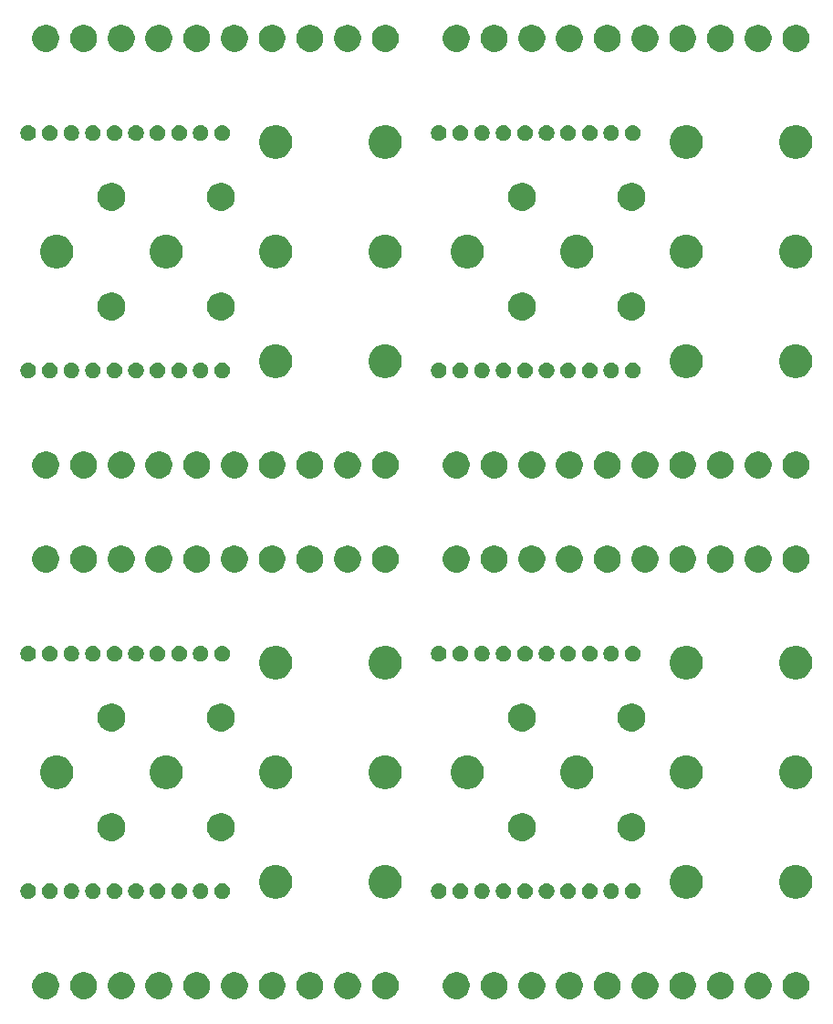
<source format=gbr>
G04 #@! TF.GenerationSoftware,KiCad,Pcbnew,5.1.5-52549c5~86~ubuntu18.04.1*
G04 #@! TF.CreationDate,2020-09-07T14:55:00-05:00*
G04 #@! TF.ProjectId,,58585858-5858-4585-9858-585858585858,rev?*
G04 #@! TF.SameCoordinates,Original*
G04 #@! TF.FileFunction,Soldermask,Bot*
G04 #@! TF.FilePolarity,Negative*
%FSLAX46Y46*%
G04 Gerber Fmt 4.6, Leading zero omitted, Abs format (unit mm)*
G04 Created by KiCad (PCBNEW 5.1.5-52549c5~86~ubuntu18.04.1) date 2020-09-07 14:55:00*
%MOMM*%
%LPD*%
G04 APERTURE LIST*
%ADD10C,0.100000*%
G04 APERTURE END LIST*
D10*
G36*
X137601103Y-132751675D02*
G01*
X137828771Y-132845978D01*
X138033666Y-132982885D01*
X138207915Y-133157134D01*
X138344822Y-133362029D01*
X138439125Y-133589697D01*
X138487200Y-133831387D01*
X138487200Y-134077813D01*
X138439125Y-134319503D01*
X138344822Y-134547171D01*
X138207915Y-134752066D01*
X138033666Y-134926315D01*
X137828771Y-135063222D01*
X137828770Y-135063223D01*
X137828769Y-135063223D01*
X137601103Y-135157525D01*
X137359414Y-135205600D01*
X137112986Y-135205600D01*
X136871297Y-135157525D01*
X136643631Y-135063223D01*
X136643630Y-135063223D01*
X136643629Y-135063222D01*
X136438734Y-134926315D01*
X136264485Y-134752066D01*
X136127578Y-134547171D01*
X136033275Y-134319503D01*
X135985200Y-134077813D01*
X135985200Y-133831387D01*
X136033275Y-133589697D01*
X136127578Y-133362029D01*
X136264485Y-133157134D01*
X136438734Y-132982885D01*
X136643629Y-132845978D01*
X136871297Y-132751675D01*
X137112986Y-132703600D01*
X137359414Y-132703600D01*
X137601103Y-132751675D01*
G37*
G36*
X172201103Y-132751675D02*
G01*
X172428771Y-132845978D01*
X172633666Y-132982885D01*
X172807915Y-133157134D01*
X172944822Y-133362029D01*
X173039125Y-133589697D01*
X173087200Y-133831387D01*
X173087200Y-134077813D01*
X173039125Y-134319503D01*
X172944822Y-134547171D01*
X172807915Y-134752066D01*
X172633666Y-134926315D01*
X172428771Y-135063222D01*
X172428770Y-135063223D01*
X172428769Y-135063223D01*
X172201103Y-135157525D01*
X171959414Y-135205600D01*
X171712986Y-135205600D01*
X171471297Y-135157525D01*
X171243631Y-135063223D01*
X171243630Y-135063223D01*
X171243629Y-135063222D01*
X171038734Y-134926315D01*
X170864485Y-134752066D01*
X170727578Y-134547171D01*
X170633275Y-134319503D01*
X170585200Y-134077813D01*
X170585200Y-133831387D01*
X170633275Y-133589697D01*
X170727578Y-133362029D01*
X170864485Y-133157134D01*
X171038734Y-132982885D01*
X171243629Y-132845978D01*
X171471297Y-132751675D01*
X171712986Y-132703600D01*
X171959414Y-132703600D01*
X172201103Y-132751675D01*
G37*
G36*
X144201103Y-132751675D02*
G01*
X144428771Y-132845978D01*
X144633666Y-132982885D01*
X144807915Y-133157134D01*
X144944822Y-133362029D01*
X145039125Y-133589697D01*
X145087200Y-133831387D01*
X145087200Y-134077813D01*
X145039125Y-134319503D01*
X144944822Y-134547171D01*
X144807915Y-134752066D01*
X144633666Y-134926315D01*
X144428771Y-135063222D01*
X144428770Y-135063223D01*
X144428769Y-135063223D01*
X144201103Y-135157525D01*
X143959414Y-135205600D01*
X143712986Y-135205600D01*
X143471297Y-135157525D01*
X143243631Y-135063223D01*
X143243630Y-135063223D01*
X143243629Y-135063222D01*
X143038734Y-134926315D01*
X142864485Y-134752066D01*
X142727578Y-134547171D01*
X142633275Y-134319503D01*
X142585200Y-134077813D01*
X142585200Y-133831387D01*
X142633275Y-133589697D01*
X142727578Y-133362029D01*
X142864485Y-133157134D01*
X143038734Y-132982885D01*
X143243629Y-132845978D01*
X143471297Y-132751675D01*
X143712986Y-132703600D01*
X143959414Y-132703600D01*
X144201103Y-132751675D01*
G37*
G36*
X147701103Y-132751675D02*
G01*
X147928771Y-132845978D01*
X148133666Y-132982885D01*
X148307915Y-133157134D01*
X148444822Y-133362029D01*
X148539125Y-133589697D01*
X148587200Y-133831387D01*
X148587200Y-134077813D01*
X148539125Y-134319503D01*
X148444822Y-134547171D01*
X148307915Y-134752066D01*
X148133666Y-134926315D01*
X147928771Y-135063222D01*
X147928770Y-135063223D01*
X147928769Y-135063223D01*
X147701103Y-135157525D01*
X147459414Y-135205600D01*
X147212986Y-135205600D01*
X146971297Y-135157525D01*
X146743631Y-135063223D01*
X146743630Y-135063223D01*
X146743629Y-135063222D01*
X146538734Y-134926315D01*
X146364485Y-134752066D01*
X146227578Y-134547171D01*
X146133275Y-134319503D01*
X146085200Y-134077813D01*
X146085200Y-133831387D01*
X146133275Y-133589697D01*
X146227578Y-133362029D01*
X146364485Y-133157134D01*
X146538734Y-132982885D01*
X146743629Y-132845978D01*
X146971297Y-132751675D01*
X147212986Y-132703600D01*
X147459414Y-132703600D01*
X147701103Y-132751675D01*
G37*
G36*
X151201103Y-132751675D02*
G01*
X151428771Y-132845978D01*
X151633666Y-132982885D01*
X151807915Y-133157134D01*
X151944822Y-133362029D01*
X152039125Y-133589697D01*
X152087200Y-133831387D01*
X152087200Y-134077813D01*
X152039125Y-134319503D01*
X151944822Y-134547171D01*
X151807915Y-134752066D01*
X151633666Y-134926315D01*
X151428771Y-135063222D01*
X151428770Y-135063223D01*
X151428769Y-135063223D01*
X151201103Y-135157525D01*
X150959414Y-135205600D01*
X150712986Y-135205600D01*
X150471297Y-135157525D01*
X150243631Y-135063223D01*
X150243630Y-135063223D01*
X150243629Y-135063222D01*
X150038734Y-134926315D01*
X149864485Y-134752066D01*
X149727578Y-134547171D01*
X149633275Y-134319503D01*
X149585200Y-134077813D01*
X149585200Y-133831387D01*
X149633275Y-133589697D01*
X149727578Y-133362029D01*
X149864485Y-133157134D01*
X150038734Y-132982885D01*
X150243629Y-132845978D01*
X150471297Y-132751675D01*
X150712986Y-132703600D01*
X150959414Y-132703600D01*
X151201103Y-132751675D01*
G37*
G36*
X154701103Y-132751675D02*
G01*
X154928771Y-132845978D01*
X155133666Y-132982885D01*
X155307915Y-133157134D01*
X155444822Y-133362029D01*
X155539125Y-133589697D01*
X155587200Y-133831387D01*
X155587200Y-134077813D01*
X155539125Y-134319503D01*
X155444822Y-134547171D01*
X155307915Y-134752066D01*
X155133666Y-134926315D01*
X154928771Y-135063222D01*
X154928770Y-135063223D01*
X154928769Y-135063223D01*
X154701103Y-135157525D01*
X154459414Y-135205600D01*
X154212986Y-135205600D01*
X153971297Y-135157525D01*
X153743631Y-135063223D01*
X153743630Y-135063223D01*
X153743629Y-135063222D01*
X153538734Y-134926315D01*
X153364485Y-134752066D01*
X153227578Y-134547171D01*
X153133275Y-134319503D01*
X153085200Y-134077813D01*
X153085200Y-133831387D01*
X153133275Y-133589697D01*
X153227578Y-133362029D01*
X153364485Y-133157134D01*
X153538734Y-132982885D01*
X153743629Y-132845978D01*
X153971297Y-132751675D01*
X154212986Y-132703600D01*
X154459414Y-132703600D01*
X154701103Y-132751675D01*
G37*
G36*
X158201103Y-132751675D02*
G01*
X158428771Y-132845978D01*
X158633666Y-132982885D01*
X158807915Y-133157134D01*
X158944822Y-133362029D01*
X159039125Y-133589697D01*
X159087200Y-133831387D01*
X159087200Y-134077813D01*
X159039125Y-134319503D01*
X158944822Y-134547171D01*
X158807915Y-134752066D01*
X158633666Y-134926315D01*
X158428771Y-135063222D01*
X158428770Y-135063223D01*
X158428769Y-135063223D01*
X158201103Y-135157525D01*
X157959414Y-135205600D01*
X157712986Y-135205600D01*
X157471297Y-135157525D01*
X157243631Y-135063223D01*
X157243630Y-135063223D01*
X157243629Y-135063222D01*
X157038734Y-134926315D01*
X156864485Y-134752066D01*
X156727578Y-134547171D01*
X156633275Y-134319503D01*
X156585200Y-134077813D01*
X156585200Y-133831387D01*
X156633275Y-133589697D01*
X156727578Y-133362029D01*
X156864485Y-133157134D01*
X157038734Y-132982885D01*
X157243629Y-132845978D01*
X157471297Y-132751675D01*
X157712986Y-132703600D01*
X157959414Y-132703600D01*
X158201103Y-132751675D01*
G37*
G36*
X161701103Y-132751675D02*
G01*
X161928771Y-132845978D01*
X162133666Y-132982885D01*
X162307915Y-133157134D01*
X162444822Y-133362029D01*
X162539125Y-133589697D01*
X162587200Y-133831387D01*
X162587200Y-134077813D01*
X162539125Y-134319503D01*
X162444822Y-134547171D01*
X162307915Y-134752066D01*
X162133666Y-134926315D01*
X161928771Y-135063222D01*
X161928770Y-135063223D01*
X161928769Y-135063223D01*
X161701103Y-135157525D01*
X161459414Y-135205600D01*
X161212986Y-135205600D01*
X160971297Y-135157525D01*
X160743631Y-135063223D01*
X160743630Y-135063223D01*
X160743629Y-135063222D01*
X160538734Y-134926315D01*
X160364485Y-134752066D01*
X160227578Y-134547171D01*
X160133275Y-134319503D01*
X160085200Y-134077813D01*
X160085200Y-133831387D01*
X160133275Y-133589697D01*
X160227578Y-133362029D01*
X160364485Y-133157134D01*
X160538734Y-132982885D01*
X160743629Y-132845978D01*
X160971297Y-132751675D01*
X161212986Y-132703600D01*
X161459414Y-132703600D01*
X161701103Y-132751675D01*
G37*
G36*
X165201103Y-132751675D02*
G01*
X165428771Y-132845978D01*
X165633666Y-132982885D01*
X165807915Y-133157134D01*
X165944822Y-133362029D01*
X166039125Y-133589697D01*
X166087200Y-133831387D01*
X166087200Y-134077813D01*
X166039125Y-134319503D01*
X165944822Y-134547171D01*
X165807915Y-134752066D01*
X165633666Y-134926315D01*
X165428771Y-135063222D01*
X165428770Y-135063223D01*
X165428769Y-135063223D01*
X165201103Y-135157525D01*
X164959414Y-135205600D01*
X164712986Y-135205600D01*
X164471297Y-135157525D01*
X164243631Y-135063223D01*
X164243630Y-135063223D01*
X164243629Y-135063222D01*
X164038734Y-134926315D01*
X163864485Y-134752066D01*
X163727578Y-134547171D01*
X163633275Y-134319503D01*
X163585200Y-134077813D01*
X163585200Y-133831387D01*
X163633275Y-133589697D01*
X163727578Y-133362029D01*
X163864485Y-133157134D01*
X164038734Y-132982885D01*
X164243629Y-132845978D01*
X164471297Y-132751675D01*
X164712986Y-132703600D01*
X164959414Y-132703600D01*
X165201103Y-132751675D01*
G37*
G36*
X168701103Y-132751675D02*
G01*
X168928771Y-132845978D01*
X169133666Y-132982885D01*
X169307915Y-133157134D01*
X169444822Y-133362029D01*
X169539125Y-133589697D01*
X169587200Y-133831387D01*
X169587200Y-134077813D01*
X169539125Y-134319503D01*
X169444822Y-134547171D01*
X169307915Y-134752066D01*
X169133666Y-134926315D01*
X168928771Y-135063222D01*
X168928770Y-135063223D01*
X168928769Y-135063223D01*
X168701103Y-135157525D01*
X168459414Y-135205600D01*
X168212986Y-135205600D01*
X167971297Y-135157525D01*
X167743631Y-135063223D01*
X167743630Y-135063223D01*
X167743629Y-135063222D01*
X167538734Y-134926315D01*
X167364485Y-134752066D01*
X167227578Y-134547171D01*
X167133275Y-134319503D01*
X167085200Y-134077813D01*
X167085200Y-133831387D01*
X167133275Y-133589697D01*
X167227578Y-133362029D01*
X167364485Y-133157134D01*
X167538734Y-132982885D01*
X167743629Y-132845978D01*
X167971297Y-132751675D01*
X168212986Y-132703600D01*
X168459414Y-132703600D01*
X168701103Y-132751675D01*
G37*
G36*
X123601103Y-132751675D02*
G01*
X123828771Y-132845978D01*
X124033666Y-132982885D01*
X124207915Y-133157134D01*
X124344822Y-133362029D01*
X124439125Y-133589697D01*
X124487200Y-133831387D01*
X124487200Y-134077813D01*
X124439125Y-134319503D01*
X124344822Y-134547171D01*
X124207915Y-134752066D01*
X124033666Y-134926315D01*
X123828771Y-135063222D01*
X123828770Y-135063223D01*
X123828769Y-135063223D01*
X123601103Y-135157525D01*
X123359414Y-135205600D01*
X123112986Y-135205600D01*
X122871297Y-135157525D01*
X122643631Y-135063223D01*
X122643630Y-135063223D01*
X122643629Y-135063222D01*
X122438734Y-134926315D01*
X122264485Y-134752066D01*
X122127578Y-134547171D01*
X122033275Y-134319503D01*
X121985200Y-134077813D01*
X121985200Y-133831387D01*
X122033275Y-133589697D01*
X122127578Y-133362029D01*
X122264485Y-133157134D01*
X122438734Y-132982885D01*
X122643629Y-132845978D01*
X122871297Y-132751675D01*
X123112986Y-132703600D01*
X123359414Y-132703600D01*
X123601103Y-132751675D01*
G37*
G36*
X106101103Y-132751675D02*
G01*
X106328771Y-132845978D01*
X106533666Y-132982885D01*
X106707915Y-133157134D01*
X106844822Y-133362029D01*
X106939125Y-133589697D01*
X106987200Y-133831387D01*
X106987200Y-134077813D01*
X106939125Y-134319503D01*
X106844822Y-134547171D01*
X106707915Y-134752066D01*
X106533666Y-134926315D01*
X106328771Y-135063222D01*
X106328770Y-135063223D01*
X106328769Y-135063223D01*
X106101103Y-135157525D01*
X105859414Y-135205600D01*
X105612986Y-135205600D01*
X105371297Y-135157525D01*
X105143631Y-135063223D01*
X105143630Y-135063223D01*
X105143629Y-135063222D01*
X104938734Y-134926315D01*
X104764485Y-134752066D01*
X104627578Y-134547171D01*
X104533275Y-134319503D01*
X104485200Y-134077813D01*
X104485200Y-133831387D01*
X104533275Y-133589697D01*
X104627578Y-133362029D01*
X104764485Y-133157134D01*
X104938734Y-132982885D01*
X105143629Y-132845978D01*
X105371297Y-132751675D01*
X105612986Y-132703600D01*
X105859414Y-132703600D01*
X106101103Y-132751675D01*
G37*
G36*
X109601103Y-132751675D02*
G01*
X109828771Y-132845978D01*
X110033666Y-132982885D01*
X110207915Y-133157134D01*
X110344822Y-133362029D01*
X110439125Y-133589697D01*
X110487200Y-133831387D01*
X110487200Y-134077813D01*
X110439125Y-134319503D01*
X110344822Y-134547171D01*
X110207915Y-134752066D01*
X110033666Y-134926315D01*
X109828771Y-135063222D01*
X109828770Y-135063223D01*
X109828769Y-135063223D01*
X109601103Y-135157525D01*
X109359414Y-135205600D01*
X109112986Y-135205600D01*
X108871297Y-135157525D01*
X108643631Y-135063223D01*
X108643630Y-135063223D01*
X108643629Y-135063222D01*
X108438734Y-134926315D01*
X108264485Y-134752066D01*
X108127578Y-134547171D01*
X108033275Y-134319503D01*
X107985200Y-134077813D01*
X107985200Y-133831387D01*
X108033275Y-133589697D01*
X108127578Y-133362029D01*
X108264485Y-133157134D01*
X108438734Y-132982885D01*
X108643629Y-132845978D01*
X108871297Y-132751675D01*
X109112986Y-132703600D01*
X109359414Y-132703600D01*
X109601103Y-132751675D01*
G37*
G36*
X113101103Y-132751675D02*
G01*
X113328771Y-132845978D01*
X113533666Y-132982885D01*
X113707915Y-133157134D01*
X113844822Y-133362029D01*
X113939125Y-133589697D01*
X113987200Y-133831387D01*
X113987200Y-134077813D01*
X113939125Y-134319503D01*
X113844822Y-134547171D01*
X113707915Y-134752066D01*
X113533666Y-134926315D01*
X113328771Y-135063222D01*
X113328770Y-135063223D01*
X113328769Y-135063223D01*
X113101103Y-135157525D01*
X112859414Y-135205600D01*
X112612986Y-135205600D01*
X112371297Y-135157525D01*
X112143631Y-135063223D01*
X112143630Y-135063223D01*
X112143629Y-135063222D01*
X111938734Y-134926315D01*
X111764485Y-134752066D01*
X111627578Y-134547171D01*
X111533275Y-134319503D01*
X111485200Y-134077813D01*
X111485200Y-133831387D01*
X111533275Y-133589697D01*
X111627578Y-133362029D01*
X111764485Y-133157134D01*
X111938734Y-132982885D01*
X112143629Y-132845978D01*
X112371297Y-132751675D01*
X112612986Y-132703600D01*
X112859414Y-132703600D01*
X113101103Y-132751675D01*
G37*
G36*
X116601103Y-132751675D02*
G01*
X116828771Y-132845978D01*
X117033666Y-132982885D01*
X117207915Y-133157134D01*
X117344822Y-133362029D01*
X117439125Y-133589697D01*
X117487200Y-133831387D01*
X117487200Y-134077813D01*
X117439125Y-134319503D01*
X117344822Y-134547171D01*
X117207915Y-134752066D01*
X117033666Y-134926315D01*
X116828771Y-135063222D01*
X116828770Y-135063223D01*
X116828769Y-135063223D01*
X116601103Y-135157525D01*
X116359414Y-135205600D01*
X116112986Y-135205600D01*
X115871297Y-135157525D01*
X115643631Y-135063223D01*
X115643630Y-135063223D01*
X115643629Y-135063222D01*
X115438734Y-134926315D01*
X115264485Y-134752066D01*
X115127578Y-134547171D01*
X115033275Y-134319503D01*
X114985200Y-134077813D01*
X114985200Y-133831387D01*
X115033275Y-133589697D01*
X115127578Y-133362029D01*
X115264485Y-133157134D01*
X115438734Y-132982885D01*
X115643629Y-132845978D01*
X115871297Y-132751675D01*
X116112986Y-132703600D01*
X116359414Y-132703600D01*
X116601103Y-132751675D01*
G37*
G36*
X120101103Y-132751675D02*
G01*
X120328771Y-132845978D01*
X120533666Y-132982885D01*
X120707915Y-133157134D01*
X120844822Y-133362029D01*
X120939125Y-133589697D01*
X120987200Y-133831387D01*
X120987200Y-134077813D01*
X120939125Y-134319503D01*
X120844822Y-134547171D01*
X120707915Y-134752066D01*
X120533666Y-134926315D01*
X120328771Y-135063222D01*
X120328770Y-135063223D01*
X120328769Y-135063223D01*
X120101103Y-135157525D01*
X119859414Y-135205600D01*
X119612986Y-135205600D01*
X119371297Y-135157525D01*
X119143631Y-135063223D01*
X119143630Y-135063223D01*
X119143629Y-135063222D01*
X118938734Y-134926315D01*
X118764485Y-134752066D01*
X118627578Y-134547171D01*
X118533275Y-134319503D01*
X118485200Y-134077813D01*
X118485200Y-133831387D01*
X118533275Y-133589697D01*
X118627578Y-133362029D01*
X118764485Y-133157134D01*
X118938734Y-132982885D01*
X119143629Y-132845978D01*
X119371297Y-132751675D01*
X119612986Y-132703600D01*
X119859414Y-132703600D01*
X120101103Y-132751675D01*
G37*
G36*
X127101103Y-132751675D02*
G01*
X127328771Y-132845978D01*
X127533666Y-132982885D01*
X127707915Y-133157134D01*
X127844822Y-133362029D01*
X127939125Y-133589697D01*
X127987200Y-133831387D01*
X127987200Y-134077813D01*
X127939125Y-134319503D01*
X127844822Y-134547171D01*
X127707915Y-134752066D01*
X127533666Y-134926315D01*
X127328771Y-135063222D01*
X127328770Y-135063223D01*
X127328769Y-135063223D01*
X127101103Y-135157525D01*
X126859414Y-135205600D01*
X126612986Y-135205600D01*
X126371297Y-135157525D01*
X126143631Y-135063223D01*
X126143630Y-135063223D01*
X126143629Y-135063222D01*
X125938734Y-134926315D01*
X125764485Y-134752066D01*
X125627578Y-134547171D01*
X125533275Y-134319503D01*
X125485200Y-134077813D01*
X125485200Y-133831387D01*
X125533275Y-133589697D01*
X125627578Y-133362029D01*
X125764485Y-133157134D01*
X125938734Y-132982885D01*
X126143629Y-132845978D01*
X126371297Y-132751675D01*
X126612986Y-132703600D01*
X126859414Y-132703600D01*
X127101103Y-132751675D01*
G37*
G36*
X130601103Y-132751675D02*
G01*
X130828771Y-132845978D01*
X131033666Y-132982885D01*
X131207915Y-133157134D01*
X131344822Y-133362029D01*
X131439125Y-133589697D01*
X131487200Y-133831387D01*
X131487200Y-134077813D01*
X131439125Y-134319503D01*
X131344822Y-134547171D01*
X131207915Y-134752066D01*
X131033666Y-134926315D01*
X130828771Y-135063222D01*
X130828770Y-135063223D01*
X130828769Y-135063223D01*
X130601103Y-135157525D01*
X130359414Y-135205600D01*
X130112986Y-135205600D01*
X129871297Y-135157525D01*
X129643631Y-135063223D01*
X129643630Y-135063223D01*
X129643629Y-135063222D01*
X129438734Y-134926315D01*
X129264485Y-134752066D01*
X129127578Y-134547171D01*
X129033275Y-134319503D01*
X128985200Y-134077813D01*
X128985200Y-133831387D01*
X129033275Y-133589697D01*
X129127578Y-133362029D01*
X129264485Y-133157134D01*
X129438734Y-132982885D01*
X129643629Y-132845978D01*
X129871297Y-132751675D01*
X130112986Y-132703600D01*
X130359414Y-132703600D01*
X130601103Y-132751675D01*
G37*
G36*
X134101103Y-132751675D02*
G01*
X134328771Y-132845978D01*
X134533666Y-132982885D01*
X134707915Y-133157134D01*
X134844822Y-133362029D01*
X134939125Y-133589697D01*
X134987200Y-133831387D01*
X134987200Y-134077813D01*
X134939125Y-134319503D01*
X134844822Y-134547171D01*
X134707915Y-134752066D01*
X134533666Y-134926315D01*
X134328771Y-135063222D01*
X134328770Y-135063223D01*
X134328769Y-135063223D01*
X134101103Y-135157525D01*
X133859414Y-135205600D01*
X133612986Y-135205600D01*
X133371297Y-135157525D01*
X133143631Y-135063223D01*
X133143630Y-135063223D01*
X133143629Y-135063222D01*
X132938734Y-134926315D01*
X132764485Y-134752066D01*
X132627578Y-134547171D01*
X132533275Y-134319503D01*
X132485200Y-134077813D01*
X132485200Y-133831387D01*
X132533275Y-133589697D01*
X132627578Y-133362029D01*
X132764485Y-133157134D01*
X132938734Y-132982885D01*
X133143629Y-132845978D01*
X133371297Y-132751675D01*
X133612986Y-132703600D01*
X133859414Y-132703600D01*
X134101103Y-132751675D01*
G37*
G36*
X175701103Y-132751675D02*
G01*
X175928771Y-132845978D01*
X176133666Y-132982885D01*
X176307915Y-133157134D01*
X176444822Y-133362029D01*
X176539125Y-133589697D01*
X176587200Y-133831387D01*
X176587200Y-134077813D01*
X176539125Y-134319503D01*
X176444822Y-134547171D01*
X176307915Y-134752066D01*
X176133666Y-134926315D01*
X175928771Y-135063222D01*
X175928770Y-135063223D01*
X175928769Y-135063223D01*
X175701103Y-135157525D01*
X175459414Y-135205600D01*
X175212986Y-135205600D01*
X174971297Y-135157525D01*
X174743631Y-135063223D01*
X174743630Y-135063223D01*
X174743629Y-135063222D01*
X174538734Y-134926315D01*
X174364485Y-134752066D01*
X174227578Y-134547171D01*
X174133275Y-134319503D01*
X174085200Y-134077813D01*
X174085200Y-133831387D01*
X174133275Y-133589697D01*
X174227578Y-133362029D01*
X174364485Y-133157134D01*
X174538734Y-132982885D01*
X174743629Y-132845978D01*
X174971297Y-132751675D01*
X175212986Y-132703600D01*
X175459414Y-132703600D01*
X175701103Y-132751675D01*
G37*
G36*
X106309566Y-124485099D02*
G01*
X106441688Y-124539826D01*
X106441690Y-124539827D01*
X106560598Y-124619279D01*
X106661721Y-124720402D01*
X106741173Y-124839310D01*
X106741174Y-124839312D01*
X106795901Y-124971434D01*
X106823800Y-125111694D01*
X106823800Y-125254706D01*
X106795901Y-125394966D01*
X106741174Y-125527088D01*
X106741173Y-125527090D01*
X106661721Y-125645998D01*
X106560598Y-125747121D01*
X106441690Y-125826573D01*
X106441689Y-125826574D01*
X106441688Y-125826574D01*
X106309566Y-125881301D01*
X106169306Y-125909200D01*
X106026294Y-125909200D01*
X105886034Y-125881301D01*
X105753912Y-125826574D01*
X105753911Y-125826574D01*
X105753910Y-125826573D01*
X105635002Y-125747121D01*
X105533879Y-125645998D01*
X105454427Y-125527090D01*
X105454426Y-125527088D01*
X105399699Y-125394966D01*
X105371800Y-125254706D01*
X105371800Y-125111694D01*
X105399699Y-124971434D01*
X105454426Y-124839312D01*
X105454427Y-124839310D01*
X105533879Y-124720402D01*
X105635002Y-124619279D01*
X105753910Y-124539827D01*
X105753912Y-124539826D01*
X105886034Y-124485099D01*
X106026294Y-124457200D01*
X106169306Y-124457200D01*
X106309566Y-124485099D01*
G37*
G36*
X114309566Y-124485099D02*
G01*
X114441688Y-124539826D01*
X114441690Y-124539827D01*
X114560598Y-124619279D01*
X114661721Y-124720402D01*
X114741173Y-124839310D01*
X114741174Y-124839312D01*
X114795901Y-124971434D01*
X114823800Y-125111694D01*
X114823800Y-125254706D01*
X114795901Y-125394966D01*
X114741174Y-125527088D01*
X114741173Y-125527090D01*
X114661721Y-125645998D01*
X114560598Y-125747121D01*
X114441690Y-125826573D01*
X114441689Y-125826574D01*
X114441688Y-125826574D01*
X114309566Y-125881301D01*
X114169306Y-125909200D01*
X114026294Y-125909200D01*
X113886034Y-125881301D01*
X113753912Y-125826574D01*
X113753911Y-125826574D01*
X113753910Y-125826573D01*
X113635002Y-125747121D01*
X113533879Y-125645998D01*
X113454427Y-125527090D01*
X113454426Y-125527088D01*
X113399699Y-125394966D01*
X113371800Y-125254706D01*
X113371800Y-125111694D01*
X113399699Y-124971434D01*
X113454426Y-124839312D01*
X113454427Y-124839310D01*
X113533879Y-124720402D01*
X113635002Y-124619279D01*
X113753910Y-124539827D01*
X113753912Y-124539826D01*
X113886034Y-124485099D01*
X114026294Y-124457200D01*
X114169306Y-124457200D01*
X114309566Y-124485099D01*
G37*
G36*
X160409566Y-124485099D02*
G01*
X160541688Y-124539826D01*
X160541690Y-124539827D01*
X160660598Y-124619279D01*
X160761721Y-124720402D01*
X160841173Y-124839310D01*
X160841174Y-124839312D01*
X160895901Y-124971434D01*
X160923800Y-125111694D01*
X160923800Y-125254706D01*
X160895901Y-125394966D01*
X160841174Y-125527088D01*
X160841173Y-125527090D01*
X160761721Y-125645998D01*
X160660598Y-125747121D01*
X160541690Y-125826573D01*
X160541689Y-125826574D01*
X160541688Y-125826574D01*
X160409566Y-125881301D01*
X160269306Y-125909200D01*
X160126294Y-125909200D01*
X159986034Y-125881301D01*
X159853912Y-125826574D01*
X159853911Y-125826574D01*
X159853910Y-125826573D01*
X159735002Y-125747121D01*
X159633879Y-125645998D01*
X159554427Y-125527090D01*
X159554426Y-125527088D01*
X159499699Y-125394966D01*
X159471800Y-125254706D01*
X159471800Y-125111694D01*
X159499699Y-124971434D01*
X159554426Y-124839312D01*
X159554427Y-124839310D01*
X159633879Y-124720402D01*
X159735002Y-124619279D01*
X159853910Y-124539827D01*
X159853912Y-124539826D01*
X159986034Y-124485099D01*
X160126294Y-124457200D01*
X160269306Y-124457200D01*
X160409566Y-124485099D01*
G37*
G36*
X158409566Y-124485099D02*
G01*
X158541688Y-124539826D01*
X158541690Y-124539827D01*
X158660598Y-124619279D01*
X158761721Y-124720402D01*
X158841173Y-124839310D01*
X158841174Y-124839312D01*
X158895901Y-124971434D01*
X158923800Y-125111694D01*
X158923800Y-125254706D01*
X158895901Y-125394966D01*
X158841174Y-125527088D01*
X158841173Y-125527090D01*
X158761721Y-125645998D01*
X158660598Y-125747121D01*
X158541690Y-125826573D01*
X158541689Y-125826574D01*
X158541688Y-125826574D01*
X158409566Y-125881301D01*
X158269306Y-125909200D01*
X158126294Y-125909200D01*
X157986034Y-125881301D01*
X157853912Y-125826574D01*
X157853911Y-125826574D01*
X157853910Y-125826573D01*
X157735002Y-125747121D01*
X157633879Y-125645998D01*
X157554427Y-125527090D01*
X157554426Y-125527088D01*
X157499699Y-125394966D01*
X157471800Y-125254706D01*
X157471800Y-125111694D01*
X157499699Y-124971434D01*
X157554426Y-124839312D01*
X157554427Y-124839310D01*
X157633879Y-124720402D01*
X157735002Y-124619279D01*
X157853910Y-124539827D01*
X157853912Y-124539826D01*
X157986034Y-124485099D01*
X158126294Y-124457200D01*
X158269306Y-124457200D01*
X158409566Y-124485099D01*
G37*
G36*
X156409566Y-124485099D02*
G01*
X156541688Y-124539826D01*
X156541690Y-124539827D01*
X156660598Y-124619279D01*
X156761721Y-124720402D01*
X156841173Y-124839310D01*
X156841174Y-124839312D01*
X156895901Y-124971434D01*
X156923800Y-125111694D01*
X156923800Y-125254706D01*
X156895901Y-125394966D01*
X156841174Y-125527088D01*
X156841173Y-125527090D01*
X156761721Y-125645998D01*
X156660598Y-125747121D01*
X156541690Y-125826573D01*
X156541689Y-125826574D01*
X156541688Y-125826574D01*
X156409566Y-125881301D01*
X156269306Y-125909200D01*
X156126294Y-125909200D01*
X155986034Y-125881301D01*
X155853912Y-125826574D01*
X155853911Y-125826574D01*
X155853910Y-125826573D01*
X155735002Y-125747121D01*
X155633879Y-125645998D01*
X155554427Y-125527090D01*
X155554426Y-125527088D01*
X155499699Y-125394966D01*
X155471800Y-125254706D01*
X155471800Y-125111694D01*
X155499699Y-124971434D01*
X155554426Y-124839312D01*
X155554427Y-124839310D01*
X155633879Y-124720402D01*
X155735002Y-124619279D01*
X155853910Y-124539827D01*
X155853912Y-124539826D01*
X155986034Y-124485099D01*
X156126294Y-124457200D01*
X156269306Y-124457200D01*
X156409566Y-124485099D01*
G37*
G36*
X148409566Y-124485099D02*
G01*
X148541688Y-124539826D01*
X148541690Y-124539827D01*
X148660598Y-124619279D01*
X148761721Y-124720402D01*
X148841173Y-124839310D01*
X148841174Y-124839312D01*
X148895901Y-124971434D01*
X148923800Y-125111694D01*
X148923800Y-125254706D01*
X148895901Y-125394966D01*
X148841174Y-125527088D01*
X148841173Y-125527090D01*
X148761721Y-125645998D01*
X148660598Y-125747121D01*
X148541690Y-125826573D01*
X148541689Y-125826574D01*
X148541688Y-125826574D01*
X148409566Y-125881301D01*
X148269306Y-125909200D01*
X148126294Y-125909200D01*
X147986034Y-125881301D01*
X147853912Y-125826574D01*
X147853911Y-125826574D01*
X147853910Y-125826573D01*
X147735002Y-125747121D01*
X147633879Y-125645998D01*
X147554427Y-125527090D01*
X147554426Y-125527088D01*
X147499699Y-125394966D01*
X147471800Y-125254706D01*
X147471800Y-125111694D01*
X147499699Y-124971434D01*
X147554426Y-124839312D01*
X147554427Y-124839310D01*
X147633879Y-124720402D01*
X147735002Y-124619279D01*
X147853910Y-124539827D01*
X147853912Y-124539826D01*
X147986034Y-124485099D01*
X148126294Y-124457200D01*
X148269306Y-124457200D01*
X148409566Y-124485099D01*
G37*
G36*
X146409566Y-124485099D02*
G01*
X146541688Y-124539826D01*
X146541690Y-124539827D01*
X146660598Y-124619279D01*
X146761721Y-124720402D01*
X146841173Y-124839310D01*
X146841174Y-124839312D01*
X146895901Y-124971434D01*
X146923800Y-125111694D01*
X146923800Y-125254706D01*
X146895901Y-125394966D01*
X146841174Y-125527088D01*
X146841173Y-125527090D01*
X146761721Y-125645998D01*
X146660598Y-125747121D01*
X146541690Y-125826573D01*
X146541689Y-125826574D01*
X146541688Y-125826574D01*
X146409566Y-125881301D01*
X146269306Y-125909200D01*
X146126294Y-125909200D01*
X145986034Y-125881301D01*
X145853912Y-125826574D01*
X145853911Y-125826574D01*
X145853910Y-125826573D01*
X145735002Y-125747121D01*
X145633879Y-125645998D01*
X145554427Y-125527090D01*
X145554426Y-125527088D01*
X145499699Y-125394966D01*
X145471800Y-125254706D01*
X145471800Y-125111694D01*
X145499699Y-124971434D01*
X145554426Y-124839312D01*
X145554427Y-124839310D01*
X145633879Y-124720402D01*
X145735002Y-124619279D01*
X145853910Y-124539827D01*
X145853912Y-124539826D01*
X145986034Y-124485099D01*
X146126294Y-124457200D01*
X146269306Y-124457200D01*
X146409566Y-124485099D01*
G37*
G36*
X144409566Y-124485099D02*
G01*
X144541688Y-124539826D01*
X144541690Y-124539827D01*
X144660598Y-124619279D01*
X144761721Y-124720402D01*
X144841173Y-124839310D01*
X144841174Y-124839312D01*
X144895901Y-124971434D01*
X144923800Y-125111694D01*
X144923800Y-125254706D01*
X144895901Y-125394966D01*
X144841174Y-125527088D01*
X144841173Y-125527090D01*
X144761721Y-125645998D01*
X144660598Y-125747121D01*
X144541690Y-125826573D01*
X144541689Y-125826574D01*
X144541688Y-125826574D01*
X144409566Y-125881301D01*
X144269306Y-125909200D01*
X144126294Y-125909200D01*
X143986034Y-125881301D01*
X143853912Y-125826574D01*
X143853911Y-125826574D01*
X143853910Y-125826573D01*
X143735002Y-125747121D01*
X143633879Y-125645998D01*
X143554427Y-125527090D01*
X143554426Y-125527088D01*
X143499699Y-125394966D01*
X143471800Y-125254706D01*
X143471800Y-125111694D01*
X143499699Y-124971434D01*
X143554426Y-124839312D01*
X143554427Y-124839310D01*
X143633879Y-124720402D01*
X143735002Y-124619279D01*
X143853910Y-124539827D01*
X143853912Y-124539826D01*
X143986034Y-124485099D01*
X144126294Y-124457200D01*
X144269306Y-124457200D01*
X144409566Y-124485099D01*
G37*
G36*
X142409566Y-124485099D02*
G01*
X142541688Y-124539826D01*
X142541690Y-124539827D01*
X142660598Y-124619279D01*
X142761721Y-124720402D01*
X142841173Y-124839310D01*
X142841174Y-124839312D01*
X142895901Y-124971434D01*
X142923800Y-125111694D01*
X142923800Y-125254706D01*
X142895901Y-125394966D01*
X142841174Y-125527088D01*
X142841173Y-125527090D01*
X142761721Y-125645998D01*
X142660598Y-125747121D01*
X142541690Y-125826573D01*
X142541689Y-125826574D01*
X142541688Y-125826574D01*
X142409566Y-125881301D01*
X142269306Y-125909200D01*
X142126294Y-125909200D01*
X141986034Y-125881301D01*
X141853912Y-125826574D01*
X141853911Y-125826574D01*
X141853910Y-125826573D01*
X141735002Y-125747121D01*
X141633879Y-125645998D01*
X141554427Y-125527090D01*
X141554426Y-125527088D01*
X141499699Y-125394966D01*
X141471800Y-125254706D01*
X141471800Y-125111694D01*
X141499699Y-124971434D01*
X141554426Y-124839312D01*
X141554427Y-124839310D01*
X141633879Y-124720402D01*
X141735002Y-124619279D01*
X141853910Y-124539827D01*
X141853912Y-124539826D01*
X141986034Y-124485099D01*
X142126294Y-124457200D01*
X142269306Y-124457200D01*
X142409566Y-124485099D01*
G37*
G36*
X110309566Y-124485099D02*
G01*
X110441688Y-124539826D01*
X110441690Y-124539827D01*
X110560598Y-124619279D01*
X110661721Y-124720402D01*
X110741173Y-124839310D01*
X110741174Y-124839312D01*
X110795901Y-124971434D01*
X110823800Y-125111694D01*
X110823800Y-125254706D01*
X110795901Y-125394966D01*
X110741174Y-125527088D01*
X110741173Y-125527090D01*
X110661721Y-125645998D01*
X110560598Y-125747121D01*
X110441690Y-125826573D01*
X110441689Y-125826574D01*
X110441688Y-125826574D01*
X110309566Y-125881301D01*
X110169306Y-125909200D01*
X110026294Y-125909200D01*
X109886034Y-125881301D01*
X109753912Y-125826574D01*
X109753911Y-125826574D01*
X109753910Y-125826573D01*
X109635002Y-125747121D01*
X109533879Y-125645998D01*
X109454427Y-125527090D01*
X109454426Y-125527088D01*
X109399699Y-125394966D01*
X109371800Y-125254706D01*
X109371800Y-125111694D01*
X109399699Y-124971434D01*
X109454426Y-124839312D01*
X109454427Y-124839310D01*
X109533879Y-124720402D01*
X109635002Y-124619279D01*
X109753910Y-124539827D01*
X109753912Y-124539826D01*
X109886034Y-124485099D01*
X110026294Y-124457200D01*
X110169306Y-124457200D01*
X110309566Y-124485099D01*
G37*
G36*
X108309566Y-124485099D02*
G01*
X108441688Y-124539826D01*
X108441690Y-124539827D01*
X108560598Y-124619279D01*
X108661721Y-124720402D01*
X108741173Y-124839310D01*
X108741174Y-124839312D01*
X108795901Y-124971434D01*
X108823800Y-125111694D01*
X108823800Y-125254706D01*
X108795901Y-125394966D01*
X108741174Y-125527088D01*
X108741173Y-125527090D01*
X108661721Y-125645998D01*
X108560598Y-125747121D01*
X108441690Y-125826573D01*
X108441689Y-125826574D01*
X108441688Y-125826574D01*
X108309566Y-125881301D01*
X108169306Y-125909200D01*
X108026294Y-125909200D01*
X107886034Y-125881301D01*
X107753912Y-125826574D01*
X107753911Y-125826574D01*
X107753910Y-125826573D01*
X107635002Y-125747121D01*
X107533879Y-125645998D01*
X107454427Y-125527090D01*
X107454426Y-125527088D01*
X107399699Y-125394966D01*
X107371800Y-125254706D01*
X107371800Y-125111694D01*
X107399699Y-124971434D01*
X107454426Y-124839312D01*
X107454427Y-124839310D01*
X107533879Y-124720402D01*
X107635002Y-124619279D01*
X107753910Y-124539827D01*
X107753912Y-124539826D01*
X107886034Y-124485099D01*
X108026294Y-124457200D01*
X108169306Y-124457200D01*
X108309566Y-124485099D01*
G37*
G36*
X104309566Y-124485099D02*
G01*
X104441688Y-124539826D01*
X104441690Y-124539827D01*
X104560598Y-124619279D01*
X104661721Y-124720402D01*
X104741173Y-124839310D01*
X104741174Y-124839312D01*
X104795901Y-124971434D01*
X104823800Y-125111694D01*
X104823800Y-125254706D01*
X104795901Y-125394966D01*
X104741174Y-125527088D01*
X104741173Y-125527090D01*
X104661721Y-125645998D01*
X104560598Y-125747121D01*
X104441690Y-125826573D01*
X104441689Y-125826574D01*
X104441688Y-125826574D01*
X104309566Y-125881301D01*
X104169306Y-125909200D01*
X104026294Y-125909200D01*
X103886034Y-125881301D01*
X103753912Y-125826574D01*
X103753911Y-125826574D01*
X103753910Y-125826573D01*
X103635002Y-125747121D01*
X103533879Y-125645998D01*
X103454427Y-125527090D01*
X103454426Y-125527088D01*
X103399699Y-125394966D01*
X103371800Y-125254706D01*
X103371800Y-125111694D01*
X103399699Y-124971434D01*
X103454426Y-124839312D01*
X103454427Y-124839310D01*
X103533879Y-124720402D01*
X103635002Y-124619279D01*
X103753910Y-124539827D01*
X103753912Y-124539826D01*
X103886034Y-124485099D01*
X104026294Y-124457200D01*
X104169306Y-124457200D01*
X104309566Y-124485099D01*
G37*
G36*
X150409566Y-124485099D02*
G01*
X150541688Y-124539826D01*
X150541690Y-124539827D01*
X150660598Y-124619279D01*
X150761721Y-124720402D01*
X150841173Y-124839310D01*
X150841174Y-124839312D01*
X150895901Y-124971434D01*
X150923800Y-125111694D01*
X150923800Y-125254706D01*
X150895901Y-125394966D01*
X150841174Y-125527088D01*
X150841173Y-125527090D01*
X150761721Y-125645998D01*
X150660598Y-125747121D01*
X150541690Y-125826573D01*
X150541689Y-125826574D01*
X150541688Y-125826574D01*
X150409566Y-125881301D01*
X150269306Y-125909200D01*
X150126294Y-125909200D01*
X149986034Y-125881301D01*
X149853912Y-125826574D01*
X149853911Y-125826574D01*
X149853910Y-125826573D01*
X149735002Y-125747121D01*
X149633879Y-125645998D01*
X149554427Y-125527090D01*
X149554426Y-125527088D01*
X149499699Y-125394966D01*
X149471800Y-125254706D01*
X149471800Y-125111694D01*
X149499699Y-124971434D01*
X149554426Y-124839312D01*
X149554427Y-124839310D01*
X149633879Y-124720402D01*
X149735002Y-124619279D01*
X149853910Y-124539827D01*
X149853912Y-124539826D01*
X149986034Y-124485099D01*
X150126294Y-124457200D01*
X150269306Y-124457200D01*
X150409566Y-124485099D01*
G37*
G36*
X152409566Y-124485099D02*
G01*
X152541688Y-124539826D01*
X152541690Y-124539827D01*
X152660598Y-124619279D01*
X152761721Y-124720402D01*
X152841173Y-124839310D01*
X152841174Y-124839312D01*
X152895901Y-124971434D01*
X152923800Y-125111694D01*
X152923800Y-125254706D01*
X152895901Y-125394966D01*
X152841174Y-125527088D01*
X152841173Y-125527090D01*
X152761721Y-125645998D01*
X152660598Y-125747121D01*
X152541690Y-125826573D01*
X152541689Y-125826574D01*
X152541688Y-125826574D01*
X152409566Y-125881301D01*
X152269306Y-125909200D01*
X152126294Y-125909200D01*
X151986034Y-125881301D01*
X151853912Y-125826574D01*
X151853911Y-125826574D01*
X151853910Y-125826573D01*
X151735002Y-125747121D01*
X151633879Y-125645998D01*
X151554427Y-125527090D01*
X151554426Y-125527088D01*
X151499699Y-125394966D01*
X151471800Y-125254706D01*
X151471800Y-125111694D01*
X151499699Y-124971434D01*
X151554426Y-124839312D01*
X151554427Y-124839310D01*
X151633879Y-124720402D01*
X151735002Y-124619279D01*
X151853910Y-124539827D01*
X151853912Y-124539826D01*
X151986034Y-124485099D01*
X152126294Y-124457200D01*
X152269306Y-124457200D01*
X152409566Y-124485099D01*
G37*
G36*
X154409566Y-124485099D02*
G01*
X154541688Y-124539826D01*
X154541690Y-124539827D01*
X154660598Y-124619279D01*
X154761721Y-124720402D01*
X154841173Y-124839310D01*
X154841174Y-124839312D01*
X154895901Y-124971434D01*
X154923800Y-125111694D01*
X154923800Y-125254706D01*
X154895901Y-125394966D01*
X154841174Y-125527088D01*
X154841173Y-125527090D01*
X154761721Y-125645998D01*
X154660598Y-125747121D01*
X154541690Y-125826573D01*
X154541689Y-125826574D01*
X154541688Y-125826574D01*
X154409566Y-125881301D01*
X154269306Y-125909200D01*
X154126294Y-125909200D01*
X153986034Y-125881301D01*
X153853912Y-125826574D01*
X153853911Y-125826574D01*
X153853910Y-125826573D01*
X153735002Y-125747121D01*
X153633879Y-125645998D01*
X153554427Y-125527090D01*
X153554426Y-125527088D01*
X153499699Y-125394966D01*
X153471800Y-125254706D01*
X153471800Y-125111694D01*
X153499699Y-124971434D01*
X153554426Y-124839312D01*
X153554427Y-124839310D01*
X153633879Y-124720402D01*
X153735002Y-124619279D01*
X153853910Y-124539827D01*
X153853912Y-124539826D01*
X153986034Y-124485099D01*
X154126294Y-124457200D01*
X154269306Y-124457200D01*
X154409566Y-124485099D01*
G37*
G36*
X122309566Y-124485099D02*
G01*
X122441688Y-124539826D01*
X122441690Y-124539827D01*
X122560598Y-124619279D01*
X122661721Y-124720402D01*
X122741173Y-124839310D01*
X122741174Y-124839312D01*
X122795901Y-124971434D01*
X122823800Y-125111694D01*
X122823800Y-125254706D01*
X122795901Y-125394966D01*
X122741174Y-125527088D01*
X122741173Y-125527090D01*
X122661721Y-125645998D01*
X122560598Y-125747121D01*
X122441690Y-125826573D01*
X122441689Y-125826574D01*
X122441688Y-125826574D01*
X122309566Y-125881301D01*
X122169306Y-125909200D01*
X122026294Y-125909200D01*
X121886034Y-125881301D01*
X121753912Y-125826574D01*
X121753911Y-125826574D01*
X121753910Y-125826573D01*
X121635002Y-125747121D01*
X121533879Y-125645998D01*
X121454427Y-125527090D01*
X121454426Y-125527088D01*
X121399699Y-125394966D01*
X121371800Y-125254706D01*
X121371800Y-125111694D01*
X121399699Y-124971434D01*
X121454426Y-124839312D01*
X121454427Y-124839310D01*
X121533879Y-124720402D01*
X121635002Y-124619279D01*
X121753910Y-124539827D01*
X121753912Y-124539826D01*
X121886034Y-124485099D01*
X122026294Y-124457200D01*
X122169306Y-124457200D01*
X122309566Y-124485099D01*
G37*
G36*
X118309566Y-124485099D02*
G01*
X118441688Y-124539826D01*
X118441690Y-124539827D01*
X118560598Y-124619279D01*
X118661721Y-124720402D01*
X118741173Y-124839310D01*
X118741174Y-124839312D01*
X118795901Y-124971434D01*
X118823800Y-125111694D01*
X118823800Y-125254706D01*
X118795901Y-125394966D01*
X118741174Y-125527088D01*
X118741173Y-125527090D01*
X118661721Y-125645998D01*
X118560598Y-125747121D01*
X118441690Y-125826573D01*
X118441689Y-125826574D01*
X118441688Y-125826574D01*
X118309566Y-125881301D01*
X118169306Y-125909200D01*
X118026294Y-125909200D01*
X117886034Y-125881301D01*
X117753912Y-125826574D01*
X117753911Y-125826574D01*
X117753910Y-125826573D01*
X117635002Y-125747121D01*
X117533879Y-125645998D01*
X117454427Y-125527090D01*
X117454426Y-125527088D01*
X117399699Y-125394966D01*
X117371800Y-125254706D01*
X117371800Y-125111694D01*
X117399699Y-124971434D01*
X117454426Y-124839312D01*
X117454427Y-124839310D01*
X117533879Y-124720402D01*
X117635002Y-124619279D01*
X117753910Y-124539827D01*
X117753912Y-124539826D01*
X117886034Y-124485099D01*
X118026294Y-124457200D01*
X118169306Y-124457200D01*
X118309566Y-124485099D01*
G37*
G36*
X116309566Y-124485099D02*
G01*
X116441688Y-124539826D01*
X116441690Y-124539827D01*
X116560598Y-124619279D01*
X116661721Y-124720402D01*
X116741173Y-124839310D01*
X116741174Y-124839312D01*
X116795901Y-124971434D01*
X116823800Y-125111694D01*
X116823800Y-125254706D01*
X116795901Y-125394966D01*
X116741174Y-125527088D01*
X116741173Y-125527090D01*
X116661721Y-125645998D01*
X116560598Y-125747121D01*
X116441690Y-125826573D01*
X116441689Y-125826574D01*
X116441688Y-125826574D01*
X116309566Y-125881301D01*
X116169306Y-125909200D01*
X116026294Y-125909200D01*
X115886034Y-125881301D01*
X115753912Y-125826574D01*
X115753911Y-125826574D01*
X115753910Y-125826573D01*
X115635002Y-125747121D01*
X115533879Y-125645998D01*
X115454427Y-125527090D01*
X115454426Y-125527088D01*
X115399699Y-125394966D01*
X115371800Y-125254706D01*
X115371800Y-125111694D01*
X115399699Y-124971434D01*
X115454426Y-124839312D01*
X115454427Y-124839310D01*
X115533879Y-124720402D01*
X115635002Y-124619279D01*
X115753910Y-124539827D01*
X115753912Y-124539826D01*
X115886034Y-124485099D01*
X116026294Y-124457200D01*
X116169306Y-124457200D01*
X116309566Y-124485099D01*
G37*
G36*
X112309566Y-124485099D02*
G01*
X112441688Y-124539826D01*
X112441690Y-124539827D01*
X112560598Y-124619279D01*
X112661721Y-124720402D01*
X112741173Y-124839310D01*
X112741174Y-124839312D01*
X112795901Y-124971434D01*
X112823800Y-125111694D01*
X112823800Y-125254706D01*
X112795901Y-125394966D01*
X112741174Y-125527088D01*
X112741173Y-125527090D01*
X112661721Y-125645998D01*
X112560598Y-125747121D01*
X112441690Y-125826573D01*
X112441689Y-125826574D01*
X112441688Y-125826574D01*
X112309566Y-125881301D01*
X112169306Y-125909200D01*
X112026294Y-125909200D01*
X111886034Y-125881301D01*
X111753912Y-125826574D01*
X111753911Y-125826574D01*
X111753910Y-125826573D01*
X111635002Y-125747121D01*
X111533879Y-125645998D01*
X111454427Y-125527090D01*
X111454426Y-125527088D01*
X111399699Y-125394966D01*
X111371800Y-125254706D01*
X111371800Y-125111694D01*
X111399699Y-124971434D01*
X111454426Y-124839312D01*
X111454427Y-124839310D01*
X111533879Y-124720402D01*
X111635002Y-124619279D01*
X111753910Y-124539827D01*
X111753912Y-124539826D01*
X111886034Y-124485099D01*
X112026294Y-124457200D01*
X112169306Y-124457200D01*
X112309566Y-124485099D01*
G37*
G36*
X120309566Y-124485099D02*
G01*
X120441688Y-124539826D01*
X120441690Y-124539827D01*
X120560598Y-124619279D01*
X120661721Y-124720402D01*
X120741173Y-124839310D01*
X120741174Y-124839312D01*
X120795901Y-124971434D01*
X120823800Y-125111694D01*
X120823800Y-125254706D01*
X120795901Y-125394966D01*
X120741174Y-125527088D01*
X120741173Y-125527090D01*
X120661721Y-125645998D01*
X120560598Y-125747121D01*
X120441690Y-125826573D01*
X120441689Y-125826574D01*
X120441688Y-125826574D01*
X120309566Y-125881301D01*
X120169306Y-125909200D01*
X120026294Y-125909200D01*
X119886034Y-125881301D01*
X119753912Y-125826574D01*
X119753911Y-125826574D01*
X119753910Y-125826573D01*
X119635002Y-125747121D01*
X119533879Y-125645998D01*
X119454427Y-125527090D01*
X119454426Y-125527088D01*
X119399699Y-125394966D01*
X119371800Y-125254706D01*
X119371800Y-125111694D01*
X119399699Y-124971434D01*
X119454426Y-124839312D01*
X119454427Y-124839310D01*
X119533879Y-124720402D01*
X119635002Y-124619279D01*
X119753910Y-124539827D01*
X119753912Y-124539826D01*
X119886034Y-124485099D01*
X120026294Y-124457200D01*
X120169306Y-124457200D01*
X120309566Y-124485099D01*
G37*
G36*
X165463585Y-122822002D02*
G01*
X165613410Y-122851804D01*
X165895674Y-122968721D01*
X166149705Y-123138459D01*
X166365741Y-123354495D01*
X166535479Y-123608526D01*
X166652396Y-123890790D01*
X166712000Y-124190440D01*
X166712000Y-124495960D01*
X166652396Y-124795610D01*
X166535479Y-125077874D01*
X166365741Y-125331905D01*
X166149705Y-125547941D01*
X165895674Y-125717679D01*
X165613410Y-125834596D01*
X165463585Y-125864398D01*
X165313761Y-125894200D01*
X165008239Y-125894200D01*
X164858415Y-125864398D01*
X164708590Y-125834596D01*
X164426326Y-125717679D01*
X164172295Y-125547941D01*
X163956259Y-125331905D01*
X163786521Y-125077874D01*
X163669604Y-124795610D01*
X163610000Y-124495960D01*
X163610000Y-124190440D01*
X163669604Y-123890790D01*
X163786521Y-123608526D01*
X163956259Y-123354495D01*
X164172295Y-123138459D01*
X164426326Y-122968721D01*
X164708590Y-122851804D01*
X164858415Y-122822002D01*
X165008239Y-122792200D01*
X165313761Y-122792200D01*
X165463585Y-122822002D01*
G37*
G36*
X127363585Y-122822002D02*
G01*
X127513410Y-122851804D01*
X127795674Y-122968721D01*
X128049705Y-123138459D01*
X128265741Y-123354495D01*
X128435479Y-123608526D01*
X128552396Y-123890790D01*
X128612000Y-124190440D01*
X128612000Y-124495960D01*
X128552396Y-124795610D01*
X128435479Y-125077874D01*
X128265741Y-125331905D01*
X128049705Y-125547941D01*
X127795674Y-125717679D01*
X127513410Y-125834596D01*
X127363585Y-125864398D01*
X127213761Y-125894200D01*
X126908239Y-125894200D01*
X126758415Y-125864398D01*
X126608590Y-125834596D01*
X126326326Y-125717679D01*
X126072295Y-125547941D01*
X125856259Y-125331905D01*
X125686521Y-125077874D01*
X125569604Y-124795610D01*
X125510000Y-124495960D01*
X125510000Y-124190440D01*
X125569604Y-123890790D01*
X125686521Y-123608526D01*
X125856259Y-123354495D01*
X126072295Y-123138459D01*
X126326326Y-122968721D01*
X126608590Y-122851804D01*
X126758415Y-122822002D01*
X126908239Y-122792200D01*
X127213761Y-122792200D01*
X127363585Y-122822002D01*
G37*
G36*
X175623585Y-122822002D02*
G01*
X175773410Y-122851804D01*
X176055674Y-122968721D01*
X176309705Y-123138459D01*
X176525741Y-123354495D01*
X176695479Y-123608526D01*
X176812396Y-123890790D01*
X176872000Y-124190440D01*
X176872000Y-124495960D01*
X176812396Y-124795610D01*
X176695479Y-125077874D01*
X176525741Y-125331905D01*
X176309705Y-125547941D01*
X176055674Y-125717679D01*
X175773410Y-125834596D01*
X175623585Y-125864398D01*
X175473761Y-125894200D01*
X175168239Y-125894200D01*
X175018415Y-125864398D01*
X174868590Y-125834596D01*
X174586326Y-125717679D01*
X174332295Y-125547941D01*
X174116259Y-125331905D01*
X173946521Y-125077874D01*
X173829604Y-124795610D01*
X173770000Y-124495960D01*
X173770000Y-124190440D01*
X173829604Y-123890790D01*
X173946521Y-123608526D01*
X174116259Y-123354495D01*
X174332295Y-123138459D01*
X174586326Y-122968721D01*
X174868590Y-122851804D01*
X175018415Y-122822002D01*
X175168239Y-122792200D01*
X175473761Y-122792200D01*
X175623585Y-122822002D01*
G37*
G36*
X137523585Y-122822002D02*
G01*
X137673410Y-122851804D01*
X137955674Y-122968721D01*
X138209705Y-123138459D01*
X138425741Y-123354495D01*
X138595479Y-123608526D01*
X138712396Y-123890790D01*
X138772000Y-124190440D01*
X138772000Y-124495960D01*
X138712396Y-124795610D01*
X138595479Y-125077874D01*
X138425741Y-125331905D01*
X138209705Y-125547941D01*
X137955674Y-125717679D01*
X137673410Y-125834596D01*
X137523585Y-125864398D01*
X137373761Y-125894200D01*
X137068239Y-125894200D01*
X136918415Y-125864398D01*
X136768590Y-125834596D01*
X136486326Y-125717679D01*
X136232295Y-125547941D01*
X136016259Y-125331905D01*
X135846521Y-125077874D01*
X135729604Y-124795610D01*
X135670000Y-124495960D01*
X135670000Y-124190440D01*
X135729604Y-123890790D01*
X135846521Y-123608526D01*
X136016259Y-123354495D01*
X136232295Y-123138459D01*
X136486326Y-122968721D01*
X136768590Y-122851804D01*
X136918415Y-122822002D01*
X137068239Y-122792200D01*
X137373761Y-122792200D01*
X137523585Y-122822002D01*
G37*
G36*
X112200393Y-118012504D02*
G01*
X112437101Y-118110552D01*
X112437103Y-118110553D01*
X112650135Y-118252896D01*
X112831304Y-118434065D01*
X112973647Y-118647097D01*
X112973648Y-118647099D01*
X113071696Y-118883807D01*
X113121680Y-119135093D01*
X113121680Y-119391307D01*
X113071696Y-119642593D01*
X112973648Y-119879301D01*
X112973647Y-119879303D01*
X112831304Y-120092335D01*
X112650135Y-120273504D01*
X112437103Y-120415847D01*
X112437102Y-120415848D01*
X112437101Y-120415848D01*
X112200393Y-120513896D01*
X111949107Y-120563880D01*
X111692893Y-120563880D01*
X111441607Y-120513896D01*
X111204899Y-120415848D01*
X111204898Y-120415848D01*
X111204897Y-120415847D01*
X110991865Y-120273504D01*
X110810696Y-120092335D01*
X110668353Y-119879303D01*
X110668352Y-119879301D01*
X110570304Y-119642593D01*
X110520320Y-119391307D01*
X110520320Y-119135093D01*
X110570304Y-118883807D01*
X110668352Y-118647099D01*
X110668353Y-118647097D01*
X110810696Y-118434065D01*
X110991865Y-118252896D01*
X111204897Y-118110553D01*
X111204899Y-118110552D01*
X111441607Y-118012504D01*
X111692893Y-117962520D01*
X111949107Y-117962520D01*
X112200393Y-118012504D01*
G37*
G36*
X122360393Y-118012504D02*
G01*
X122597101Y-118110552D01*
X122597103Y-118110553D01*
X122810135Y-118252896D01*
X122991304Y-118434065D01*
X123133647Y-118647097D01*
X123133648Y-118647099D01*
X123231696Y-118883807D01*
X123281680Y-119135093D01*
X123281680Y-119391307D01*
X123231696Y-119642593D01*
X123133648Y-119879301D01*
X123133647Y-119879303D01*
X122991304Y-120092335D01*
X122810135Y-120273504D01*
X122597103Y-120415847D01*
X122597102Y-120415848D01*
X122597101Y-120415848D01*
X122360393Y-120513896D01*
X122109107Y-120563880D01*
X121852893Y-120563880D01*
X121601607Y-120513896D01*
X121364899Y-120415848D01*
X121364898Y-120415848D01*
X121364897Y-120415847D01*
X121151865Y-120273504D01*
X120970696Y-120092335D01*
X120828353Y-119879303D01*
X120828352Y-119879301D01*
X120730304Y-119642593D01*
X120680320Y-119391307D01*
X120680320Y-119135093D01*
X120730304Y-118883807D01*
X120828352Y-118647099D01*
X120828353Y-118647097D01*
X120970696Y-118434065D01*
X121151865Y-118252896D01*
X121364897Y-118110553D01*
X121364899Y-118110552D01*
X121601607Y-118012504D01*
X121852893Y-117962520D01*
X122109107Y-117962520D01*
X122360393Y-118012504D01*
G37*
G36*
X150300393Y-118012504D02*
G01*
X150537101Y-118110552D01*
X150537103Y-118110553D01*
X150750135Y-118252896D01*
X150931304Y-118434065D01*
X151073647Y-118647097D01*
X151073648Y-118647099D01*
X151171696Y-118883807D01*
X151221680Y-119135093D01*
X151221680Y-119391307D01*
X151171696Y-119642593D01*
X151073648Y-119879301D01*
X151073647Y-119879303D01*
X150931304Y-120092335D01*
X150750135Y-120273504D01*
X150537103Y-120415847D01*
X150537102Y-120415848D01*
X150537101Y-120415848D01*
X150300393Y-120513896D01*
X150049107Y-120563880D01*
X149792893Y-120563880D01*
X149541607Y-120513896D01*
X149304899Y-120415848D01*
X149304898Y-120415848D01*
X149304897Y-120415847D01*
X149091865Y-120273504D01*
X148910696Y-120092335D01*
X148768353Y-119879303D01*
X148768352Y-119879301D01*
X148670304Y-119642593D01*
X148620320Y-119391307D01*
X148620320Y-119135093D01*
X148670304Y-118883807D01*
X148768352Y-118647099D01*
X148768353Y-118647097D01*
X148910696Y-118434065D01*
X149091865Y-118252896D01*
X149304897Y-118110553D01*
X149304899Y-118110552D01*
X149541607Y-118012504D01*
X149792893Y-117962520D01*
X150049107Y-117962520D01*
X150300393Y-118012504D01*
G37*
G36*
X160460393Y-118012504D02*
G01*
X160697101Y-118110552D01*
X160697103Y-118110553D01*
X160910135Y-118252896D01*
X161091304Y-118434065D01*
X161233647Y-118647097D01*
X161233648Y-118647099D01*
X161331696Y-118883807D01*
X161381680Y-119135093D01*
X161381680Y-119391307D01*
X161331696Y-119642593D01*
X161233648Y-119879301D01*
X161233647Y-119879303D01*
X161091304Y-120092335D01*
X160910135Y-120273504D01*
X160697103Y-120415847D01*
X160697102Y-120415848D01*
X160697101Y-120415848D01*
X160460393Y-120513896D01*
X160209107Y-120563880D01*
X159952893Y-120563880D01*
X159701607Y-120513896D01*
X159464899Y-120415848D01*
X159464898Y-120415848D01*
X159464897Y-120415847D01*
X159251865Y-120273504D01*
X159070696Y-120092335D01*
X158928353Y-119879303D01*
X158928352Y-119879301D01*
X158830304Y-119642593D01*
X158780320Y-119391307D01*
X158780320Y-119135093D01*
X158830304Y-118883807D01*
X158928352Y-118647099D01*
X158928353Y-118647097D01*
X159070696Y-118434065D01*
X159251865Y-118252896D01*
X159464897Y-118110553D01*
X159464899Y-118110552D01*
X159701607Y-118012504D01*
X159952893Y-117962520D01*
X160209107Y-117962520D01*
X160460393Y-118012504D01*
G37*
G36*
X165463585Y-112662002D02*
G01*
X165613410Y-112691804D01*
X165895674Y-112808721D01*
X166149705Y-112978459D01*
X166365741Y-113194495D01*
X166535479Y-113448526D01*
X166652396Y-113730790D01*
X166712000Y-114030440D01*
X166712000Y-114335960D01*
X166652396Y-114635610D01*
X166535479Y-114917874D01*
X166365741Y-115171905D01*
X166149705Y-115387941D01*
X165895674Y-115557679D01*
X165613410Y-115674596D01*
X165463585Y-115704398D01*
X165313761Y-115734200D01*
X165008239Y-115734200D01*
X164858415Y-115704398D01*
X164708590Y-115674596D01*
X164426326Y-115557679D01*
X164172295Y-115387941D01*
X163956259Y-115171905D01*
X163786521Y-114917874D01*
X163669604Y-114635610D01*
X163610000Y-114335960D01*
X163610000Y-114030440D01*
X163669604Y-113730790D01*
X163786521Y-113448526D01*
X163956259Y-113194495D01*
X164172295Y-112978459D01*
X164426326Y-112808721D01*
X164708590Y-112691804D01*
X164858415Y-112662002D01*
X165008239Y-112632200D01*
X165313761Y-112632200D01*
X165463585Y-112662002D01*
G37*
G36*
X127363585Y-112662002D02*
G01*
X127513410Y-112691804D01*
X127795674Y-112808721D01*
X128049705Y-112978459D01*
X128265741Y-113194495D01*
X128435479Y-113448526D01*
X128552396Y-113730790D01*
X128612000Y-114030440D01*
X128612000Y-114335960D01*
X128552396Y-114635610D01*
X128435479Y-114917874D01*
X128265741Y-115171905D01*
X128049705Y-115387941D01*
X127795674Y-115557679D01*
X127513410Y-115674596D01*
X127363585Y-115704398D01*
X127213761Y-115734200D01*
X126908239Y-115734200D01*
X126758415Y-115704398D01*
X126608590Y-115674596D01*
X126326326Y-115557679D01*
X126072295Y-115387941D01*
X125856259Y-115171905D01*
X125686521Y-114917874D01*
X125569604Y-114635610D01*
X125510000Y-114335960D01*
X125510000Y-114030440D01*
X125569604Y-113730790D01*
X125686521Y-113448526D01*
X125856259Y-113194495D01*
X126072295Y-112978459D01*
X126326326Y-112808721D01*
X126608590Y-112691804D01*
X126758415Y-112662002D01*
X126908239Y-112632200D01*
X127213761Y-112632200D01*
X127363585Y-112662002D01*
G37*
G36*
X175623585Y-112662002D02*
G01*
X175773410Y-112691804D01*
X176055674Y-112808721D01*
X176309705Y-112978459D01*
X176525741Y-113194495D01*
X176695479Y-113448526D01*
X176812396Y-113730790D01*
X176872000Y-114030440D01*
X176872000Y-114335960D01*
X176812396Y-114635610D01*
X176695479Y-114917874D01*
X176525741Y-115171905D01*
X176309705Y-115387941D01*
X176055674Y-115557679D01*
X175773410Y-115674596D01*
X175623585Y-115704398D01*
X175473761Y-115734200D01*
X175168239Y-115734200D01*
X175018415Y-115704398D01*
X174868590Y-115674596D01*
X174586326Y-115557679D01*
X174332295Y-115387941D01*
X174116259Y-115171905D01*
X173946521Y-114917874D01*
X173829604Y-114635610D01*
X173770000Y-114335960D01*
X173770000Y-114030440D01*
X173829604Y-113730790D01*
X173946521Y-113448526D01*
X174116259Y-113194495D01*
X174332295Y-112978459D01*
X174586326Y-112808721D01*
X174868590Y-112691804D01*
X175018415Y-112662002D01*
X175168239Y-112632200D01*
X175473761Y-112632200D01*
X175623585Y-112662002D01*
G37*
G36*
X107043585Y-112662002D02*
G01*
X107193410Y-112691804D01*
X107475674Y-112808721D01*
X107729705Y-112978459D01*
X107945741Y-113194495D01*
X108115479Y-113448526D01*
X108232396Y-113730790D01*
X108292000Y-114030440D01*
X108292000Y-114335960D01*
X108232396Y-114635610D01*
X108115479Y-114917874D01*
X107945741Y-115171905D01*
X107729705Y-115387941D01*
X107475674Y-115557679D01*
X107193410Y-115674596D01*
X107043585Y-115704398D01*
X106893761Y-115734200D01*
X106588239Y-115734200D01*
X106438415Y-115704398D01*
X106288590Y-115674596D01*
X106006326Y-115557679D01*
X105752295Y-115387941D01*
X105536259Y-115171905D01*
X105366521Y-114917874D01*
X105249604Y-114635610D01*
X105190000Y-114335960D01*
X105190000Y-114030440D01*
X105249604Y-113730790D01*
X105366521Y-113448526D01*
X105536259Y-113194495D01*
X105752295Y-112978459D01*
X106006326Y-112808721D01*
X106288590Y-112691804D01*
X106438415Y-112662002D01*
X106588239Y-112632200D01*
X106893761Y-112632200D01*
X107043585Y-112662002D01*
G37*
G36*
X145143585Y-112662002D02*
G01*
X145293410Y-112691804D01*
X145575674Y-112808721D01*
X145829705Y-112978459D01*
X146045741Y-113194495D01*
X146215479Y-113448526D01*
X146332396Y-113730790D01*
X146392000Y-114030440D01*
X146392000Y-114335960D01*
X146332396Y-114635610D01*
X146215479Y-114917874D01*
X146045741Y-115171905D01*
X145829705Y-115387941D01*
X145575674Y-115557679D01*
X145293410Y-115674596D01*
X145143585Y-115704398D01*
X144993761Y-115734200D01*
X144688239Y-115734200D01*
X144538415Y-115704398D01*
X144388590Y-115674596D01*
X144106326Y-115557679D01*
X143852295Y-115387941D01*
X143636259Y-115171905D01*
X143466521Y-114917874D01*
X143349604Y-114635610D01*
X143290000Y-114335960D01*
X143290000Y-114030440D01*
X143349604Y-113730790D01*
X143466521Y-113448526D01*
X143636259Y-113194495D01*
X143852295Y-112978459D01*
X144106326Y-112808721D01*
X144388590Y-112691804D01*
X144538415Y-112662002D01*
X144688239Y-112632200D01*
X144993761Y-112632200D01*
X145143585Y-112662002D01*
G37*
G36*
X137523585Y-112662002D02*
G01*
X137673410Y-112691804D01*
X137955674Y-112808721D01*
X138209705Y-112978459D01*
X138425741Y-113194495D01*
X138595479Y-113448526D01*
X138712396Y-113730790D01*
X138772000Y-114030440D01*
X138772000Y-114335960D01*
X138712396Y-114635610D01*
X138595479Y-114917874D01*
X138425741Y-115171905D01*
X138209705Y-115387941D01*
X137955674Y-115557679D01*
X137673410Y-115674596D01*
X137523585Y-115704398D01*
X137373761Y-115734200D01*
X137068239Y-115734200D01*
X136918415Y-115704398D01*
X136768590Y-115674596D01*
X136486326Y-115557679D01*
X136232295Y-115387941D01*
X136016259Y-115171905D01*
X135846521Y-114917874D01*
X135729604Y-114635610D01*
X135670000Y-114335960D01*
X135670000Y-114030440D01*
X135729604Y-113730790D01*
X135846521Y-113448526D01*
X136016259Y-113194495D01*
X136232295Y-112978459D01*
X136486326Y-112808721D01*
X136768590Y-112691804D01*
X136918415Y-112662002D01*
X137068239Y-112632200D01*
X137373761Y-112632200D01*
X137523585Y-112662002D01*
G37*
G36*
X155303585Y-112662002D02*
G01*
X155453410Y-112691804D01*
X155735674Y-112808721D01*
X155989705Y-112978459D01*
X156205741Y-113194495D01*
X156375479Y-113448526D01*
X156492396Y-113730790D01*
X156552000Y-114030440D01*
X156552000Y-114335960D01*
X156492396Y-114635610D01*
X156375479Y-114917874D01*
X156205741Y-115171905D01*
X155989705Y-115387941D01*
X155735674Y-115557679D01*
X155453410Y-115674596D01*
X155303585Y-115704398D01*
X155153761Y-115734200D01*
X154848239Y-115734200D01*
X154698415Y-115704398D01*
X154548590Y-115674596D01*
X154266326Y-115557679D01*
X154012295Y-115387941D01*
X153796259Y-115171905D01*
X153626521Y-114917874D01*
X153509604Y-114635610D01*
X153450000Y-114335960D01*
X153450000Y-114030440D01*
X153509604Y-113730790D01*
X153626521Y-113448526D01*
X153796259Y-113194495D01*
X154012295Y-112978459D01*
X154266326Y-112808721D01*
X154548590Y-112691804D01*
X154698415Y-112662002D01*
X154848239Y-112632200D01*
X155153761Y-112632200D01*
X155303585Y-112662002D01*
G37*
G36*
X117203585Y-112662002D02*
G01*
X117353410Y-112691804D01*
X117635674Y-112808721D01*
X117889705Y-112978459D01*
X118105741Y-113194495D01*
X118275479Y-113448526D01*
X118392396Y-113730790D01*
X118452000Y-114030440D01*
X118452000Y-114335960D01*
X118392396Y-114635610D01*
X118275479Y-114917874D01*
X118105741Y-115171905D01*
X117889705Y-115387941D01*
X117635674Y-115557679D01*
X117353410Y-115674596D01*
X117203585Y-115704398D01*
X117053761Y-115734200D01*
X116748239Y-115734200D01*
X116598415Y-115704398D01*
X116448590Y-115674596D01*
X116166326Y-115557679D01*
X115912295Y-115387941D01*
X115696259Y-115171905D01*
X115526521Y-114917874D01*
X115409604Y-114635610D01*
X115350000Y-114335960D01*
X115350000Y-114030440D01*
X115409604Y-113730790D01*
X115526521Y-113448526D01*
X115696259Y-113194495D01*
X115912295Y-112978459D01*
X116166326Y-112808721D01*
X116448590Y-112691804D01*
X116598415Y-112662002D01*
X116748239Y-112632200D01*
X117053761Y-112632200D01*
X117203585Y-112662002D01*
G37*
G36*
X122360393Y-107852504D02*
G01*
X122597101Y-107950552D01*
X122597103Y-107950553D01*
X122810135Y-108092896D01*
X122991304Y-108274065D01*
X123133647Y-108487097D01*
X123133648Y-108487099D01*
X123231696Y-108723807D01*
X123281680Y-108975093D01*
X123281680Y-109231307D01*
X123231696Y-109482593D01*
X123133648Y-109719301D01*
X123133647Y-109719303D01*
X122991304Y-109932335D01*
X122810135Y-110113504D01*
X122597103Y-110255847D01*
X122597102Y-110255848D01*
X122597101Y-110255848D01*
X122360393Y-110353896D01*
X122109107Y-110403880D01*
X121852893Y-110403880D01*
X121601607Y-110353896D01*
X121364899Y-110255848D01*
X121364898Y-110255848D01*
X121364897Y-110255847D01*
X121151865Y-110113504D01*
X120970696Y-109932335D01*
X120828353Y-109719303D01*
X120828352Y-109719301D01*
X120730304Y-109482593D01*
X120680320Y-109231307D01*
X120680320Y-108975093D01*
X120730304Y-108723807D01*
X120828352Y-108487099D01*
X120828353Y-108487097D01*
X120970696Y-108274065D01*
X121151865Y-108092896D01*
X121364897Y-107950553D01*
X121364899Y-107950552D01*
X121601607Y-107852504D01*
X121852893Y-107802520D01*
X122109107Y-107802520D01*
X122360393Y-107852504D01*
G37*
G36*
X150300393Y-107852504D02*
G01*
X150537101Y-107950552D01*
X150537103Y-107950553D01*
X150750135Y-108092896D01*
X150931304Y-108274065D01*
X151073647Y-108487097D01*
X151073648Y-108487099D01*
X151171696Y-108723807D01*
X151221680Y-108975093D01*
X151221680Y-109231307D01*
X151171696Y-109482593D01*
X151073648Y-109719301D01*
X151073647Y-109719303D01*
X150931304Y-109932335D01*
X150750135Y-110113504D01*
X150537103Y-110255847D01*
X150537102Y-110255848D01*
X150537101Y-110255848D01*
X150300393Y-110353896D01*
X150049107Y-110403880D01*
X149792893Y-110403880D01*
X149541607Y-110353896D01*
X149304899Y-110255848D01*
X149304898Y-110255848D01*
X149304897Y-110255847D01*
X149091865Y-110113504D01*
X148910696Y-109932335D01*
X148768353Y-109719303D01*
X148768352Y-109719301D01*
X148670304Y-109482593D01*
X148620320Y-109231307D01*
X148620320Y-108975093D01*
X148670304Y-108723807D01*
X148768352Y-108487099D01*
X148768353Y-108487097D01*
X148910696Y-108274065D01*
X149091865Y-108092896D01*
X149304897Y-107950553D01*
X149304899Y-107950552D01*
X149541607Y-107852504D01*
X149792893Y-107802520D01*
X150049107Y-107802520D01*
X150300393Y-107852504D01*
G37*
G36*
X112200393Y-107852504D02*
G01*
X112437101Y-107950552D01*
X112437103Y-107950553D01*
X112650135Y-108092896D01*
X112831304Y-108274065D01*
X112973647Y-108487097D01*
X112973648Y-108487099D01*
X113071696Y-108723807D01*
X113121680Y-108975093D01*
X113121680Y-109231307D01*
X113071696Y-109482593D01*
X112973648Y-109719301D01*
X112973647Y-109719303D01*
X112831304Y-109932335D01*
X112650135Y-110113504D01*
X112437103Y-110255847D01*
X112437102Y-110255848D01*
X112437101Y-110255848D01*
X112200393Y-110353896D01*
X111949107Y-110403880D01*
X111692893Y-110403880D01*
X111441607Y-110353896D01*
X111204899Y-110255848D01*
X111204898Y-110255848D01*
X111204897Y-110255847D01*
X110991865Y-110113504D01*
X110810696Y-109932335D01*
X110668353Y-109719303D01*
X110668352Y-109719301D01*
X110570304Y-109482593D01*
X110520320Y-109231307D01*
X110520320Y-108975093D01*
X110570304Y-108723807D01*
X110668352Y-108487099D01*
X110668353Y-108487097D01*
X110810696Y-108274065D01*
X110991865Y-108092896D01*
X111204897Y-107950553D01*
X111204899Y-107950552D01*
X111441607Y-107852504D01*
X111692893Y-107802520D01*
X111949107Y-107802520D01*
X112200393Y-107852504D01*
G37*
G36*
X160460393Y-107852504D02*
G01*
X160697101Y-107950552D01*
X160697103Y-107950553D01*
X160910135Y-108092896D01*
X161091304Y-108274065D01*
X161233647Y-108487097D01*
X161233648Y-108487099D01*
X161331696Y-108723807D01*
X161381680Y-108975093D01*
X161381680Y-109231307D01*
X161331696Y-109482593D01*
X161233648Y-109719301D01*
X161233647Y-109719303D01*
X161091304Y-109932335D01*
X160910135Y-110113504D01*
X160697103Y-110255847D01*
X160697102Y-110255848D01*
X160697101Y-110255848D01*
X160460393Y-110353896D01*
X160209107Y-110403880D01*
X159952893Y-110403880D01*
X159701607Y-110353896D01*
X159464899Y-110255848D01*
X159464898Y-110255848D01*
X159464897Y-110255847D01*
X159251865Y-110113504D01*
X159070696Y-109932335D01*
X158928353Y-109719303D01*
X158928352Y-109719301D01*
X158830304Y-109482593D01*
X158780320Y-109231307D01*
X158780320Y-108975093D01*
X158830304Y-108723807D01*
X158928352Y-108487099D01*
X158928353Y-108487097D01*
X159070696Y-108274065D01*
X159251865Y-108092896D01*
X159464897Y-107950553D01*
X159464899Y-107950552D01*
X159701607Y-107852504D01*
X159952893Y-107802520D01*
X160209107Y-107802520D01*
X160460393Y-107852504D01*
G37*
G36*
X165378608Y-102485099D02*
G01*
X165613410Y-102531804D01*
X165895674Y-102648721D01*
X166149705Y-102818459D01*
X166365741Y-103034495D01*
X166535479Y-103288526D01*
X166652396Y-103570790D01*
X166712000Y-103870440D01*
X166712000Y-104175960D01*
X166652396Y-104475610D01*
X166535479Y-104757874D01*
X166365741Y-105011905D01*
X166149705Y-105227941D01*
X165895674Y-105397679D01*
X165613410Y-105514596D01*
X165463585Y-105544398D01*
X165313761Y-105574200D01*
X165008239Y-105574200D01*
X164858415Y-105544398D01*
X164708590Y-105514596D01*
X164426326Y-105397679D01*
X164172295Y-105227941D01*
X163956259Y-105011905D01*
X163786521Y-104757874D01*
X163669604Y-104475610D01*
X163610000Y-104175960D01*
X163610000Y-103870440D01*
X163669604Y-103570790D01*
X163786521Y-103288526D01*
X163956259Y-103034495D01*
X164172295Y-102818459D01*
X164426326Y-102648721D01*
X164708590Y-102531804D01*
X164943392Y-102485099D01*
X165008239Y-102472200D01*
X165313761Y-102472200D01*
X165378608Y-102485099D01*
G37*
G36*
X127278608Y-102485099D02*
G01*
X127513410Y-102531804D01*
X127795674Y-102648721D01*
X128049705Y-102818459D01*
X128265741Y-103034495D01*
X128435479Y-103288526D01*
X128552396Y-103570790D01*
X128612000Y-103870440D01*
X128612000Y-104175960D01*
X128552396Y-104475610D01*
X128435479Y-104757874D01*
X128265741Y-105011905D01*
X128049705Y-105227941D01*
X127795674Y-105397679D01*
X127513410Y-105514596D01*
X127363585Y-105544398D01*
X127213761Y-105574200D01*
X126908239Y-105574200D01*
X126758415Y-105544398D01*
X126608590Y-105514596D01*
X126326326Y-105397679D01*
X126072295Y-105227941D01*
X125856259Y-105011905D01*
X125686521Y-104757874D01*
X125569604Y-104475610D01*
X125510000Y-104175960D01*
X125510000Y-103870440D01*
X125569604Y-103570790D01*
X125686521Y-103288526D01*
X125856259Y-103034495D01*
X126072295Y-102818459D01*
X126326326Y-102648721D01*
X126608590Y-102531804D01*
X126843392Y-102485099D01*
X126908239Y-102472200D01*
X127213761Y-102472200D01*
X127278608Y-102485099D01*
G37*
G36*
X175538608Y-102485099D02*
G01*
X175773410Y-102531804D01*
X176055674Y-102648721D01*
X176309705Y-102818459D01*
X176525741Y-103034495D01*
X176695479Y-103288526D01*
X176812396Y-103570790D01*
X176872000Y-103870440D01*
X176872000Y-104175960D01*
X176812396Y-104475610D01*
X176695479Y-104757874D01*
X176525741Y-105011905D01*
X176309705Y-105227941D01*
X176055674Y-105397679D01*
X175773410Y-105514596D01*
X175623585Y-105544398D01*
X175473761Y-105574200D01*
X175168239Y-105574200D01*
X175018415Y-105544398D01*
X174868590Y-105514596D01*
X174586326Y-105397679D01*
X174332295Y-105227941D01*
X174116259Y-105011905D01*
X173946521Y-104757874D01*
X173829604Y-104475610D01*
X173770000Y-104175960D01*
X173770000Y-103870440D01*
X173829604Y-103570790D01*
X173946521Y-103288526D01*
X174116259Y-103034495D01*
X174332295Y-102818459D01*
X174586326Y-102648721D01*
X174868590Y-102531804D01*
X175103392Y-102485099D01*
X175168239Y-102472200D01*
X175473761Y-102472200D01*
X175538608Y-102485099D01*
G37*
G36*
X137438608Y-102485099D02*
G01*
X137673410Y-102531804D01*
X137955674Y-102648721D01*
X138209705Y-102818459D01*
X138425741Y-103034495D01*
X138595479Y-103288526D01*
X138712396Y-103570790D01*
X138772000Y-103870440D01*
X138772000Y-104175960D01*
X138712396Y-104475610D01*
X138595479Y-104757874D01*
X138425741Y-105011905D01*
X138209705Y-105227941D01*
X137955674Y-105397679D01*
X137673410Y-105514596D01*
X137523585Y-105544398D01*
X137373761Y-105574200D01*
X137068239Y-105574200D01*
X136918415Y-105544398D01*
X136768590Y-105514596D01*
X136486326Y-105397679D01*
X136232295Y-105227941D01*
X136016259Y-105011905D01*
X135846521Y-104757874D01*
X135729604Y-104475610D01*
X135670000Y-104175960D01*
X135670000Y-103870440D01*
X135729604Y-103570790D01*
X135846521Y-103288526D01*
X136016259Y-103034495D01*
X136232295Y-102818459D01*
X136486326Y-102648721D01*
X136768590Y-102531804D01*
X137003392Y-102485099D01*
X137068239Y-102472200D01*
X137373761Y-102472200D01*
X137438608Y-102485099D01*
G37*
G36*
X156409566Y-102485099D02*
G01*
X156522321Y-102531804D01*
X156541690Y-102539827D01*
X156660598Y-102619279D01*
X156761721Y-102720402D01*
X156827241Y-102818460D01*
X156841174Y-102839312D01*
X156895901Y-102971434D01*
X156923800Y-103111694D01*
X156923800Y-103254706D01*
X156895901Y-103394966D01*
X156841174Y-103527088D01*
X156841173Y-103527090D01*
X156761721Y-103645998D01*
X156660598Y-103747121D01*
X156541690Y-103826573D01*
X156541689Y-103826574D01*
X156541688Y-103826574D01*
X156409566Y-103881301D01*
X156269306Y-103909200D01*
X156126294Y-103909200D01*
X155986034Y-103881301D01*
X155853912Y-103826574D01*
X155853911Y-103826574D01*
X155853910Y-103826573D01*
X155735002Y-103747121D01*
X155633879Y-103645998D01*
X155554427Y-103527090D01*
X155554426Y-103527088D01*
X155499699Y-103394966D01*
X155471800Y-103254706D01*
X155471800Y-103111694D01*
X155499699Y-102971434D01*
X155554426Y-102839312D01*
X155568359Y-102818460D01*
X155633879Y-102720402D01*
X155735002Y-102619279D01*
X155853910Y-102539827D01*
X155873279Y-102531804D01*
X155986034Y-102485099D01*
X156126294Y-102457200D01*
X156269306Y-102457200D01*
X156409566Y-102485099D01*
G37*
G36*
X158409566Y-102485099D02*
G01*
X158522321Y-102531804D01*
X158541690Y-102539827D01*
X158660598Y-102619279D01*
X158761721Y-102720402D01*
X158827241Y-102818460D01*
X158841174Y-102839312D01*
X158895901Y-102971434D01*
X158923800Y-103111694D01*
X158923800Y-103254706D01*
X158895901Y-103394966D01*
X158841174Y-103527088D01*
X158841173Y-103527090D01*
X158761721Y-103645998D01*
X158660598Y-103747121D01*
X158541690Y-103826573D01*
X158541689Y-103826574D01*
X158541688Y-103826574D01*
X158409566Y-103881301D01*
X158269306Y-103909200D01*
X158126294Y-103909200D01*
X157986034Y-103881301D01*
X157853912Y-103826574D01*
X157853911Y-103826574D01*
X157853910Y-103826573D01*
X157735002Y-103747121D01*
X157633879Y-103645998D01*
X157554427Y-103527090D01*
X157554426Y-103527088D01*
X157499699Y-103394966D01*
X157471800Y-103254706D01*
X157471800Y-103111694D01*
X157499699Y-102971434D01*
X157554426Y-102839312D01*
X157568359Y-102818460D01*
X157633879Y-102720402D01*
X157735002Y-102619279D01*
X157853910Y-102539827D01*
X157873279Y-102531804D01*
X157986034Y-102485099D01*
X158126294Y-102457200D01*
X158269306Y-102457200D01*
X158409566Y-102485099D01*
G37*
G36*
X146409566Y-102485099D02*
G01*
X146522321Y-102531804D01*
X146541690Y-102539827D01*
X146660598Y-102619279D01*
X146761721Y-102720402D01*
X146827241Y-102818460D01*
X146841174Y-102839312D01*
X146895901Y-102971434D01*
X146923800Y-103111694D01*
X146923800Y-103254706D01*
X146895901Y-103394966D01*
X146841174Y-103527088D01*
X146841173Y-103527090D01*
X146761721Y-103645998D01*
X146660598Y-103747121D01*
X146541690Y-103826573D01*
X146541689Y-103826574D01*
X146541688Y-103826574D01*
X146409566Y-103881301D01*
X146269306Y-103909200D01*
X146126294Y-103909200D01*
X145986034Y-103881301D01*
X145853912Y-103826574D01*
X145853911Y-103826574D01*
X145853910Y-103826573D01*
X145735002Y-103747121D01*
X145633879Y-103645998D01*
X145554427Y-103527090D01*
X145554426Y-103527088D01*
X145499699Y-103394966D01*
X145471800Y-103254706D01*
X145471800Y-103111694D01*
X145499699Y-102971434D01*
X145554426Y-102839312D01*
X145568359Y-102818460D01*
X145633879Y-102720402D01*
X145735002Y-102619279D01*
X145853910Y-102539827D01*
X145873279Y-102531804D01*
X145986034Y-102485099D01*
X146126294Y-102457200D01*
X146269306Y-102457200D01*
X146409566Y-102485099D01*
G37*
G36*
X144409566Y-102485099D02*
G01*
X144522321Y-102531804D01*
X144541690Y-102539827D01*
X144660598Y-102619279D01*
X144761721Y-102720402D01*
X144827241Y-102818460D01*
X144841174Y-102839312D01*
X144895901Y-102971434D01*
X144923800Y-103111694D01*
X144923800Y-103254706D01*
X144895901Y-103394966D01*
X144841174Y-103527088D01*
X144841173Y-103527090D01*
X144761721Y-103645998D01*
X144660598Y-103747121D01*
X144541690Y-103826573D01*
X144541689Y-103826574D01*
X144541688Y-103826574D01*
X144409566Y-103881301D01*
X144269306Y-103909200D01*
X144126294Y-103909200D01*
X143986034Y-103881301D01*
X143853912Y-103826574D01*
X143853911Y-103826574D01*
X143853910Y-103826573D01*
X143735002Y-103747121D01*
X143633879Y-103645998D01*
X143554427Y-103527090D01*
X143554426Y-103527088D01*
X143499699Y-103394966D01*
X143471800Y-103254706D01*
X143471800Y-103111694D01*
X143499699Y-102971434D01*
X143554426Y-102839312D01*
X143568359Y-102818460D01*
X143633879Y-102720402D01*
X143735002Y-102619279D01*
X143853910Y-102539827D01*
X143873279Y-102531804D01*
X143986034Y-102485099D01*
X144126294Y-102457200D01*
X144269306Y-102457200D01*
X144409566Y-102485099D01*
G37*
G36*
X142409566Y-102485099D02*
G01*
X142522321Y-102531804D01*
X142541690Y-102539827D01*
X142660598Y-102619279D01*
X142761721Y-102720402D01*
X142827241Y-102818460D01*
X142841174Y-102839312D01*
X142895901Y-102971434D01*
X142923800Y-103111694D01*
X142923800Y-103254706D01*
X142895901Y-103394966D01*
X142841174Y-103527088D01*
X142841173Y-103527090D01*
X142761721Y-103645998D01*
X142660598Y-103747121D01*
X142541690Y-103826573D01*
X142541689Y-103826574D01*
X142541688Y-103826574D01*
X142409566Y-103881301D01*
X142269306Y-103909200D01*
X142126294Y-103909200D01*
X141986034Y-103881301D01*
X141853912Y-103826574D01*
X141853911Y-103826574D01*
X141853910Y-103826573D01*
X141735002Y-103747121D01*
X141633879Y-103645998D01*
X141554427Y-103527090D01*
X141554426Y-103527088D01*
X141499699Y-103394966D01*
X141471800Y-103254706D01*
X141471800Y-103111694D01*
X141499699Y-102971434D01*
X141554426Y-102839312D01*
X141568359Y-102818460D01*
X141633879Y-102720402D01*
X141735002Y-102619279D01*
X141853910Y-102539827D01*
X141873279Y-102531804D01*
X141986034Y-102485099D01*
X142126294Y-102457200D01*
X142269306Y-102457200D01*
X142409566Y-102485099D01*
G37*
G36*
X122309566Y-102485099D02*
G01*
X122422321Y-102531804D01*
X122441690Y-102539827D01*
X122560598Y-102619279D01*
X122661721Y-102720402D01*
X122727241Y-102818460D01*
X122741174Y-102839312D01*
X122795901Y-102971434D01*
X122823800Y-103111694D01*
X122823800Y-103254706D01*
X122795901Y-103394966D01*
X122741174Y-103527088D01*
X122741173Y-103527090D01*
X122661721Y-103645998D01*
X122560598Y-103747121D01*
X122441690Y-103826573D01*
X122441689Y-103826574D01*
X122441688Y-103826574D01*
X122309566Y-103881301D01*
X122169306Y-103909200D01*
X122026294Y-103909200D01*
X121886034Y-103881301D01*
X121753912Y-103826574D01*
X121753911Y-103826574D01*
X121753910Y-103826573D01*
X121635002Y-103747121D01*
X121533879Y-103645998D01*
X121454427Y-103527090D01*
X121454426Y-103527088D01*
X121399699Y-103394966D01*
X121371800Y-103254706D01*
X121371800Y-103111694D01*
X121399699Y-102971434D01*
X121454426Y-102839312D01*
X121468359Y-102818460D01*
X121533879Y-102720402D01*
X121635002Y-102619279D01*
X121753910Y-102539827D01*
X121773279Y-102531804D01*
X121886034Y-102485099D01*
X122026294Y-102457200D01*
X122169306Y-102457200D01*
X122309566Y-102485099D01*
G37*
G36*
X120309566Y-102485099D02*
G01*
X120422321Y-102531804D01*
X120441690Y-102539827D01*
X120560598Y-102619279D01*
X120661721Y-102720402D01*
X120727241Y-102818460D01*
X120741174Y-102839312D01*
X120795901Y-102971434D01*
X120823800Y-103111694D01*
X120823800Y-103254706D01*
X120795901Y-103394966D01*
X120741174Y-103527088D01*
X120741173Y-103527090D01*
X120661721Y-103645998D01*
X120560598Y-103747121D01*
X120441690Y-103826573D01*
X120441689Y-103826574D01*
X120441688Y-103826574D01*
X120309566Y-103881301D01*
X120169306Y-103909200D01*
X120026294Y-103909200D01*
X119886034Y-103881301D01*
X119753912Y-103826574D01*
X119753911Y-103826574D01*
X119753910Y-103826573D01*
X119635002Y-103747121D01*
X119533879Y-103645998D01*
X119454427Y-103527090D01*
X119454426Y-103527088D01*
X119399699Y-103394966D01*
X119371800Y-103254706D01*
X119371800Y-103111694D01*
X119399699Y-102971434D01*
X119454426Y-102839312D01*
X119468359Y-102818460D01*
X119533879Y-102720402D01*
X119635002Y-102619279D01*
X119753910Y-102539827D01*
X119773279Y-102531804D01*
X119886034Y-102485099D01*
X120026294Y-102457200D01*
X120169306Y-102457200D01*
X120309566Y-102485099D01*
G37*
G36*
X118309566Y-102485099D02*
G01*
X118422321Y-102531804D01*
X118441690Y-102539827D01*
X118560598Y-102619279D01*
X118661721Y-102720402D01*
X118727241Y-102818460D01*
X118741174Y-102839312D01*
X118795901Y-102971434D01*
X118823800Y-103111694D01*
X118823800Y-103254706D01*
X118795901Y-103394966D01*
X118741174Y-103527088D01*
X118741173Y-103527090D01*
X118661721Y-103645998D01*
X118560598Y-103747121D01*
X118441690Y-103826573D01*
X118441689Y-103826574D01*
X118441688Y-103826574D01*
X118309566Y-103881301D01*
X118169306Y-103909200D01*
X118026294Y-103909200D01*
X117886034Y-103881301D01*
X117753912Y-103826574D01*
X117753911Y-103826574D01*
X117753910Y-103826573D01*
X117635002Y-103747121D01*
X117533879Y-103645998D01*
X117454427Y-103527090D01*
X117454426Y-103527088D01*
X117399699Y-103394966D01*
X117371800Y-103254706D01*
X117371800Y-103111694D01*
X117399699Y-102971434D01*
X117454426Y-102839312D01*
X117468359Y-102818460D01*
X117533879Y-102720402D01*
X117635002Y-102619279D01*
X117753910Y-102539827D01*
X117773279Y-102531804D01*
X117886034Y-102485099D01*
X118026294Y-102457200D01*
X118169306Y-102457200D01*
X118309566Y-102485099D01*
G37*
G36*
X160409566Y-102485099D02*
G01*
X160522321Y-102531804D01*
X160541690Y-102539827D01*
X160660598Y-102619279D01*
X160761721Y-102720402D01*
X160827241Y-102818460D01*
X160841174Y-102839312D01*
X160895901Y-102971434D01*
X160923800Y-103111694D01*
X160923800Y-103254706D01*
X160895901Y-103394966D01*
X160841174Y-103527088D01*
X160841173Y-103527090D01*
X160761721Y-103645998D01*
X160660598Y-103747121D01*
X160541690Y-103826573D01*
X160541689Y-103826574D01*
X160541688Y-103826574D01*
X160409566Y-103881301D01*
X160269306Y-103909200D01*
X160126294Y-103909200D01*
X159986034Y-103881301D01*
X159853912Y-103826574D01*
X159853911Y-103826574D01*
X159853910Y-103826573D01*
X159735002Y-103747121D01*
X159633879Y-103645998D01*
X159554427Y-103527090D01*
X159554426Y-103527088D01*
X159499699Y-103394966D01*
X159471800Y-103254706D01*
X159471800Y-103111694D01*
X159499699Y-102971434D01*
X159554426Y-102839312D01*
X159568359Y-102818460D01*
X159633879Y-102720402D01*
X159735002Y-102619279D01*
X159853910Y-102539827D01*
X159873279Y-102531804D01*
X159986034Y-102485099D01*
X160126294Y-102457200D01*
X160269306Y-102457200D01*
X160409566Y-102485099D01*
G37*
G36*
X114309566Y-102485099D02*
G01*
X114422321Y-102531804D01*
X114441690Y-102539827D01*
X114560598Y-102619279D01*
X114661721Y-102720402D01*
X114727241Y-102818460D01*
X114741174Y-102839312D01*
X114795901Y-102971434D01*
X114823800Y-103111694D01*
X114823800Y-103254706D01*
X114795901Y-103394966D01*
X114741174Y-103527088D01*
X114741173Y-103527090D01*
X114661721Y-103645998D01*
X114560598Y-103747121D01*
X114441690Y-103826573D01*
X114441689Y-103826574D01*
X114441688Y-103826574D01*
X114309566Y-103881301D01*
X114169306Y-103909200D01*
X114026294Y-103909200D01*
X113886034Y-103881301D01*
X113753912Y-103826574D01*
X113753911Y-103826574D01*
X113753910Y-103826573D01*
X113635002Y-103747121D01*
X113533879Y-103645998D01*
X113454427Y-103527090D01*
X113454426Y-103527088D01*
X113399699Y-103394966D01*
X113371800Y-103254706D01*
X113371800Y-103111694D01*
X113399699Y-102971434D01*
X113454426Y-102839312D01*
X113468359Y-102818460D01*
X113533879Y-102720402D01*
X113635002Y-102619279D01*
X113753910Y-102539827D01*
X113773279Y-102531804D01*
X113886034Y-102485099D01*
X114026294Y-102457200D01*
X114169306Y-102457200D01*
X114309566Y-102485099D01*
G37*
G36*
X110309566Y-102485099D02*
G01*
X110422321Y-102531804D01*
X110441690Y-102539827D01*
X110560598Y-102619279D01*
X110661721Y-102720402D01*
X110727241Y-102818460D01*
X110741174Y-102839312D01*
X110795901Y-102971434D01*
X110823800Y-103111694D01*
X110823800Y-103254706D01*
X110795901Y-103394966D01*
X110741174Y-103527088D01*
X110741173Y-103527090D01*
X110661721Y-103645998D01*
X110560598Y-103747121D01*
X110441690Y-103826573D01*
X110441689Y-103826574D01*
X110441688Y-103826574D01*
X110309566Y-103881301D01*
X110169306Y-103909200D01*
X110026294Y-103909200D01*
X109886034Y-103881301D01*
X109753912Y-103826574D01*
X109753911Y-103826574D01*
X109753910Y-103826573D01*
X109635002Y-103747121D01*
X109533879Y-103645998D01*
X109454427Y-103527090D01*
X109454426Y-103527088D01*
X109399699Y-103394966D01*
X109371800Y-103254706D01*
X109371800Y-103111694D01*
X109399699Y-102971434D01*
X109454426Y-102839312D01*
X109468359Y-102818460D01*
X109533879Y-102720402D01*
X109635002Y-102619279D01*
X109753910Y-102539827D01*
X109773279Y-102531804D01*
X109886034Y-102485099D01*
X110026294Y-102457200D01*
X110169306Y-102457200D01*
X110309566Y-102485099D01*
G37*
G36*
X108309566Y-102485099D02*
G01*
X108422321Y-102531804D01*
X108441690Y-102539827D01*
X108560598Y-102619279D01*
X108661721Y-102720402D01*
X108727241Y-102818460D01*
X108741174Y-102839312D01*
X108795901Y-102971434D01*
X108823800Y-103111694D01*
X108823800Y-103254706D01*
X108795901Y-103394966D01*
X108741174Y-103527088D01*
X108741173Y-103527090D01*
X108661721Y-103645998D01*
X108560598Y-103747121D01*
X108441690Y-103826573D01*
X108441689Y-103826574D01*
X108441688Y-103826574D01*
X108309566Y-103881301D01*
X108169306Y-103909200D01*
X108026294Y-103909200D01*
X107886034Y-103881301D01*
X107753912Y-103826574D01*
X107753911Y-103826574D01*
X107753910Y-103826573D01*
X107635002Y-103747121D01*
X107533879Y-103645998D01*
X107454427Y-103527090D01*
X107454426Y-103527088D01*
X107399699Y-103394966D01*
X107371800Y-103254706D01*
X107371800Y-103111694D01*
X107399699Y-102971434D01*
X107454426Y-102839312D01*
X107468359Y-102818460D01*
X107533879Y-102720402D01*
X107635002Y-102619279D01*
X107753910Y-102539827D01*
X107773279Y-102531804D01*
X107886034Y-102485099D01*
X108026294Y-102457200D01*
X108169306Y-102457200D01*
X108309566Y-102485099D01*
G37*
G36*
X106309566Y-102485099D02*
G01*
X106422321Y-102531804D01*
X106441690Y-102539827D01*
X106560598Y-102619279D01*
X106661721Y-102720402D01*
X106727241Y-102818460D01*
X106741174Y-102839312D01*
X106795901Y-102971434D01*
X106823800Y-103111694D01*
X106823800Y-103254706D01*
X106795901Y-103394966D01*
X106741174Y-103527088D01*
X106741173Y-103527090D01*
X106661721Y-103645998D01*
X106560598Y-103747121D01*
X106441690Y-103826573D01*
X106441689Y-103826574D01*
X106441688Y-103826574D01*
X106309566Y-103881301D01*
X106169306Y-103909200D01*
X106026294Y-103909200D01*
X105886034Y-103881301D01*
X105753912Y-103826574D01*
X105753911Y-103826574D01*
X105753910Y-103826573D01*
X105635002Y-103747121D01*
X105533879Y-103645998D01*
X105454427Y-103527090D01*
X105454426Y-103527088D01*
X105399699Y-103394966D01*
X105371800Y-103254706D01*
X105371800Y-103111694D01*
X105399699Y-102971434D01*
X105454426Y-102839312D01*
X105468359Y-102818460D01*
X105533879Y-102720402D01*
X105635002Y-102619279D01*
X105753910Y-102539827D01*
X105773279Y-102531804D01*
X105886034Y-102485099D01*
X106026294Y-102457200D01*
X106169306Y-102457200D01*
X106309566Y-102485099D01*
G37*
G36*
X154409566Y-102485099D02*
G01*
X154522321Y-102531804D01*
X154541690Y-102539827D01*
X154660598Y-102619279D01*
X154761721Y-102720402D01*
X154827241Y-102818460D01*
X154841174Y-102839312D01*
X154895901Y-102971434D01*
X154923800Y-103111694D01*
X154923800Y-103254706D01*
X154895901Y-103394966D01*
X154841174Y-103527088D01*
X154841173Y-103527090D01*
X154761721Y-103645998D01*
X154660598Y-103747121D01*
X154541690Y-103826573D01*
X154541689Y-103826574D01*
X154541688Y-103826574D01*
X154409566Y-103881301D01*
X154269306Y-103909200D01*
X154126294Y-103909200D01*
X153986034Y-103881301D01*
X153853912Y-103826574D01*
X153853911Y-103826574D01*
X153853910Y-103826573D01*
X153735002Y-103747121D01*
X153633879Y-103645998D01*
X153554427Y-103527090D01*
X153554426Y-103527088D01*
X153499699Y-103394966D01*
X153471800Y-103254706D01*
X153471800Y-103111694D01*
X153499699Y-102971434D01*
X153554426Y-102839312D01*
X153568359Y-102818460D01*
X153633879Y-102720402D01*
X153735002Y-102619279D01*
X153853910Y-102539827D01*
X153873279Y-102531804D01*
X153986034Y-102485099D01*
X154126294Y-102457200D01*
X154269306Y-102457200D01*
X154409566Y-102485099D01*
G37*
G36*
X152409566Y-102485099D02*
G01*
X152522321Y-102531804D01*
X152541690Y-102539827D01*
X152660598Y-102619279D01*
X152761721Y-102720402D01*
X152827241Y-102818460D01*
X152841174Y-102839312D01*
X152895901Y-102971434D01*
X152923800Y-103111694D01*
X152923800Y-103254706D01*
X152895901Y-103394966D01*
X152841174Y-103527088D01*
X152841173Y-103527090D01*
X152761721Y-103645998D01*
X152660598Y-103747121D01*
X152541690Y-103826573D01*
X152541689Y-103826574D01*
X152541688Y-103826574D01*
X152409566Y-103881301D01*
X152269306Y-103909200D01*
X152126294Y-103909200D01*
X151986034Y-103881301D01*
X151853912Y-103826574D01*
X151853911Y-103826574D01*
X151853910Y-103826573D01*
X151735002Y-103747121D01*
X151633879Y-103645998D01*
X151554427Y-103527090D01*
X151554426Y-103527088D01*
X151499699Y-103394966D01*
X151471800Y-103254706D01*
X151471800Y-103111694D01*
X151499699Y-102971434D01*
X151554426Y-102839312D01*
X151568359Y-102818460D01*
X151633879Y-102720402D01*
X151735002Y-102619279D01*
X151853910Y-102539827D01*
X151873279Y-102531804D01*
X151986034Y-102485099D01*
X152126294Y-102457200D01*
X152269306Y-102457200D01*
X152409566Y-102485099D01*
G37*
G36*
X116309566Y-102485099D02*
G01*
X116422321Y-102531804D01*
X116441690Y-102539827D01*
X116560598Y-102619279D01*
X116661721Y-102720402D01*
X116727241Y-102818460D01*
X116741174Y-102839312D01*
X116795901Y-102971434D01*
X116823800Y-103111694D01*
X116823800Y-103254706D01*
X116795901Y-103394966D01*
X116741174Y-103527088D01*
X116741173Y-103527090D01*
X116661721Y-103645998D01*
X116560598Y-103747121D01*
X116441690Y-103826573D01*
X116441689Y-103826574D01*
X116441688Y-103826574D01*
X116309566Y-103881301D01*
X116169306Y-103909200D01*
X116026294Y-103909200D01*
X115886034Y-103881301D01*
X115753912Y-103826574D01*
X115753911Y-103826574D01*
X115753910Y-103826573D01*
X115635002Y-103747121D01*
X115533879Y-103645998D01*
X115454427Y-103527090D01*
X115454426Y-103527088D01*
X115399699Y-103394966D01*
X115371800Y-103254706D01*
X115371800Y-103111694D01*
X115399699Y-102971434D01*
X115454426Y-102839312D01*
X115468359Y-102818460D01*
X115533879Y-102720402D01*
X115635002Y-102619279D01*
X115753910Y-102539827D01*
X115773279Y-102531804D01*
X115886034Y-102485099D01*
X116026294Y-102457200D01*
X116169306Y-102457200D01*
X116309566Y-102485099D01*
G37*
G36*
X148409566Y-102485099D02*
G01*
X148522321Y-102531804D01*
X148541690Y-102539827D01*
X148660598Y-102619279D01*
X148761721Y-102720402D01*
X148827241Y-102818460D01*
X148841174Y-102839312D01*
X148895901Y-102971434D01*
X148923800Y-103111694D01*
X148923800Y-103254706D01*
X148895901Y-103394966D01*
X148841174Y-103527088D01*
X148841173Y-103527090D01*
X148761721Y-103645998D01*
X148660598Y-103747121D01*
X148541690Y-103826573D01*
X148541689Y-103826574D01*
X148541688Y-103826574D01*
X148409566Y-103881301D01*
X148269306Y-103909200D01*
X148126294Y-103909200D01*
X147986034Y-103881301D01*
X147853912Y-103826574D01*
X147853911Y-103826574D01*
X147853910Y-103826573D01*
X147735002Y-103747121D01*
X147633879Y-103645998D01*
X147554427Y-103527090D01*
X147554426Y-103527088D01*
X147499699Y-103394966D01*
X147471800Y-103254706D01*
X147471800Y-103111694D01*
X147499699Y-102971434D01*
X147554426Y-102839312D01*
X147568359Y-102818460D01*
X147633879Y-102720402D01*
X147735002Y-102619279D01*
X147853910Y-102539827D01*
X147873279Y-102531804D01*
X147986034Y-102485099D01*
X148126294Y-102457200D01*
X148269306Y-102457200D01*
X148409566Y-102485099D01*
G37*
G36*
X104309566Y-102485099D02*
G01*
X104422321Y-102531804D01*
X104441690Y-102539827D01*
X104560598Y-102619279D01*
X104661721Y-102720402D01*
X104727241Y-102818460D01*
X104741174Y-102839312D01*
X104795901Y-102971434D01*
X104823800Y-103111694D01*
X104823800Y-103254706D01*
X104795901Y-103394966D01*
X104741174Y-103527088D01*
X104741173Y-103527090D01*
X104661721Y-103645998D01*
X104560598Y-103747121D01*
X104441690Y-103826573D01*
X104441689Y-103826574D01*
X104441688Y-103826574D01*
X104309566Y-103881301D01*
X104169306Y-103909200D01*
X104026294Y-103909200D01*
X103886034Y-103881301D01*
X103753912Y-103826574D01*
X103753911Y-103826574D01*
X103753910Y-103826573D01*
X103635002Y-103747121D01*
X103533879Y-103645998D01*
X103454427Y-103527090D01*
X103454426Y-103527088D01*
X103399699Y-103394966D01*
X103371800Y-103254706D01*
X103371800Y-103111694D01*
X103399699Y-102971434D01*
X103454426Y-102839312D01*
X103468359Y-102818460D01*
X103533879Y-102720402D01*
X103635002Y-102619279D01*
X103753910Y-102539827D01*
X103773279Y-102531804D01*
X103886034Y-102485099D01*
X104026294Y-102457200D01*
X104169306Y-102457200D01*
X104309566Y-102485099D01*
G37*
G36*
X150409566Y-102485099D02*
G01*
X150522321Y-102531804D01*
X150541690Y-102539827D01*
X150660598Y-102619279D01*
X150761721Y-102720402D01*
X150827241Y-102818460D01*
X150841174Y-102839312D01*
X150895901Y-102971434D01*
X150923800Y-103111694D01*
X150923800Y-103254706D01*
X150895901Y-103394966D01*
X150841174Y-103527088D01*
X150841173Y-103527090D01*
X150761721Y-103645998D01*
X150660598Y-103747121D01*
X150541690Y-103826573D01*
X150541689Y-103826574D01*
X150541688Y-103826574D01*
X150409566Y-103881301D01*
X150269306Y-103909200D01*
X150126294Y-103909200D01*
X149986034Y-103881301D01*
X149853912Y-103826574D01*
X149853911Y-103826574D01*
X149853910Y-103826573D01*
X149735002Y-103747121D01*
X149633879Y-103645998D01*
X149554427Y-103527090D01*
X149554426Y-103527088D01*
X149499699Y-103394966D01*
X149471800Y-103254706D01*
X149471800Y-103111694D01*
X149499699Y-102971434D01*
X149554426Y-102839312D01*
X149568359Y-102818460D01*
X149633879Y-102720402D01*
X149735002Y-102619279D01*
X149853910Y-102539827D01*
X149873279Y-102531804D01*
X149986034Y-102485099D01*
X150126294Y-102457200D01*
X150269306Y-102457200D01*
X150409566Y-102485099D01*
G37*
G36*
X112309566Y-102485099D02*
G01*
X112422321Y-102531804D01*
X112441690Y-102539827D01*
X112560598Y-102619279D01*
X112661721Y-102720402D01*
X112727241Y-102818460D01*
X112741174Y-102839312D01*
X112795901Y-102971434D01*
X112823800Y-103111694D01*
X112823800Y-103254706D01*
X112795901Y-103394966D01*
X112741174Y-103527088D01*
X112741173Y-103527090D01*
X112661721Y-103645998D01*
X112560598Y-103747121D01*
X112441690Y-103826573D01*
X112441689Y-103826574D01*
X112441688Y-103826574D01*
X112309566Y-103881301D01*
X112169306Y-103909200D01*
X112026294Y-103909200D01*
X111886034Y-103881301D01*
X111753912Y-103826574D01*
X111753911Y-103826574D01*
X111753910Y-103826573D01*
X111635002Y-103747121D01*
X111533879Y-103645998D01*
X111454427Y-103527090D01*
X111454426Y-103527088D01*
X111399699Y-103394966D01*
X111371800Y-103254706D01*
X111371800Y-103111694D01*
X111399699Y-102971434D01*
X111454426Y-102839312D01*
X111468359Y-102818460D01*
X111533879Y-102720402D01*
X111635002Y-102619279D01*
X111753910Y-102539827D01*
X111773279Y-102531804D01*
X111886034Y-102485099D01*
X112026294Y-102457200D01*
X112169306Y-102457200D01*
X112309566Y-102485099D01*
G37*
G36*
X144201103Y-93208875D02*
G01*
X144428771Y-93303178D01*
X144633666Y-93440085D01*
X144807915Y-93614334D01*
X144944822Y-93819229D01*
X145039125Y-94046897D01*
X145087200Y-94288587D01*
X145087200Y-94535013D01*
X145039125Y-94776703D01*
X144944822Y-95004371D01*
X144807915Y-95209266D01*
X144633666Y-95383515D01*
X144428771Y-95520422D01*
X144428770Y-95520423D01*
X144428769Y-95520423D01*
X144201103Y-95614725D01*
X143959414Y-95662800D01*
X143712986Y-95662800D01*
X143471297Y-95614725D01*
X143243631Y-95520423D01*
X143243630Y-95520423D01*
X143243629Y-95520422D01*
X143038734Y-95383515D01*
X142864485Y-95209266D01*
X142727578Y-95004371D01*
X142633275Y-94776703D01*
X142585200Y-94535013D01*
X142585200Y-94288587D01*
X142633275Y-94046897D01*
X142727578Y-93819229D01*
X142864485Y-93614334D01*
X143038734Y-93440085D01*
X143243629Y-93303178D01*
X143471297Y-93208875D01*
X143712986Y-93160800D01*
X143959414Y-93160800D01*
X144201103Y-93208875D01*
G37*
G36*
X127101103Y-93208875D02*
G01*
X127328771Y-93303178D01*
X127533666Y-93440085D01*
X127707915Y-93614334D01*
X127844822Y-93819229D01*
X127939125Y-94046897D01*
X127987200Y-94288587D01*
X127987200Y-94535013D01*
X127939125Y-94776703D01*
X127844822Y-95004371D01*
X127707915Y-95209266D01*
X127533666Y-95383515D01*
X127328771Y-95520422D01*
X127328770Y-95520423D01*
X127328769Y-95520423D01*
X127101103Y-95614725D01*
X126859414Y-95662800D01*
X126612986Y-95662800D01*
X126371297Y-95614725D01*
X126143631Y-95520423D01*
X126143630Y-95520423D01*
X126143629Y-95520422D01*
X125938734Y-95383515D01*
X125764485Y-95209266D01*
X125627578Y-95004371D01*
X125533275Y-94776703D01*
X125485200Y-94535013D01*
X125485200Y-94288587D01*
X125533275Y-94046897D01*
X125627578Y-93819229D01*
X125764485Y-93614334D01*
X125938734Y-93440085D01*
X126143629Y-93303178D01*
X126371297Y-93208875D01*
X126612986Y-93160800D01*
X126859414Y-93160800D01*
X127101103Y-93208875D01*
G37*
G36*
X147701103Y-93208875D02*
G01*
X147928771Y-93303178D01*
X148133666Y-93440085D01*
X148307915Y-93614334D01*
X148444822Y-93819229D01*
X148539125Y-94046897D01*
X148587200Y-94288587D01*
X148587200Y-94535013D01*
X148539125Y-94776703D01*
X148444822Y-95004371D01*
X148307915Y-95209266D01*
X148133666Y-95383515D01*
X147928771Y-95520422D01*
X147928770Y-95520423D01*
X147928769Y-95520423D01*
X147701103Y-95614725D01*
X147459414Y-95662800D01*
X147212986Y-95662800D01*
X146971297Y-95614725D01*
X146743631Y-95520423D01*
X146743630Y-95520423D01*
X146743629Y-95520422D01*
X146538734Y-95383515D01*
X146364485Y-95209266D01*
X146227578Y-95004371D01*
X146133275Y-94776703D01*
X146085200Y-94535013D01*
X146085200Y-94288587D01*
X146133275Y-94046897D01*
X146227578Y-93819229D01*
X146364485Y-93614334D01*
X146538734Y-93440085D01*
X146743629Y-93303178D01*
X146971297Y-93208875D01*
X147212986Y-93160800D01*
X147459414Y-93160800D01*
X147701103Y-93208875D01*
G37*
G36*
X151201103Y-93208875D02*
G01*
X151428771Y-93303178D01*
X151633666Y-93440085D01*
X151807915Y-93614334D01*
X151944822Y-93819229D01*
X152039125Y-94046897D01*
X152087200Y-94288587D01*
X152087200Y-94535013D01*
X152039125Y-94776703D01*
X151944822Y-95004371D01*
X151807915Y-95209266D01*
X151633666Y-95383515D01*
X151428771Y-95520422D01*
X151428770Y-95520423D01*
X151428769Y-95520423D01*
X151201103Y-95614725D01*
X150959414Y-95662800D01*
X150712986Y-95662800D01*
X150471297Y-95614725D01*
X150243631Y-95520423D01*
X150243630Y-95520423D01*
X150243629Y-95520422D01*
X150038734Y-95383515D01*
X149864485Y-95209266D01*
X149727578Y-95004371D01*
X149633275Y-94776703D01*
X149585200Y-94535013D01*
X149585200Y-94288587D01*
X149633275Y-94046897D01*
X149727578Y-93819229D01*
X149864485Y-93614334D01*
X150038734Y-93440085D01*
X150243629Y-93303178D01*
X150471297Y-93208875D01*
X150712986Y-93160800D01*
X150959414Y-93160800D01*
X151201103Y-93208875D01*
G37*
G36*
X154701103Y-93208875D02*
G01*
X154928771Y-93303178D01*
X155133666Y-93440085D01*
X155307915Y-93614334D01*
X155444822Y-93819229D01*
X155539125Y-94046897D01*
X155587200Y-94288587D01*
X155587200Y-94535013D01*
X155539125Y-94776703D01*
X155444822Y-95004371D01*
X155307915Y-95209266D01*
X155133666Y-95383515D01*
X154928771Y-95520422D01*
X154928770Y-95520423D01*
X154928769Y-95520423D01*
X154701103Y-95614725D01*
X154459414Y-95662800D01*
X154212986Y-95662800D01*
X153971297Y-95614725D01*
X153743631Y-95520423D01*
X153743630Y-95520423D01*
X153743629Y-95520422D01*
X153538734Y-95383515D01*
X153364485Y-95209266D01*
X153227578Y-95004371D01*
X153133275Y-94776703D01*
X153085200Y-94535013D01*
X153085200Y-94288587D01*
X153133275Y-94046897D01*
X153227578Y-93819229D01*
X153364485Y-93614334D01*
X153538734Y-93440085D01*
X153743629Y-93303178D01*
X153971297Y-93208875D01*
X154212986Y-93160800D01*
X154459414Y-93160800D01*
X154701103Y-93208875D01*
G37*
G36*
X158201103Y-93208875D02*
G01*
X158428771Y-93303178D01*
X158633666Y-93440085D01*
X158807915Y-93614334D01*
X158944822Y-93819229D01*
X159039125Y-94046897D01*
X159087200Y-94288587D01*
X159087200Y-94535013D01*
X159039125Y-94776703D01*
X158944822Y-95004371D01*
X158807915Y-95209266D01*
X158633666Y-95383515D01*
X158428771Y-95520422D01*
X158428770Y-95520423D01*
X158428769Y-95520423D01*
X158201103Y-95614725D01*
X157959414Y-95662800D01*
X157712986Y-95662800D01*
X157471297Y-95614725D01*
X157243631Y-95520423D01*
X157243630Y-95520423D01*
X157243629Y-95520422D01*
X157038734Y-95383515D01*
X156864485Y-95209266D01*
X156727578Y-95004371D01*
X156633275Y-94776703D01*
X156585200Y-94535013D01*
X156585200Y-94288587D01*
X156633275Y-94046897D01*
X156727578Y-93819229D01*
X156864485Y-93614334D01*
X157038734Y-93440085D01*
X157243629Y-93303178D01*
X157471297Y-93208875D01*
X157712986Y-93160800D01*
X157959414Y-93160800D01*
X158201103Y-93208875D01*
G37*
G36*
X161701103Y-93208875D02*
G01*
X161928771Y-93303178D01*
X162133666Y-93440085D01*
X162307915Y-93614334D01*
X162444822Y-93819229D01*
X162539125Y-94046897D01*
X162587200Y-94288587D01*
X162587200Y-94535013D01*
X162539125Y-94776703D01*
X162444822Y-95004371D01*
X162307915Y-95209266D01*
X162133666Y-95383515D01*
X161928771Y-95520422D01*
X161928770Y-95520423D01*
X161928769Y-95520423D01*
X161701103Y-95614725D01*
X161459414Y-95662800D01*
X161212986Y-95662800D01*
X160971297Y-95614725D01*
X160743631Y-95520423D01*
X160743630Y-95520423D01*
X160743629Y-95520422D01*
X160538734Y-95383515D01*
X160364485Y-95209266D01*
X160227578Y-95004371D01*
X160133275Y-94776703D01*
X160085200Y-94535013D01*
X160085200Y-94288587D01*
X160133275Y-94046897D01*
X160227578Y-93819229D01*
X160364485Y-93614334D01*
X160538734Y-93440085D01*
X160743629Y-93303178D01*
X160971297Y-93208875D01*
X161212986Y-93160800D01*
X161459414Y-93160800D01*
X161701103Y-93208875D01*
G37*
G36*
X165201103Y-93208875D02*
G01*
X165428771Y-93303178D01*
X165633666Y-93440085D01*
X165807915Y-93614334D01*
X165944822Y-93819229D01*
X166039125Y-94046897D01*
X166087200Y-94288587D01*
X166087200Y-94535013D01*
X166039125Y-94776703D01*
X165944822Y-95004371D01*
X165807915Y-95209266D01*
X165633666Y-95383515D01*
X165428771Y-95520422D01*
X165428770Y-95520423D01*
X165428769Y-95520423D01*
X165201103Y-95614725D01*
X164959414Y-95662800D01*
X164712986Y-95662800D01*
X164471297Y-95614725D01*
X164243631Y-95520423D01*
X164243630Y-95520423D01*
X164243629Y-95520422D01*
X164038734Y-95383515D01*
X163864485Y-95209266D01*
X163727578Y-95004371D01*
X163633275Y-94776703D01*
X163585200Y-94535013D01*
X163585200Y-94288587D01*
X163633275Y-94046897D01*
X163727578Y-93819229D01*
X163864485Y-93614334D01*
X164038734Y-93440085D01*
X164243629Y-93303178D01*
X164471297Y-93208875D01*
X164712986Y-93160800D01*
X164959414Y-93160800D01*
X165201103Y-93208875D01*
G37*
G36*
X175701103Y-93208875D02*
G01*
X175928771Y-93303178D01*
X176133666Y-93440085D01*
X176307915Y-93614334D01*
X176444822Y-93819229D01*
X176539125Y-94046897D01*
X176587200Y-94288587D01*
X176587200Y-94535013D01*
X176539125Y-94776703D01*
X176444822Y-95004371D01*
X176307915Y-95209266D01*
X176133666Y-95383515D01*
X175928771Y-95520422D01*
X175928770Y-95520423D01*
X175928769Y-95520423D01*
X175701103Y-95614725D01*
X175459414Y-95662800D01*
X175212986Y-95662800D01*
X174971297Y-95614725D01*
X174743631Y-95520423D01*
X174743630Y-95520423D01*
X174743629Y-95520422D01*
X174538734Y-95383515D01*
X174364485Y-95209266D01*
X174227578Y-95004371D01*
X174133275Y-94776703D01*
X174085200Y-94535013D01*
X174085200Y-94288587D01*
X174133275Y-94046897D01*
X174227578Y-93819229D01*
X174364485Y-93614334D01*
X174538734Y-93440085D01*
X174743629Y-93303178D01*
X174971297Y-93208875D01*
X175212986Y-93160800D01*
X175459414Y-93160800D01*
X175701103Y-93208875D01*
G37*
G36*
X172201103Y-93208875D02*
G01*
X172428771Y-93303178D01*
X172633666Y-93440085D01*
X172807915Y-93614334D01*
X172944822Y-93819229D01*
X173039125Y-94046897D01*
X173087200Y-94288587D01*
X173087200Y-94535013D01*
X173039125Y-94776703D01*
X172944822Y-95004371D01*
X172807915Y-95209266D01*
X172633666Y-95383515D01*
X172428771Y-95520422D01*
X172428770Y-95520423D01*
X172428769Y-95520423D01*
X172201103Y-95614725D01*
X171959414Y-95662800D01*
X171712986Y-95662800D01*
X171471297Y-95614725D01*
X171243631Y-95520423D01*
X171243630Y-95520423D01*
X171243629Y-95520422D01*
X171038734Y-95383515D01*
X170864485Y-95209266D01*
X170727578Y-95004371D01*
X170633275Y-94776703D01*
X170585200Y-94535013D01*
X170585200Y-94288587D01*
X170633275Y-94046897D01*
X170727578Y-93819229D01*
X170864485Y-93614334D01*
X171038734Y-93440085D01*
X171243629Y-93303178D01*
X171471297Y-93208875D01*
X171712986Y-93160800D01*
X171959414Y-93160800D01*
X172201103Y-93208875D01*
G37*
G36*
X137601103Y-93208875D02*
G01*
X137828771Y-93303178D01*
X138033666Y-93440085D01*
X138207915Y-93614334D01*
X138344822Y-93819229D01*
X138439125Y-94046897D01*
X138487200Y-94288587D01*
X138487200Y-94535013D01*
X138439125Y-94776703D01*
X138344822Y-95004371D01*
X138207915Y-95209266D01*
X138033666Y-95383515D01*
X137828771Y-95520422D01*
X137828770Y-95520423D01*
X137828769Y-95520423D01*
X137601103Y-95614725D01*
X137359414Y-95662800D01*
X137112986Y-95662800D01*
X136871297Y-95614725D01*
X136643631Y-95520423D01*
X136643630Y-95520423D01*
X136643629Y-95520422D01*
X136438734Y-95383515D01*
X136264485Y-95209266D01*
X136127578Y-95004371D01*
X136033275Y-94776703D01*
X135985200Y-94535013D01*
X135985200Y-94288587D01*
X136033275Y-94046897D01*
X136127578Y-93819229D01*
X136264485Y-93614334D01*
X136438734Y-93440085D01*
X136643629Y-93303178D01*
X136871297Y-93208875D01*
X137112986Y-93160800D01*
X137359414Y-93160800D01*
X137601103Y-93208875D01*
G37*
G36*
X134101103Y-93208875D02*
G01*
X134328771Y-93303178D01*
X134533666Y-93440085D01*
X134707915Y-93614334D01*
X134844822Y-93819229D01*
X134939125Y-94046897D01*
X134987200Y-94288587D01*
X134987200Y-94535013D01*
X134939125Y-94776703D01*
X134844822Y-95004371D01*
X134707915Y-95209266D01*
X134533666Y-95383515D01*
X134328771Y-95520422D01*
X134328770Y-95520423D01*
X134328769Y-95520423D01*
X134101103Y-95614725D01*
X133859414Y-95662800D01*
X133612986Y-95662800D01*
X133371297Y-95614725D01*
X133143631Y-95520423D01*
X133143630Y-95520423D01*
X133143629Y-95520422D01*
X132938734Y-95383515D01*
X132764485Y-95209266D01*
X132627578Y-95004371D01*
X132533275Y-94776703D01*
X132485200Y-94535013D01*
X132485200Y-94288587D01*
X132533275Y-94046897D01*
X132627578Y-93819229D01*
X132764485Y-93614334D01*
X132938734Y-93440085D01*
X133143629Y-93303178D01*
X133371297Y-93208875D01*
X133612986Y-93160800D01*
X133859414Y-93160800D01*
X134101103Y-93208875D01*
G37*
G36*
X130601103Y-93208875D02*
G01*
X130828771Y-93303178D01*
X131033666Y-93440085D01*
X131207915Y-93614334D01*
X131344822Y-93819229D01*
X131439125Y-94046897D01*
X131487200Y-94288587D01*
X131487200Y-94535013D01*
X131439125Y-94776703D01*
X131344822Y-95004371D01*
X131207915Y-95209266D01*
X131033666Y-95383515D01*
X130828771Y-95520422D01*
X130828770Y-95520423D01*
X130828769Y-95520423D01*
X130601103Y-95614725D01*
X130359414Y-95662800D01*
X130112986Y-95662800D01*
X129871297Y-95614725D01*
X129643631Y-95520423D01*
X129643630Y-95520423D01*
X129643629Y-95520422D01*
X129438734Y-95383515D01*
X129264485Y-95209266D01*
X129127578Y-95004371D01*
X129033275Y-94776703D01*
X128985200Y-94535013D01*
X128985200Y-94288587D01*
X129033275Y-94046897D01*
X129127578Y-93819229D01*
X129264485Y-93614334D01*
X129438734Y-93440085D01*
X129643629Y-93303178D01*
X129871297Y-93208875D01*
X130112986Y-93160800D01*
X130359414Y-93160800D01*
X130601103Y-93208875D01*
G37*
G36*
X123601103Y-93208875D02*
G01*
X123828771Y-93303178D01*
X124033666Y-93440085D01*
X124207915Y-93614334D01*
X124344822Y-93819229D01*
X124439125Y-94046897D01*
X124487200Y-94288587D01*
X124487200Y-94535013D01*
X124439125Y-94776703D01*
X124344822Y-95004371D01*
X124207915Y-95209266D01*
X124033666Y-95383515D01*
X123828771Y-95520422D01*
X123828770Y-95520423D01*
X123828769Y-95520423D01*
X123601103Y-95614725D01*
X123359414Y-95662800D01*
X123112986Y-95662800D01*
X122871297Y-95614725D01*
X122643631Y-95520423D01*
X122643630Y-95520423D01*
X122643629Y-95520422D01*
X122438734Y-95383515D01*
X122264485Y-95209266D01*
X122127578Y-95004371D01*
X122033275Y-94776703D01*
X121985200Y-94535013D01*
X121985200Y-94288587D01*
X122033275Y-94046897D01*
X122127578Y-93819229D01*
X122264485Y-93614334D01*
X122438734Y-93440085D01*
X122643629Y-93303178D01*
X122871297Y-93208875D01*
X123112986Y-93160800D01*
X123359414Y-93160800D01*
X123601103Y-93208875D01*
G37*
G36*
X116601103Y-93208875D02*
G01*
X116828771Y-93303178D01*
X117033666Y-93440085D01*
X117207915Y-93614334D01*
X117344822Y-93819229D01*
X117439125Y-94046897D01*
X117487200Y-94288587D01*
X117487200Y-94535013D01*
X117439125Y-94776703D01*
X117344822Y-95004371D01*
X117207915Y-95209266D01*
X117033666Y-95383515D01*
X116828771Y-95520422D01*
X116828770Y-95520423D01*
X116828769Y-95520423D01*
X116601103Y-95614725D01*
X116359414Y-95662800D01*
X116112986Y-95662800D01*
X115871297Y-95614725D01*
X115643631Y-95520423D01*
X115643630Y-95520423D01*
X115643629Y-95520422D01*
X115438734Y-95383515D01*
X115264485Y-95209266D01*
X115127578Y-95004371D01*
X115033275Y-94776703D01*
X114985200Y-94535013D01*
X114985200Y-94288587D01*
X115033275Y-94046897D01*
X115127578Y-93819229D01*
X115264485Y-93614334D01*
X115438734Y-93440085D01*
X115643629Y-93303178D01*
X115871297Y-93208875D01*
X116112986Y-93160800D01*
X116359414Y-93160800D01*
X116601103Y-93208875D01*
G37*
G36*
X113101103Y-93208875D02*
G01*
X113328771Y-93303178D01*
X113533666Y-93440085D01*
X113707915Y-93614334D01*
X113844822Y-93819229D01*
X113939125Y-94046897D01*
X113987200Y-94288587D01*
X113987200Y-94535013D01*
X113939125Y-94776703D01*
X113844822Y-95004371D01*
X113707915Y-95209266D01*
X113533666Y-95383515D01*
X113328771Y-95520422D01*
X113328770Y-95520423D01*
X113328769Y-95520423D01*
X113101103Y-95614725D01*
X112859414Y-95662800D01*
X112612986Y-95662800D01*
X112371297Y-95614725D01*
X112143631Y-95520423D01*
X112143630Y-95520423D01*
X112143629Y-95520422D01*
X111938734Y-95383515D01*
X111764485Y-95209266D01*
X111627578Y-95004371D01*
X111533275Y-94776703D01*
X111485200Y-94535013D01*
X111485200Y-94288587D01*
X111533275Y-94046897D01*
X111627578Y-93819229D01*
X111764485Y-93614334D01*
X111938734Y-93440085D01*
X112143629Y-93303178D01*
X112371297Y-93208875D01*
X112612986Y-93160800D01*
X112859414Y-93160800D01*
X113101103Y-93208875D01*
G37*
G36*
X109601103Y-93208875D02*
G01*
X109828771Y-93303178D01*
X110033666Y-93440085D01*
X110207915Y-93614334D01*
X110344822Y-93819229D01*
X110439125Y-94046897D01*
X110487200Y-94288587D01*
X110487200Y-94535013D01*
X110439125Y-94776703D01*
X110344822Y-95004371D01*
X110207915Y-95209266D01*
X110033666Y-95383515D01*
X109828771Y-95520422D01*
X109828770Y-95520423D01*
X109828769Y-95520423D01*
X109601103Y-95614725D01*
X109359414Y-95662800D01*
X109112986Y-95662800D01*
X108871297Y-95614725D01*
X108643631Y-95520423D01*
X108643630Y-95520423D01*
X108643629Y-95520422D01*
X108438734Y-95383515D01*
X108264485Y-95209266D01*
X108127578Y-95004371D01*
X108033275Y-94776703D01*
X107985200Y-94535013D01*
X107985200Y-94288587D01*
X108033275Y-94046897D01*
X108127578Y-93819229D01*
X108264485Y-93614334D01*
X108438734Y-93440085D01*
X108643629Y-93303178D01*
X108871297Y-93208875D01*
X109112986Y-93160800D01*
X109359414Y-93160800D01*
X109601103Y-93208875D01*
G37*
G36*
X106101103Y-93208875D02*
G01*
X106328771Y-93303178D01*
X106533666Y-93440085D01*
X106707915Y-93614334D01*
X106844822Y-93819229D01*
X106939125Y-94046897D01*
X106987200Y-94288587D01*
X106987200Y-94535013D01*
X106939125Y-94776703D01*
X106844822Y-95004371D01*
X106707915Y-95209266D01*
X106533666Y-95383515D01*
X106328771Y-95520422D01*
X106328770Y-95520423D01*
X106328769Y-95520423D01*
X106101103Y-95614725D01*
X105859414Y-95662800D01*
X105612986Y-95662800D01*
X105371297Y-95614725D01*
X105143631Y-95520423D01*
X105143630Y-95520423D01*
X105143629Y-95520422D01*
X104938734Y-95383515D01*
X104764485Y-95209266D01*
X104627578Y-95004371D01*
X104533275Y-94776703D01*
X104485200Y-94535013D01*
X104485200Y-94288587D01*
X104533275Y-94046897D01*
X104627578Y-93819229D01*
X104764485Y-93614334D01*
X104938734Y-93440085D01*
X105143629Y-93303178D01*
X105371297Y-93208875D01*
X105612986Y-93160800D01*
X105859414Y-93160800D01*
X106101103Y-93208875D01*
G37*
G36*
X120101103Y-93208875D02*
G01*
X120328771Y-93303178D01*
X120533666Y-93440085D01*
X120707915Y-93614334D01*
X120844822Y-93819229D01*
X120939125Y-94046897D01*
X120987200Y-94288587D01*
X120987200Y-94535013D01*
X120939125Y-94776703D01*
X120844822Y-95004371D01*
X120707915Y-95209266D01*
X120533666Y-95383515D01*
X120328771Y-95520422D01*
X120328770Y-95520423D01*
X120328769Y-95520423D01*
X120101103Y-95614725D01*
X119859414Y-95662800D01*
X119612986Y-95662800D01*
X119371297Y-95614725D01*
X119143631Y-95520423D01*
X119143630Y-95520423D01*
X119143629Y-95520422D01*
X118938734Y-95383515D01*
X118764485Y-95209266D01*
X118627578Y-95004371D01*
X118533275Y-94776703D01*
X118485200Y-94535013D01*
X118485200Y-94288587D01*
X118533275Y-94046897D01*
X118627578Y-93819229D01*
X118764485Y-93614334D01*
X118938734Y-93440085D01*
X119143629Y-93303178D01*
X119371297Y-93208875D01*
X119612986Y-93160800D01*
X119859414Y-93160800D01*
X120101103Y-93208875D01*
G37*
G36*
X168701103Y-93208875D02*
G01*
X168928771Y-93303178D01*
X169133666Y-93440085D01*
X169307915Y-93614334D01*
X169444822Y-93819229D01*
X169539125Y-94046897D01*
X169587200Y-94288587D01*
X169587200Y-94535013D01*
X169539125Y-94776703D01*
X169444822Y-95004371D01*
X169307915Y-95209266D01*
X169133666Y-95383515D01*
X168928771Y-95520422D01*
X168928770Y-95520423D01*
X168928769Y-95520423D01*
X168701103Y-95614725D01*
X168459414Y-95662800D01*
X168212986Y-95662800D01*
X167971297Y-95614725D01*
X167743631Y-95520423D01*
X167743630Y-95520423D01*
X167743629Y-95520422D01*
X167538734Y-95383515D01*
X167364485Y-95209266D01*
X167227578Y-95004371D01*
X167133275Y-94776703D01*
X167085200Y-94535013D01*
X167085200Y-94288587D01*
X167133275Y-94046897D01*
X167227578Y-93819229D01*
X167364485Y-93614334D01*
X167538734Y-93440085D01*
X167743629Y-93303178D01*
X167971297Y-93208875D01*
X168212986Y-93160800D01*
X168459414Y-93160800D01*
X168701103Y-93208875D01*
G37*
G36*
X175701103Y-84491675D02*
G01*
X175928771Y-84585978D01*
X176133666Y-84722885D01*
X176307915Y-84897134D01*
X176444822Y-85102029D01*
X176539125Y-85329697D01*
X176587200Y-85571387D01*
X176587200Y-85817813D01*
X176539125Y-86059503D01*
X176444822Y-86287171D01*
X176307915Y-86492066D01*
X176133666Y-86666315D01*
X175928771Y-86803222D01*
X175928770Y-86803223D01*
X175928769Y-86803223D01*
X175701103Y-86897525D01*
X175459414Y-86945600D01*
X175212986Y-86945600D01*
X174971297Y-86897525D01*
X174743631Y-86803223D01*
X174743630Y-86803223D01*
X174743629Y-86803222D01*
X174538734Y-86666315D01*
X174364485Y-86492066D01*
X174227578Y-86287171D01*
X174133275Y-86059503D01*
X174085200Y-85817813D01*
X174085200Y-85571387D01*
X174133275Y-85329697D01*
X174227578Y-85102029D01*
X174364485Y-84897134D01*
X174538734Y-84722885D01*
X174743629Y-84585978D01*
X174971297Y-84491675D01*
X175212986Y-84443600D01*
X175459414Y-84443600D01*
X175701103Y-84491675D01*
G37*
G36*
X168701103Y-84491675D02*
G01*
X168928771Y-84585978D01*
X169133666Y-84722885D01*
X169307915Y-84897134D01*
X169444822Y-85102029D01*
X169539125Y-85329697D01*
X169587200Y-85571387D01*
X169587200Y-85817813D01*
X169539125Y-86059503D01*
X169444822Y-86287171D01*
X169307915Y-86492066D01*
X169133666Y-86666315D01*
X168928771Y-86803222D01*
X168928770Y-86803223D01*
X168928769Y-86803223D01*
X168701103Y-86897525D01*
X168459414Y-86945600D01*
X168212986Y-86945600D01*
X167971297Y-86897525D01*
X167743631Y-86803223D01*
X167743630Y-86803223D01*
X167743629Y-86803222D01*
X167538734Y-86666315D01*
X167364485Y-86492066D01*
X167227578Y-86287171D01*
X167133275Y-86059503D01*
X167085200Y-85817813D01*
X167085200Y-85571387D01*
X167133275Y-85329697D01*
X167227578Y-85102029D01*
X167364485Y-84897134D01*
X167538734Y-84722885D01*
X167743629Y-84585978D01*
X167971297Y-84491675D01*
X168212986Y-84443600D01*
X168459414Y-84443600D01*
X168701103Y-84491675D01*
G37*
G36*
X165201103Y-84491675D02*
G01*
X165428771Y-84585978D01*
X165633666Y-84722885D01*
X165807915Y-84897134D01*
X165944822Y-85102029D01*
X166039125Y-85329697D01*
X166087200Y-85571387D01*
X166087200Y-85817813D01*
X166039125Y-86059503D01*
X165944822Y-86287171D01*
X165807915Y-86492066D01*
X165633666Y-86666315D01*
X165428771Y-86803222D01*
X165428770Y-86803223D01*
X165428769Y-86803223D01*
X165201103Y-86897525D01*
X164959414Y-86945600D01*
X164712986Y-86945600D01*
X164471297Y-86897525D01*
X164243631Y-86803223D01*
X164243630Y-86803223D01*
X164243629Y-86803222D01*
X164038734Y-86666315D01*
X163864485Y-86492066D01*
X163727578Y-86287171D01*
X163633275Y-86059503D01*
X163585200Y-85817813D01*
X163585200Y-85571387D01*
X163633275Y-85329697D01*
X163727578Y-85102029D01*
X163864485Y-84897134D01*
X164038734Y-84722885D01*
X164243629Y-84585978D01*
X164471297Y-84491675D01*
X164712986Y-84443600D01*
X164959414Y-84443600D01*
X165201103Y-84491675D01*
G37*
G36*
X161701103Y-84491675D02*
G01*
X161928771Y-84585978D01*
X162133666Y-84722885D01*
X162307915Y-84897134D01*
X162444822Y-85102029D01*
X162539125Y-85329697D01*
X162587200Y-85571387D01*
X162587200Y-85817813D01*
X162539125Y-86059503D01*
X162444822Y-86287171D01*
X162307915Y-86492066D01*
X162133666Y-86666315D01*
X161928771Y-86803222D01*
X161928770Y-86803223D01*
X161928769Y-86803223D01*
X161701103Y-86897525D01*
X161459414Y-86945600D01*
X161212986Y-86945600D01*
X160971297Y-86897525D01*
X160743631Y-86803223D01*
X160743630Y-86803223D01*
X160743629Y-86803222D01*
X160538734Y-86666315D01*
X160364485Y-86492066D01*
X160227578Y-86287171D01*
X160133275Y-86059503D01*
X160085200Y-85817813D01*
X160085200Y-85571387D01*
X160133275Y-85329697D01*
X160227578Y-85102029D01*
X160364485Y-84897134D01*
X160538734Y-84722885D01*
X160743629Y-84585978D01*
X160971297Y-84491675D01*
X161212986Y-84443600D01*
X161459414Y-84443600D01*
X161701103Y-84491675D01*
G37*
G36*
X158201103Y-84491675D02*
G01*
X158428771Y-84585978D01*
X158633666Y-84722885D01*
X158807915Y-84897134D01*
X158944822Y-85102029D01*
X159039125Y-85329697D01*
X159087200Y-85571387D01*
X159087200Y-85817813D01*
X159039125Y-86059503D01*
X158944822Y-86287171D01*
X158807915Y-86492066D01*
X158633666Y-86666315D01*
X158428771Y-86803222D01*
X158428770Y-86803223D01*
X158428769Y-86803223D01*
X158201103Y-86897525D01*
X157959414Y-86945600D01*
X157712986Y-86945600D01*
X157471297Y-86897525D01*
X157243631Y-86803223D01*
X157243630Y-86803223D01*
X157243629Y-86803222D01*
X157038734Y-86666315D01*
X156864485Y-86492066D01*
X156727578Y-86287171D01*
X156633275Y-86059503D01*
X156585200Y-85817813D01*
X156585200Y-85571387D01*
X156633275Y-85329697D01*
X156727578Y-85102029D01*
X156864485Y-84897134D01*
X157038734Y-84722885D01*
X157243629Y-84585978D01*
X157471297Y-84491675D01*
X157712986Y-84443600D01*
X157959414Y-84443600D01*
X158201103Y-84491675D01*
G37*
G36*
X154701103Y-84491675D02*
G01*
X154928771Y-84585978D01*
X155133666Y-84722885D01*
X155307915Y-84897134D01*
X155444822Y-85102029D01*
X155539125Y-85329697D01*
X155587200Y-85571387D01*
X155587200Y-85817813D01*
X155539125Y-86059503D01*
X155444822Y-86287171D01*
X155307915Y-86492066D01*
X155133666Y-86666315D01*
X154928771Y-86803222D01*
X154928770Y-86803223D01*
X154928769Y-86803223D01*
X154701103Y-86897525D01*
X154459414Y-86945600D01*
X154212986Y-86945600D01*
X153971297Y-86897525D01*
X153743631Y-86803223D01*
X153743630Y-86803223D01*
X153743629Y-86803222D01*
X153538734Y-86666315D01*
X153364485Y-86492066D01*
X153227578Y-86287171D01*
X153133275Y-86059503D01*
X153085200Y-85817813D01*
X153085200Y-85571387D01*
X153133275Y-85329697D01*
X153227578Y-85102029D01*
X153364485Y-84897134D01*
X153538734Y-84722885D01*
X153743629Y-84585978D01*
X153971297Y-84491675D01*
X154212986Y-84443600D01*
X154459414Y-84443600D01*
X154701103Y-84491675D01*
G37*
G36*
X151201103Y-84491675D02*
G01*
X151428771Y-84585978D01*
X151633666Y-84722885D01*
X151807915Y-84897134D01*
X151944822Y-85102029D01*
X152039125Y-85329697D01*
X152087200Y-85571387D01*
X152087200Y-85817813D01*
X152039125Y-86059503D01*
X151944822Y-86287171D01*
X151807915Y-86492066D01*
X151633666Y-86666315D01*
X151428771Y-86803222D01*
X151428770Y-86803223D01*
X151428769Y-86803223D01*
X151201103Y-86897525D01*
X150959414Y-86945600D01*
X150712986Y-86945600D01*
X150471297Y-86897525D01*
X150243631Y-86803223D01*
X150243630Y-86803223D01*
X150243629Y-86803222D01*
X150038734Y-86666315D01*
X149864485Y-86492066D01*
X149727578Y-86287171D01*
X149633275Y-86059503D01*
X149585200Y-85817813D01*
X149585200Y-85571387D01*
X149633275Y-85329697D01*
X149727578Y-85102029D01*
X149864485Y-84897134D01*
X150038734Y-84722885D01*
X150243629Y-84585978D01*
X150471297Y-84491675D01*
X150712986Y-84443600D01*
X150959414Y-84443600D01*
X151201103Y-84491675D01*
G37*
G36*
X147701103Y-84491675D02*
G01*
X147928771Y-84585978D01*
X148133666Y-84722885D01*
X148307915Y-84897134D01*
X148444822Y-85102029D01*
X148539125Y-85329697D01*
X148587200Y-85571387D01*
X148587200Y-85817813D01*
X148539125Y-86059503D01*
X148444822Y-86287171D01*
X148307915Y-86492066D01*
X148133666Y-86666315D01*
X147928771Y-86803222D01*
X147928770Y-86803223D01*
X147928769Y-86803223D01*
X147701103Y-86897525D01*
X147459414Y-86945600D01*
X147212986Y-86945600D01*
X146971297Y-86897525D01*
X146743631Y-86803223D01*
X146743630Y-86803223D01*
X146743629Y-86803222D01*
X146538734Y-86666315D01*
X146364485Y-86492066D01*
X146227578Y-86287171D01*
X146133275Y-86059503D01*
X146085200Y-85817813D01*
X146085200Y-85571387D01*
X146133275Y-85329697D01*
X146227578Y-85102029D01*
X146364485Y-84897134D01*
X146538734Y-84722885D01*
X146743629Y-84585978D01*
X146971297Y-84491675D01*
X147212986Y-84443600D01*
X147459414Y-84443600D01*
X147701103Y-84491675D01*
G37*
G36*
X144201103Y-84491675D02*
G01*
X144428771Y-84585978D01*
X144633666Y-84722885D01*
X144807915Y-84897134D01*
X144944822Y-85102029D01*
X145039125Y-85329697D01*
X145087200Y-85571387D01*
X145087200Y-85817813D01*
X145039125Y-86059503D01*
X144944822Y-86287171D01*
X144807915Y-86492066D01*
X144633666Y-86666315D01*
X144428771Y-86803222D01*
X144428770Y-86803223D01*
X144428769Y-86803223D01*
X144201103Y-86897525D01*
X143959414Y-86945600D01*
X143712986Y-86945600D01*
X143471297Y-86897525D01*
X143243631Y-86803223D01*
X143243630Y-86803223D01*
X143243629Y-86803222D01*
X143038734Y-86666315D01*
X142864485Y-86492066D01*
X142727578Y-86287171D01*
X142633275Y-86059503D01*
X142585200Y-85817813D01*
X142585200Y-85571387D01*
X142633275Y-85329697D01*
X142727578Y-85102029D01*
X142864485Y-84897134D01*
X143038734Y-84722885D01*
X143243629Y-84585978D01*
X143471297Y-84491675D01*
X143712986Y-84443600D01*
X143959414Y-84443600D01*
X144201103Y-84491675D01*
G37*
G36*
X172201103Y-84491675D02*
G01*
X172428771Y-84585978D01*
X172633666Y-84722885D01*
X172807915Y-84897134D01*
X172944822Y-85102029D01*
X173039125Y-85329697D01*
X173087200Y-85571387D01*
X173087200Y-85817813D01*
X173039125Y-86059503D01*
X172944822Y-86287171D01*
X172807915Y-86492066D01*
X172633666Y-86666315D01*
X172428771Y-86803222D01*
X172428770Y-86803223D01*
X172428769Y-86803223D01*
X172201103Y-86897525D01*
X171959414Y-86945600D01*
X171712986Y-86945600D01*
X171471297Y-86897525D01*
X171243631Y-86803223D01*
X171243630Y-86803223D01*
X171243629Y-86803222D01*
X171038734Y-86666315D01*
X170864485Y-86492066D01*
X170727578Y-86287171D01*
X170633275Y-86059503D01*
X170585200Y-85817813D01*
X170585200Y-85571387D01*
X170633275Y-85329697D01*
X170727578Y-85102029D01*
X170864485Y-84897134D01*
X171038734Y-84722885D01*
X171243629Y-84585978D01*
X171471297Y-84491675D01*
X171712986Y-84443600D01*
X171959414Y-84443600D01*
X172201103Y-84491675D01*
G37*
G36*
X134101103Y-84491675D02*
G01*
X134328771Y-84585978D01*
X134533666Y-84722885D01*
X134707915Y-84897134D01*
X134844822Y-85102029D01*
X134939125Y-85329697D01*
X134987200Y-85571387D01*
X134987200Y-85817813D01*
X134939125Y-86059503D01*
X134844822Y-86287171D01*
X134707915Y-86492066D01*
X134533666Y-86666315D01*
X134328771Y-86803222D01*
X134328770Y-86803223D01*
X134328769Y-86803223D01*
X134101103Y-86897525D01*
X133859414Y-86945600D01*
X133612986Y-86945600D01*
X133371297Y-86897525D01*
X133143631Y-86803223D01*
X133143630Y-86803223D01*
X133143629Y-86803222D01*
X132938734Y-86666315D01*
X132764485Y-86492066D01*
X132627578Y-86287171D01*
X132533275Y-86059503D01*
X132485200Y-85817813D01*
X132485200Y-85571387D01*
X132533275Y-85329697D01*
X132627578Y-85102029D01*
X132764485Y-84897134D01*
X132938734Y-84722885D01*
X133143629Y-84585978D01*
X133371297Y-84491675D01*
X133612986Y-84443600D01*
X133859414Y-84443600D01*
X134101103Y-84491675D01*
G37*
G36*
X137601103Y-84491675D02*
G01*
X137828771Y-84585978D01*
X138033666Y-84722885D01*
X138207915Y-84897134D01*
X138344822Y-85102029D01*
X138439125Y-85329697D01*
X138487200Y-85571387D01*
X138487200Y-85817813D01*
X138439125Y-86059503D01*
X138344822Y-86287171D01*
X138207915Y-86492066D01*
X138033666Y-86666315D01*
X137828771Y-86803222D01*
X137828770Y-86803223D01*
X137828769Y-86803223D01*
X137601103Y-86897525D01*
X137359414Y-86945600D01*
X137112986Y-86945600D01*
X136871297Y-86897525D01*
X136643631Y-86803223D01*
X136643630Y-86803223D01*
X136643629Y-86803222D01*
X136438734Y-86666315D01*
X136264485Y-86492066D01*
X136127578Y-86287171D01*
X136033275Y-86059503D01*
X135985200Y-85817813D01*
X135985200Y-85571387D01*
X136033275Y-85329697D01*
X136127578Y-85102029D01*
X136264485Y-84897134D01*
X136438734Y-84722885D01*
X136643629Y-84585978D01*
X136871297Y-84491675D01*
X137112986Y-84443600D01*
X137359414Y-84443600D01*
X137601103Y-84491675D01*
G37*
G36*
X106101103Y-84491675D02*
G01*
X106328771Y-84585978D01*
X106533666Y-84722885D01*
X106707915Y-84897134D01*
X106844822Y-85102029D01*
X106939125Y-85329697D01*
X106987200Y-85571387D01*
X106987200Y-85817813D01*
X106939125Y-86059503D01*
X106844822Y-86287171D01*
X106707915Y-86492066D01*
X106533666Y-86666315D01*
X106328771Y-86803222D01*
X106328770Y-86803223D01*
X106328769Y-86803223D01*
X106101103Y-86897525D01*
X105859414Y-86945600D01*
X105612986Y-86945600D01*
X105371297Y-86897525D01*
X105143631Y-86803223D01*
X105143630Y-86803223D01*
X105143629Y-86803222D01*
X104938734Y-86666315D01*
X104764485Y-86492066D01*
X104627578Y-86287171D01*
X104533275Y-86059503D01*
X104485200Y-85817813D01*
X104485200Y-85571387D01*
X104533275Y-85329697D01*
X104627578Y-85102029D01*
X104764485Y-84897134D01*
X104938734Y-84722885D01*
X105143629Y-84585978D01*
X105371297Y-84491675D01*
X105612986Y-84443600D01*
X105859414Y-84443600D01*
X106101103Y-84491675D01*
G37*
G36*
X109601103Y-84491675D02*
G01*
X109828771Y-84585978D01*
X110033666Y-84722885D01*
X110207915Y-84897134D01*
X110344822Y-85102029D01*
X110439125Y-85329697D01*
X110487200Y-85571387D01*
X110487200Y-85817813D01*
X110439125Y-86059503D01*
X110344822Y-86287171D01*
X110207915Y-86492066D01*
X110033666Y-86666315D01*
X109828771Y-86803222D01*
X109828770Y-86803223D01*
X109828769Y-86803223D01*
X109601103Y-86897525D01*
X109359414Y-86945600D01*
X109112986Y-86945600D01*
X108871297Y-86897525D01*
X108643631Y-86803223D01*
X108643630Y-86803223D01*
X108643629Y-86803222D01*
X108438734Y-86666315D01*
X108264485Y-86492066D01*
X108127578Y-86287171D01*
X108033275Y-86059503D01*
X107985200Y-85817813D01*
X107985200Y-85571387D01*
X108033275Y-85329697D01*
X108127578Y-85102029D01*
X108264485Y-84897134D01*
X108438734Y-84722885D01*
X108643629Y-84585978D01*
X108871297Y-84491675D01*
X109112986Y-84443600D01*
X109359414Y-84443600D01*
X109601103Y-84491675D01*
G37*
G36*
X113101103Y-84491675D02*
G01*
X113328771Y-84585978D01*
X113533666Y-84722885D01*
X113707915Y-84897134D01*
X113844822Y-85102029D01*
X113939125Y-85329697D01*
X113987200Y-85571387D01*
X113987200Y-85817813D01*
X113939125Y-86059503D01*
X113844822Y-86287171D01*
X113707915Y-86492066D01*
X113533666Y-86666315D01*
X113328771Y-86803222D01*
X113328770Y-86803223D01*
X113328769Y-86803223D01*
X113101103Y-86897525D01*
X112859414Y-86945600D01*
X112612986Y-86945600D01*
X112371297Y-86897525D01*
X112143631Y-86803223D01*
X112143630Y-86803223D01*
X112143629Y-86803222D01*
X111938734Y-86666315D01*
X111764485Y-86492066D01*
X111627578Y-86287171D01*
X111533275Y-86059503D01*
X111485200Y-85817813D01*
X111485200Y-85571387D01*
X111533275Y-85329697D01*
X111627578Y-85102029D01*
X111764485Y-84897134D01*
X111938734Y-84722885D01*
X112143629Y-84585978D01*
X112371297Y-84491675D01*
X112612986Y-84443600D01*
X112859414Y-84443600D01*
X113101103Y-84491675D01*
G37*
G36*
X116601103Y-84491675D02*
G01*
X116828771Y-84585978D01*
X117033666Y-84722885D01*
X117207915Y-84897134D01*
X117344822Y-85102029D01*
X117439125Y-85329697D01*
X117487200Y-85571387D01*
X117487200Y-85817813D01*
X117439125Y-86059503D01*
X117344822Y-86287171D01*
X117207915Y-86492066D01*
X117033666Y-86666315D01*
X116828771Y-86803222D01*
X116828770Y-86803223D01*
X116828769Y-86803223D01*
X116601103Y-86897525D01*
X116359414Y-86945600D01*
X116112986Y-86945600D01*
X115871297Y-86897525D01*
X115643631Y-86803223D01*
X115643630Y-86803223D01*
X115643629Y-86803222D01*
X115438734Y-86666315D01*
X115264485Y-86492066D01*
X115127578Y-86287171D01*
X115033275Y-86059503D01*
X114985200Y-85817813D01*
X114985200Y-85571387D01*
X115033275Y-85329697D01*
X115127578Y-85102029D01*
X115264485Y-84897134D01*
X115438734Y-84722885D01*
X115643629Y-84585978D01*
X115871297Y-84491675D01*
X116112986Y-84443600D01*
X116359414Y-84443600D01*
X116601103Y-84491675D01*
G37*
G36*
X123601103Y-84491675D02*
G01*
X123828771Y-84585978D01*
X124033666Y-84722885D01*
X124207915Y-84897134D01*
X124344822Y-85102029D01*
X124439125Y-85329697D01*
X124487200Y-85571387D01*
X124487200Y-85817813D01*
X124439125Y-86059503D01*
X124344822Y-86287171D01*
X124207915Y-86492066D01*
X124033666Y-86666315D01*
X123828771Y-86803222D01*
X123828770Y-86803223D01*
X123828769Y-86803223D01*
X123601103Y-86897525D01*
X123359414Y-86945600D01*
X123112986Y-86945600D01*
X122871297Y-86897525D01*
X122643631Y-86803223D01*
X122643630Y-86803223D01*
X122643629Y-86803222D01*
X122438734Y-86666315D01*
X122264485Y-86492066D01*
X122127578Y-86287171D01*
X122033275Y-86059503D01*
X121985200Y-85817813D01*
X121985200Y-85571387D01*
X122033275Y-85329697D01*
X122127578Y-85102029D01*
X122264485Y-84897134D01*
X122438734Y-84722885D01*
X122643629Y-84585978D01*
X122871297Y-84491675D01*
X123112986Y-84443600D01*
X123359414Y-84443600D01*
X123601103Y-84491675D01*
G37*
G36*
X127101103Y-84491675D02*
G01*
X127328771Y-84585978D01*
X127533666Y-84722885D01*
X127707915Y-84897134D01*
X127844822Y-85102029D01*
X127939125Y-85329697D01*
X127987200Y-85571387D01*
X127987200Y-85817813D01*
X127939125Y-86059503D01*
X127844822Y-86287171D01*
X127707915Y-86492066D01*
X127533666Y-86666315D01*
X127328771Y-86803222D01*
X127328770Y-86803223D01*
X127328769Y-86803223D01*
X127101103Y-86897525D01*
X126859414Y-86945600D01*
X126612986Y-86945600D01*
X126371297Y-86897525D01*
X126143631Y-86803223D01*
X126143630Y-86803223D01*
X126143629Y-86803222D01*
X125938734Y-86666315D01*
X125764485Y-86492066D01*
X125627578Y-86287171D01*
X125533275Y-86059503D01*
X125485200Y-85817813D01*
X125485200Y-85571387D01*
X125533275Y-85329697D01*
X125627578Y-85102029D01*
X125764485Y-84897134D01*
X125938734Y-84722885D01*
X126143629Y-84585978D01*
X126371297Y-84491675D01*
X126612986Y-84443600D01*
X126859414Y-84443600D01*
X127101103Y-84491675D01*
G37*
G36*
X130601103Y-84491675D02*
G01*
X130828771Y-84585978D01*
X131033666Y-84722885D01*
X131207915Y-84897134D01*
X131344822Y-85102029D01*
X131439125Y-85329697D01*
X131487200Y-85571387D01*
X131487200Y-85817813D01*
X131439125Y-86059503D01*
X131344822Y-86287171D01*
X131207915Y-86492066D01*
X131033666Y-86666315D01*
X130828771Y-86803222D01*
X130828770Y-86803223D01*
X130828769Y-86803223D01*
X130601103Y-86897525D01*
X130359414Y-86945600D01*
X130112986Y-86945600D01*
X129871297Y-86897525D01*
X129643631Y-86803223D01*
X129643630Y-86803223D01*
X129643629Y-86803222D01*
X129438734Y-86666315D01*
X129264485Y-86492066D01*
X129127578Y-86287171D01*
X129033275Y-86059503D01*
X128985200Y-85817813D01*
X128985200Y-85571387D01*
X129033275Y-85329697D01*
X129127578Y-85102029D01*
X129264485Y-84897134D01*
X129438734Y-84722885D01*
X129643629Y-84585978D01*
X129871297Y-84491675D01*
X130112986Y-84443600D01*
X130359414Y-84443600D01*
X130601103Y-84491675D01*
G37*
G36*
X120101103Y-84491675D02*
G01*
X120328771Y-84585978D01*
X120533666Y-84722885D01*
X120707915Y-84897134D01*
X120844822Y-85102029D01*
X120939125Y-85329697D01*
X120987200Y-85571387D01*
X120987200Y-85817813D01*
X120939125Y-86059503D01*
X120844822Y-86287171D01*
X120707915Y-86492066D01*
X120533666Y-86666315D01*
X120328771Y-86803222D01*
X120328770Y-86803223D01*
X120328769Y-86803223D01*
X120101103Y-86897525D01*
X119859414Y-86945600D01*
X119612986Y-86945600D01*
X119371297Y-86897525D01*
X119143631Y-86803223D01*
X119143630Y-86803223D01*
X119143629Y-86803222D01*
X118938734Y-86666315D01*
X118764485Y-86492066D01*
X118627578Y-86287171D01*
X118533275Y-86059503D01*
X118485200Y-85817813D01*
X118485200Y-85571387D01*
X118533275Y-85329697D01*
X118627578Y-85102029D01*
X118764485Y-84897134D01*
X118938734Y-84722885D01*
X119143629Y-84585978D01*
X119371297Y-84491675D01*
X119612986Y-84443600D01*
X119859414Y-84443600D01*
X120101103Y-84491675D01*
G37*
G36*
X110309566Y-76225099D02*
G01*
X110441688Y-76279826D01*
X110441690Y-76279827D01*
X110560598Y-76359279D01*
X110661721Y-76460402D01*
X110741173Y-76579310D01*
X110741174Y-76579312D01*
X110795901Y-76711434D01*
X110823800Y-76851694D01*
X110823800Y-76994706D01*
X110795901Y-77134966D01*
X110741174Y-77267088D01*
X110741173Y-77267090D01*
X110661721Y-77385998D01*
X110560598Y-77487121D01*
X110441690Y-77566573D01*
X110441689Y-77566574D01*
X110441688Y-77566574D01*
X110309566Y-77621301D01*
X110169306Y-77649200D01*
X110026294Y-77649200D01*
X109886034Y-77621301D01*
X109753912Y-77566574D01*
X109753911Y-77566574D01*
X109753910Y-77566573D01*
X109635002Y-77487121D01*
X109533879Y-77385998D01*
X109454427Y-77267090D01*
X109454426Y-77267088D01*
X109399699Y-77134966D01*
X109371800Y-76994706D01*
X109371800Y-76851694D01*
X109399699Y-76711434D01*
X109454426Y-76579312D01*
X109454427Y-76579310D01*
X109533879Y-76460402D01*
X109635002Y-76359279D01*
X109753910Y-76279827D01*
X109753912Y-76279826D01*
X109886034Y-76225099D01*
X110026294Y-76197200D01*
X110169306Y-76197200D01*
X110309566Y-76225099D01*
G37*
G36*
X114309566Y-76225099D02*
G01*
X114441688Y-76279826D01*
X114441690Y-76279827D01*
X114560598Y-76359279D01*
X114661721Y-76460402D01*
X114741173Y-76579310D01*
X114741174Y-76579312D01*
X114795901Y-76711434D01*
X114823800Y-76851694D01*
X114823800Y-76994706D01*
X114795901Y-77134966D01*
X114741174Y-77267088D01*
X114741173Y-77267090D01*
X114661721Y-77385998D01*
X114560598Y-77487121D01*
X114441690Y-77566573D01*
X114441689Y-77566574D01*
X114441688Y-77566574D01*
X114309566Y-77621301D01*
X114169306Y-77649200D01*
X114026294Y-77649200D01*
X113886034Y-77621301D01*
X113753912Y-77566574D01*
X113753911Y-77566574D01*
X113753910Y-77566573D01*
X113635002Y-77487121D01*
X113533879Y-77385998D01*
X113454427Y-77267090D01*
X113454426Y-77267088D01*
X113399699Y-77134966D01*
X113371800Y-76994706D01*
X113371800Y-76851694D01*
X113399699Y-76711434D01*
X113454426Y-76579312D01*
X113454427Y-76579310D01*
X113533879Y-76460402D01*
X113635002Y-76359279D01*
X113753910Y-76279827D01*
X113753912Y-76279826D01*
X113886034Y-76225099D01*
X114026294Y-76197200D01*
X114169306Y-76197200D01*
X114309566Y-76225099D01*
G37*
G36*
X112309566Y-76225099D02*
G01*
X112441688Y-76279826D01*
X112441690Y-76279827D01*
X112560598Y-76359279D01*
X112661721Y-76460402D01*
X112741173Y-76579310D01*
X112741174Y-76579312D01*
X112795901Y-76711434D01*
X112823800Y-76851694D01*
X112823800Y-76994706D01*
X112795901Y-77134966D01*
X112741174Y-77267088D01*
X112741173Y-77267090D01*
X112661721Y-77385998D01*
X112560598Y-77487121D01*
X112441690Y-77566573D01*
X112441689Y-77566574D01*
X112441688Y-77566574D01*
X112309566Y-77621301D01*
X112169306Y-77649200D01*
X112026294Y-77649200D01*
X111886034Y-77621301D01*
X111753912Y-77566574D01*
X111753911Y-77566574D01*
X111753910Y-77566573D01*
X111635002Y-77487121D01*
X111533879Y-77385998D01*
X111454427Y-77267090D01*
X111454426Y-77267088D01*
X111399699Y-77134966D01*
X111371800Y-76994706D01*
X111371800Y-76851694D01*
X111399699Y-76711434D01*
X111454426Y-76579312D01*
X111454427Y-76579310D01*
X111533879Y-76460402D01*
X111635002Y-76359279D01*
X111753910Y-76279827D01*
X111753912Y-76279826D01*
X111886034Y-76225099D01*
X112026294Y-76197200D01*
X112169306Y-76197200D01*
X112309566Y-76225099D01*
G37*
G36*
X108309566Y-76225099D02*
G01*
X108441688Y-76279826D01*
X108441690Y-76279827D01*
X108560598Y-76359279D01*
X108661721Y-76460402D01*
X108741173Y-76579310D01*
X108741174Y-76579312D01*
X108795901Y-76711434D01*
X108823800Y-76851694D01*
X108823800Y-76994706D01*
X108795901Y-77134966D01*
X108741174Y-77267088D01*
X108741173Y-77267090D01*
X108661721Y-77385998D01*
X108560598Y-77487121D01*
X108441690Y-77566573D01*
X108441689Y-77566574D01*
X108441688Y-77566574D01*
X108309566Y-77621301D01*
X108169306Y-77649200D01*
X108026294Y-77649200D01*
X107886034Y-77621301D01*
X107753912Y-77566574D01*
X107753911Y-77566574D01*
X107753910Y-77566573D01*
X107635002Y-77487121D01*
X107533879Y-77385998D01*
X107454427Y-77267090D01*
X107454426Y-77267088D01*
X107399699Y-77134966D01*
X107371800Y-76994706D01*
X107371800Y-76851694D01*
X107399699Y-76711434D01*
X107454426Y-76579312D01*
X107454427Y-76579310D01*
X107533879Y-76460402D01*
X107635002Y-76359279D01*
X107753910Y-76279827D01*
X107753912Y-76279826D01*
X107886034Y-76225099D01*
X108026294Y-76197200D01*
X108169306Y-76197200D01*
X108309566Y-76225099D01*
G37*
G36*
X106309566Y-76225099D02*
G01*
X106441688Y-76279826D01*
X106441690Y-76279827D01*
X106560598Y-76359279D01*
X106661721Y-76460402D01*
X106741173Y-76579310D01*
X106741174Y-76579312D01*
X106795901Y-76711434D01*
X106823800Y-76851694D01*
X106823800Y-76994706D01*
X106795901Y-77134966D01*
X106741174Y-77267088D01*
X106741173Y-77267090D01*
X106661721Y-77385998D01*
X106560598Y-77487121D01*
X106441690Y-77566573D01*
X106441689Y-77566574D01*
X106441688Y-77566574D01*
X106309566Y-77621301D01*
X106169306Y-77649200D01*
X106026294Y-77649200D01*
X105886034Y-77621301D01*
X105753912Y-77566574D01*
X105753911Y-77566574D01*
X105753910Y-77566573D01*
X105635002Y-77487121D01*
X105533879Y-77385998D01*
X105454427Y-77267090D01*
X105454426Y-77267088D01*
X105399699Y-77134966D01*
X105371800Y-76994706D01*
X105371800Y-76851694D01*
X105399699Y-76711434D01*
X105454426Y-76579312D01*
X105454427Y-76579310D01*
X105533879Y-76460402D01*
X105635002Y-76359279D01*
X105753910Y-76279827D01*
X105753912Y-76279826D01*
X105886034Y-76225099D01*
X106026294Y-76197200D01*
X106169306Y-76197200D01*
X106309566Y-76225099D01*
G37*
G36*
X104309566Y-76225099D02*
G01*
X104441688Y-76279826D01*
X104441690Y-76279827D01*
X104560598Y-76359279D01*
X104661721Y-76460402D01*
X104741173Y-76579310D01*
X104741174Y-76579312D01*
X104795901Y-76711434D01*
X104823800Y-76851694D01*
X104823800Y-76994706D01*
X104795901Y-77134966D01*
X104741174Y-77267088D01*
X104741173Y-77267090D01*
X104661721Y-77385998D01*
X104560598Y-77487121D01*
X104441690Y-77566573D01*
X104441689Y-77566574D01*
X104441688Y-77566574D01*
X104309566Y-77621301D01*
X104169306Y-77649200D01*
X104026294Y-77649200D01*
X103886034Y-77621301D01*
X103753912Y-77566574D01*
X103753911Y-77566574D01*
X103753910Y-77566573D01*
X103635002Y-77487121D01*
X103533879Y-77385998D01*
X103454427Y-77267090D01*
X103454426Y-77267088D01*
X103399699Y-77134966D01*
X103371800Y-76994706D01*
X103371800Y-76851694D01*
X103399699Y-76711434D01*
X103454426Y-76579312D01*
X103454427Y-76579310D01*
X103533879Y-76460402D01*
X103635002Y-76359279D01*
X103753910Y-76279827D01*
X103753912Y-76279826D01*
X103886034Y-76225099D01*
X104026294Y-76197200D01*
X104169306Y-76197200D01*
X104309566Y-76225099D01*
G37*
G36*
X116309566Y-76225099D02*
G01*
X116441688Y-76279826D01*
X116441690Y-76279827D01*
X116560598Y-76359279D01*
X116661721Y-76460402D01*
X116741173Y-76579310D01*
X116741174Y-76579312D01*
X116795901Y-76711434D01*
X116823800Y-76851694D01*
X116823800Y-76994706D01*
X116795901Y-77134966D01*
X116741174Y-77267088D01*
X116741173Y-77267090D01*
X116661721Y-77385998D01*
X116560598Y-77487121D01*
X116441690Y-77566573D01*
X116441689Y-77566574D01*
X116441688Y-77566574D01*
X116309566Y-77621301D01*
X116169306Y-77649200D01*
X116026294Y-77649200D01*
X115886034Y-77621301D01*
X115753912Y-77566574D01*
X115753911Y-77566574D01*
X115753910Y-77566573D01*
X115635002Y-77487121D01*
X115533879Y-77385998D01*
X115454427Y-77267090D01*
X115454426Y-77267088D01*
X115399699Y-77134966D01*
X115371800Y-76994706D01*
X115371800Y-76851694D01*
X115399699Y-76711434D01*
X115454426Y-76579312D01*
X115454427Y-76579310D01*
X115533879Y-76460402D01*
X115635002Y-76359279D01*
X115753910Y-76279827D01*
X115753912Y-76279826D01*
X115886034Y-76225099D01*
X116026294Y-76197200D01*
X116169306Y-76197200D01*
X116309566Y-76225099D01*
G37*
G36*
X118309566Y-76225099D02*
G01*
X118441688Y-76279826D01*
X118441690Y-76279827D01*
X118560598Y-76359279D01*
X118661721Y-76460402D01*
X118741173Y-76579310D01*
X118741174Y-76579312D01*
X118795901Y-76711434D01*
X118823800Y-76851694D01*
X118823800Y-76994706D01*
X118795901Y-77134966D01*
X118741174Y-77267088D01*
X118741173Y-77267090D01*
X118661721Y-77385998D01*
X118560598Y-77487121D01*
X118441690Y-77566573D01*
X118441689Y-77566574D01*
X118441688Y-77566574D01*
X118309566Y-77621301D01*
X118169306Y-77649200D01*
X118026294Y-77649200D01*
X117886034Y-77621301D01*
X117753912Y-77566574D01*
X117753911Y-77566574D01*
X117753910Y-77566573D01*
X117635002Y-77487121D01*
X117533879Y-77385998D01*
X117454427Y-77267090D01*
X117454426Y-77267088D01*
X117399699Y-77134966D01*
X117371800Y-76994706D01*
X117371800Y-76851694D01*
X117399699Y-76711434D01*
X117454426Y-76579312D01*
X117454427Y-76579310D01*
X117533879Y-76460402D01*
X117635002Y-76359279D01*
X117753910Y-76279827D01*
X117753912Y-76279826D01*
X117886034Y-76225099D01*
X118026294Y-76197200D01*
X118169306Y-76197200D01*
X118309566Y-76225099D01*
G37*
G36*
X120309566Y-76225099D02*
G01*
X120441688Y-76279826D01*
X120441690Y-76279827D01*
X120560598Y-76359279D01*
X120661721Y-76460402D01*
X120741173Y-76579310D01*
X120741174Y-76579312D01*
X120795901Y-76711434D01*
X120823800Y-76851694D01*
X120823800Y-76994706D01*
X120795901Y-77134966D01*
X120741174Y-77267088D01*
X120741173Y-77267090D01*
X120661721Y-77385998D01*
X120560598Y-77487121D01*
X120441690Y-77566573D01*
X120441689Y-77566574D01*
X120441688Y-77566574D01*
X120309566Y-77621301D01*
X120169306Y-77649200D01*
X120026294Y-77649200D01*
X119886034Y-77621301D01*
X119753912Y-77566574D01*
X119753911Y-77566574D01*
X119753910Y-77566573D01*
X119635002Y-77487121D01*
X119533879Y-77385998D01*
X119454427Y-77267090D01*
X119454426Y-77267088D01*
X119399699Y-77134966D01*
X119371800Y-76994706D01*
X119371800Y-76851694D01*
X119399699Y-76711434D01*
X119454426Y-76579312D01*
X119454427Y-76579310D01*
X119533879Y-76460402D01*
X119635002Y-76359279D01*
X119753910Y-76279827D01*
X119753912Y-76279826D01*
X119886034Y-76225099D01*
X120026294Y-76197200D01*
X120169306Y-76197200D01*
X120309566Y-76225099D01*
G37*
G36*
X122309566Y-76225099D02*
G01*
X122441688Y-76279826D01*
X122441690Y-76279827D01*
X122560598Y-76359279D01*
X122661721Y-76460402D01*
X122741173Y-76579310D01*
X122741174Y-76579312D01*
X122795901Y-76711434D01*
X122823800Y-76851694D01*
X122823800Y-76994706D01*
X122795901Y-77134966D01*
X122741174Y-77267088D01*
X122741173Y-77267090D01*
X122661721Y-77385998D01*
X122560598Y-77487121D01*
X122441690Y-77566573D01*
X122441689Y-77566574D01*
X122441688Y-77566574D01*
X122309566Y-77621301D01*
X122169306Y-77649200D01*
X122026294Y-77649200D01*
X121886034Y-77621301D01*
X121753912Y-77566574D01*
X121753911Y-77566574D01*
X121753910Y-77566573D01*
X121635002Y-77487121D01*
X121533879Y-77385998D01*
X121454427Y-77267090D01*
X121454426Y-77267088D01*
X121399699Y-77134966D01*
X121371800Y-76994706D01*
X121371800Y-76851694D01*
X121399699Y-76711434D01*
X121454426Y-76579312D01*
X121454427Y-76579310D01*
X121533879Y-76460402D01*
X121635002Y-76359279D01*
X121753910Y-76279827D01*
X121753912Y-76279826D01*
X121886034Y-76225099D01*
X122026294Y-76197200D01*
X122169306Y-76197200D01*
X122309566Y-76225099D01*
G37*
G36*
X146409566Y-76225099D02*
G01*
X146541688Y-76279826D01*
X146541690Y-76279827D01*
X146660598Y-76359279D01*
X146761721Y-76460402D01*
X146841173Y-76579310D01*
X146841174Y-76579312D01*
X146895901Y-76711434D01*
X146923800Y-76851694D01*
X146923800Y-76994706D01*
X146895901Y-77134966D01*
X146841174Y-77267088D01*
X146841173Y-77267090D01*
X146761721Y-77385998D01*
X146660598Y-77487121D01*
X146541690Y-77566573D01*
X146541689Y-77566574D01*
X146541688Y-77566574D01*
X146409566Y-77621301D01*
X146269306Y-77649200D01*
X146126294Y-77649200D01*
X145986034Y-77621301D01*
X145853912Y-77566574D01*
X145853911Y-77566574D01*
X145853910Y-77566573D01*
X145735002Y-77487121D01*
X145633879Y-77385998D01*
X145554427Y-77267090D01*
X145554426Y-77267088D01*
X145499699Y-77134966D01*
X145471800Y-76994706D01*
X145471800Y-76851694D01*
X145499699Y-76711434D01*
X145554426Y-76579312D01*
X145554427Y-76579310D01*
X145633879Y-76460402D01*
X145735002Y-76359279D01*
X145853910Y-76279827D01*
X145853912Y-76279826D01*
X145986034Y-76225099D01*
X146126294Y-76197200D01*
X146269306Y-76197200D01*
X146409566Y-76225099D01*
G37*
G36*
X144409566Y-76225099D02*
G01*
X144541688Y-76279826D01*
X144541690Y-76279827D01*
X144660598Y-76359279D01*
X144761721Y-76460402D01*
X144841173Y-76579310D01*
X144841174Y-76579312D01*
X144895901Y-76711434D01*
X144923800Y-76851694D01*
X144923800Y-76994706D01*
X144895901Y-77134966D01*
X144841174Y-77267088D01*
X144841173Y-77267090D01*
X144761721Y-77385998D01*
X144660598Y-77487121D01*
X144541690Y-77566573D01*
X144541689Y-77566574D01*
X144541688Y-77566574D01*
X144409566Y-77621301D01*
X144269306Y-77649200D01*
X144126294Y-77649200D01*
X143986034Y-77621301D01*
X143853912Y-77566574D01*
X143853911Y-77566574D01*
X143853910Y-77566573D01*
X143735002Y-77487121D01*
X143633879Y-77385998D01*
X143554427Y-77267090D01*
X143554426Y-77267088D01*
X143499699Y-77134966D01*
X143471800Y-76994706D01*
X143471800Y-76851694D01*
X143499699Y-76711434D01*
X143554426Y-76579312D01*
X143554427Y-76579310D01*
X143633879Y-76460402D01*
X143735002Y-76359279D01*
X143853910Y-76279827D01*
X143853912Y-76279826D01*
X143986034Y-76225099D01*
X144126294Y-76197200D01*
X144269306Y-76197200D01*
X144409566Y-76225099D01*
G37*
G36*
X142409566Y-76225099D02*
G01*
X142541688Y-76279826D01*
X142541690Y-76279827D01*
X142660598Y-76359279D01*
X142761721Y-76460402D01*
X142841173Y-76579310D01*
X142841174Y-76579312D01*
X142895901Y-76711434D01*
X142923800Y-76851694D01*
X142923800Y-76994706D01*
X142895901Y-77134966D01*
X142841174Y-77267088D01*
X142841173Y-77267090D01*
X142761721Y-77385998D01*
X142660598Y-77487121D01*
X142541690Y-77566573D01*
X142541689Y-77566574D01*
X142541688Y-77566574D01*
X142409566Y-77621301D01*
X142269306Y-77649200D01*
X142126294Y-77649200D01*
X141986034Y-77621301D01*
X141853912Y-77566574D01*
X141853911Y-77566574D01*
X141853910Y-77566573D01*
X141735002Y-77487121D01*
X141633879Y-77385998D01*
X141554427Y-77267090D01*
X141554426Y-77267088D01*
X141499699Y-77134966D01*
X141471800Y-76994706D01*
X141471800Y-76851694D01*
X141499699Y-76711434D01*
X141554426Y-76579312D01*
X141554427Y-76579310D01*
X141633879Y-76460402D01*
X141735002Y-76359279D01*
X141853910Y-76279827D01*
X141853912Y-76279826D01*
X141986034Y-76225099D01*
X142126294Y-76197200D01*
X142269306Y-76197200D01*
X142409566Y-76225099D01*
G37*
G36*
X160409566Y-76225099D02*
G01*
X160541688Y-76279826D01*
X160541690Y-76279827D01*
X160660598Y-76359279D01*
X160761721Y-76460402D01*
X160841173Y-76579310D01*
X160841174Y-76579312D01*
X160895901Y-76711434D01*
X160923800Y-76851694D01*
X160923800Y-76994706D01*
X160895901Y-77134966D01*
X160841174Y-77267088D01*
X160841173Y-77267090D01*
X160761721Y-77385998D01*
X160660598Y-77487121D01*
X160541690Y-77566573D01*
X160541689Y-77566574D01*
X160541688Y-77566574D01*
X160409566Y-77621301D01*
X160269306Y-77649200D01*
X160126294Y-77649200D01*
X159986034Y-77621301D01*
X159853912Y-77566574D01*
X159853911Y-77566574D01*
X159853910Y-77566573D01*
X159735002Y-77487121D01*
X159633879Y-77385998D01*
X159554427Y-77267090D01*
X159554426Y-77267088D01*
X159499699Y-77134966D01*
X159471800Y-76994706D01*
X159471800Y-76851694D01*
X159499699Y-76711434D01*
X159554426Y-76579312D01*
X159554427Y-76579310D01*
X159633879Y-76460402D01*
X159735002Y-76359279D01*
X159853910Y-76279827D01*
X159853912Y-76279826D01*
X159986034Y-76225099D01*
X160126294Y-76197200D01*
X160269306Y-76197200D01*
X160409566Y-76225099D01*
G37*
G36*
X158409566Y-76225099D02*
G01*
X158541688Y-76279826D01*
X158541690Y-76279827D01*
X158660598Y-76359279D01*
X158761721Y-76460402D01*
X158841173Y-76579310D01*
X158841174Y-76579312D01*
X158895901Y-76711434D01*
X158923800Y-76851694D01*
X158923800Y-76994706D01*
X158895901Y-77134966D01*
X158841174Y-77267088D01*
X158841173Y-77267090D01*
X158761721Y-77385998D01*
X158660598Y-77487121D01*
X158541690Y-77566573D01*
X158541689Y-77566574D01*
X158541688Y-77566574D01*
X158409566Y-77621301D01*
X158269306Y-77649200D01*
X158126294Y-77649200D01*
X157986034Y-77621301D01*
X157853912Y-77566574D01*
X157853911Y-77566574D01*
X157853910Y-77566573D01*
X157735002Y-77487121D01*
X157633879Y-77385998D01*
X157554427Y-77267090D01*
X157554426Y-77267088D01*
X157499699Y-77134966D01*
X157471800Y-76994706D01*
X157471800Y-76851694D01*
X157499699Y-76711434D01*
X157554426Y-76579312D01*
X157554427Y-76579310D01*
X157633879Y-76460402D01*
X157735002Y-76359279D01*
X157853910Y-76279827D01*
X157853912Y-76279826D01*
X157986034Y-76225099D01*
X158126294Y-76197200D01*
X158269306Y-76197200D01*
X158409566Y-76225099D01*
G37*
G36*
X156409566Y-76225099D02*
G01*
X156541688Y-76279826D01*
X156541690Y-76279827D01*
X156660598Y-76359279D01*
X156761721Y-76460402D01*
X156841173Y-76579310D01*
X156841174Y-76579312D01*
X156895901Y-76711434D01*
X156923800Y-76851694D01*
X156923800Y-76994706D01*
X156895901Y-77134966D01*
X156841174Y-77267088D01*
X156841173Y-77267090D01*
X156761721Y-77385998D01*
X156660598Y-77487121D01*
X156541690Y-77566573D01*
X156541689Y-77566574D01*
X156541688Y-77566574D01*
X156409566Y-77621301D01*
X156269306Y-77649200D01*
X156126294Y-77649200D01*
X155986034Y-77621301D01*
X155853912Y-77566574D01*
X155853911Y-77566574D01*
X155853910Y-77566573D01*
X155735002Y-77487121D01*
X155633879Y-77385998D01*
X155554427Y-77267090D01*
X155554426Y-77267088D01*
X155499699Y-77134966D01*
X155471800Y-76994706D01*
X155471800Y-76851694D01*
X155499699Y-76711434D01*
X155554426Y-76579312D01*
X155554427Y-76579310D01*
X155633879Y-76460402D01*
X155735002Y-76359279D01*
X155853910Y-76279827D01*
X155853912Y-76279826D01*
X155986034Y-76225099D01*
X156126294Y-76197200D01*
X156269306Y-76197200D01*
X156409566Y-76225099D01*
G37*
G36*
X154409566Y-76225099D02*
G01*
X154541688Y-76279826D01*
X154541690Y-76279827D01*
X154660598Y-76359279D01*
X154761721Y-76460402D01*
X154841173Y-76579310D01*
X154841174Y-76579312D01*
X154895901Y-76711434D01*
X154923800Y-76851694D01*
X154923800Y-76994706D01*
X154895901Y-77134966D01*
X154841174Y-77267088D01*
X154841173Y-77267090D01*
X154761721Y-77385998D01*
X154660598Y-77487121D01*
X154541690Y-77566573D01*
X154541689Y-77566574D01*
X154541688Y-77566574D01*
X154409566Y-77621301D01*
X154269306Y-77649200D01*
X154126294Y-77649200D01*
X153986034Y-77621301D01*
X153853912Y-77566574D01*
X153853911Y-77566574D01*
X153853910Y-77566573D01*
X153735002Y-77487121D01*
X153633879Y-77385998D01*
X153554427Y-77267090D01*
X153554426Y-77267088D01*
X153499699Y-77134966D01*
X153471800Y-76994706D01*
X153471800Y-76851694D01*
X153499699Y-76711434D01*
X153554426Y-76579312D01*
X153554427Y-76579310D01*
X153633879Y-76460402D01*
X153735002Y-76359279D01*
X153853910Y-76279827D01*
X153853912Y-76279826D01*
X153986034Y-76225099D01*
X154126294Y-76197200D01*
X154269306Y-76197200D01*
X154409566Y-76225099D01*
G37*
G36*
X152409566Y-76225099D02*
G01*
X152541688Y-76279826D01*
X152541690Y-76279827D01*
X152660598Y-76359279D01*
X152761721Y-76460402D01*
X152841173Y-76579310D01*
X152841174Y-76579312D01*
X152895901Y-76711434D01*
X152923800Y-76851694D01*
X152923800Y-76994706D01*
X152895901Y-77134966D01*
X152841174Y-77267088D01*
X152841173Y-77267090D01*
X152761721Y-77385998D01*
X152660598Y-77487121D01*
X152541690Y-77566573D01*
X152541689Y-77566574D01*
X152541688Y-77566574D01*
X152409566Y-77621301D01*
X152269306Y-77649200D01*
X152126294Y-77649200D01*
X151986034Y-77621301D01*
X151853912Y-77566574D01*
X151853911Y-77566574D01*
X151853910Y-77566573D01*
X151735002Y-77487121D01*
X151633879Y-77385998D01*
X151554427Y-77267090D01*
X151554426Y-77267088D01*
X151499699Y-77134966D01*
X151471800Y-76994706D01*
X151471800Y-76851694D01*
X151499699Y-76711434D01*
X151554426Y-76579312D01*
X151554427Y-76579310D01*
X151633879Y-76460402D01*
X151735002Y-76359279D01*
X151853910Y-76279827D01*
X151853912Y-76279826D01*
X151986034Y-76225099D01*
X152126294Y-76197200D01*
X152269306Y-76197200D01*
X152409566Y-76225099D01*
G37*
G36*
X150409566Y-76225099D02*
G01*
X150541688Y-76279826D01*
X150541690Y-76279827D01*
X150660598Y-76359279D01*
X150761721Y-76460402D01*
X150841173Y-76579310D01*
X150841174Y-76579312D01*
X150895901Y-76711434D01*
X150923800Y-76851694D01*
X150923800Y-76994706D01*
X150895901Y-77134966D01*
X150841174Y-77267088D01*
X150841173Y-77267090D01*
X150761721Y-77385998D01*
X150660598Y-77487121D01*
X150541690Y-77566573D01*
X150541689Y-77566574D01*
X150541688Y-77566574D01*
X150409566Y-77621301D01*
X150269306Y-77649200D01*
X150126294Y-77649200D01*
X149986034Y-77621301D01*
X149853912Y-77566574D01*
X149853911Y-77566574D01*
X149853910Y-77566573D01*
X149735002Y-77487121D01*
X149633879Y-77385998D01*
X149554427Y-77267090D01*
X149554426Y-77267088D01*
X149499699Y-77134966D01*
X149471800Y-76994706D01*
X149471800Y-76851694D01*
X149499699Y-76711434D01*
X149554426Y-76579312D01*
X149554427Y-76579310D01*
X149633879Y-76460402D01*
X149735002Y-76359279D01*
X149853910Y-76279827D01*
X149853912Y-76279826D01*
X149986034Y-76225099D01*
X150126294Y-76197200D01*
X150269306Y-76197200D01*
X150409566Y-76225099D01*
G37*
G36*
X148409566Y-76225099D02*
G01*
X148541688Y-76279826D01*
X148541690Y-76279827D01*
X148660598Y-76359279D01*
X148761721Y-76460402D01*
X148841173Y-76579310D01*
X148841174Y-76579312D01*
X148895901Y-76711434D01*
X148923800Y-76851694D01*
X148923800Y-76994706D01*
X148895901Y-77134966D01*
X148841174Y-77267088D01*
X148841173Y-77267090D01*
X148761721Y-77385998D01*
X148660598Y-77487121D01*
X148541690Y-77566573D01*
X148541689Y-77566574D01*
X148541688Y-77566574D01*
X148409566Y-77621301D01*
X148269306Y-77649200D01*
X148126294Y-77649200D01*
X147986034Y-77621301D01*
X147853912Y-77566574D01*
X147853911Y-77566574D01*
X147853910Y-77566573D01*
X147735002Y-77487121D01*
X147633879Y-77385998D01*
X147554427Y-77267090D01*
X147554426Y-77267088D01*
X147499699Y-77134966D01*
X147471800Y-76994706D01*
X147471800Y-76851694D01*
X147499699Y-76711434D01*
X147554426Y-76579312D01*
X147554427Y-76579310D01*
X147633879Y-76460402D01*
X147735002Y-76359279D01*
X147853910Y-76279827D01*
X147853912Y-76279826D01*
X147986034Y-76225099D01*
X148126294Y-76197200D01*
X148269306Y-76197200D01*
X148409566Y-76225099D01*
G37*
G36*
X175623585Y-74562002D02*
G01*
X175773410Y-74591804D01*
X176055674Y-74708721D01*
X176309705Y-74878459D01*
X176525741Y-75094495D01*
X176695479Y-75348526D01*
X176812396Y-75630790D01*
X176872000Y-75930440D01*
X176872000Y-76235960D01*
X176812396Y-76535610D01*
X176695479Y-76817874D01*
X176525741Y-77071905D01*
X176309705Y-77287941D01*
X176055674Y-77457679D01*
X175773410Y-77574596D01*
X175623585Y-77604398D01*
X175473761Y-77634200D01*
X175168239Y-77634200D01*
X175018415Y-77604398D01*
X174868590Y-77574596D01*
X174586326Y-77457679D01*
X174332295Y-77287941D01*
X174116259Y-77071905D01*
X173946521Y-76817874D01*
X173829604Y-76535610D01*
X173770000Y-76235960D01*
X173770000Y-75930440D01*
X173829604Y-75630790D01*
X173946521Y-75348526D01*
X174116259Y-75094495D01*
X174332295Y-74878459D01*
X174586326Y-74708721D01*
X174868590Y-74591804D01*
X175018415Y-74562002D01*
X175168239Y-74532200D01*
X175473761Y-74532200D01*
X175623585Y-74562002D01*
G37*
G36*
X127363585Y-74562002D02*
G01*
X127513410Y-74591804D01*
X127795674Y-74708721D01*
X128049705Y-74878459D01*
X128265741Y-75094495D01*
X128435479Y-75348526D01*
X128552396Y-75630790D01*
X128612000Y-75930440D01*
X128612000Y-76235960D01*
X128552396Y-76535610D01*
X128435479Y-76817874D01*
X128265741Y-77071905D01*
X128049705Y-77287941D01*
X127795674Y-77457679D01*
X127513410Y-77574596D01*
X127363585Y-77604398D01*
X127213761Y-77634200D01*
X126908239Y-77634200D01*
X126758415Y-77604398D01*
X126608590Y-77574596D01*
X126326326Y-77457679D01*
X126072295Y-77287941D01*
X125856259Y-77071905D01*
X125686521Y-76817874D01*
X125569604Y-76535610D01*
X125510000Y-76235960D01*
X125510000Y-75930440D01*
X125569604Y-75630790D01*
X125686521Y-75348526D01*
X125856259Y-75094495D01*
X126072295Y-74878459D01*
X126326326Y-74708721D01*
X126608590Y-74591804D01*
X126758415Y-74562002D01*
X126908239Y-74532200D01*
X127213761Y-74532200D01*
X127363585Y-74562002D01*
G37*
G36*
X137523585Y-74562002D02*
G01*
X137673410Y-74591804D01*
X137955674Y-74708721D01*
X138209705Y-74878459D01*
X138425741Y-75094495D01*
X138595479Y-75348526D01*
X138712396Y-75630790D01*
X138772000Y-75930440D01*
X138772000Y-76235960D01*
X138712396Y-76535610D01*
X138595479Y-76817874D01*
X138425741Y-77071905D01*
X138209705Y-77287941D01*
X137955674Y-77457679D01*
X137673410Y-77574596D01*
X137523585Y-77604398D01*
X137373761Y-77634200D01*
X137068239Y-77634200D01*
X136918415Y-77604398D01*
X136768590Y-77574596D01*
X136486326Y-77457679D01*
X136232295Y-77287941D01*
X136016259Y-77071905D01*
X135846521Y-76817874D01*
X135729604Y-76535610D01*
X135670000Y-76235960D01*
X135670000Y-75930440D01*
X135729604Y-75630790D01*
X135846521Y-75348526D01*
X136016259Y-75094495D01*
X136232295Y-74878459D01*
X136486326Y-74708721D01*
X136768590Y-74591804D01*
X136918415Y-74562002D01*
X137068239Y-74532200D01*
X137373761Y-74532200D01*
X137523585Y-74562002D01*
G37*
G36*
X165463585Y-74562002D02*
G01*
X165613410Y-74591804D01*
X165895674Y-74708721D01*
X166149705Y-74878459D01*
X166365741Y-75094495D01*
X166535479Y-75348526D01*
X166652396Y-75630790D01*
X166712000Y-75930440D01*
X166712000Y-76235960D01*
X166652396Y-76535610D01*
X166535479Y-76817874D01*
X166365741Y-77071905D01*
X166149705Y-77287941D01*
X165895674Y-77457679D01*
X165613410Y-77574596D01*
X165463585Y-77604398D01*
X165313761Y-77634200D01*
X165008239Y-77634200D01*
X164858415Y-77604398D01*
X164708590Y-77574596D01*
X164426326Y-77457679D01*
X164172295Y-77287941D01*
X163956259Y-77071905D01*
X163786521Y-76817874D01*
X163669604Y-76535610D01*
X163610000Y-76235960D01*
X163610000Y-75930440D01*
X163669604Y-75630790D01*
X163786521Y-75348526D01*
X163956259Y-75094495D01*
X164172295Y-74878459D01*
X164426326Y-74708721D01*
X164708590Y-74591804D01*
X164858415Y-74562002D01*
X165008239Y-74532200D01*
X165313761Y-74532200D01*
X165463585Y-74562002D01*
G37*
G36*
X160460393Y-69752504D02*
G01*
X160697101Y-69850552D01*
X160697103Y-69850553D01*
X160910135Y-69992896D01*
X161091304Y-70174065D01*
X161233647Y-70387097D01*
X161233648Y-70387099D01*
X161331696Y-70623807D01*
X161381680Y-70875093D01*
X161381680Y-71131307D01*
X161331696Y-71382593D01*
X161233648Y-71619301D01*
X161233647Y-71619303D01*
X161091304Y-71832335D01*
X160910135Y-72013504D01*
X160697103Y-72155847D01*
X160697102Y-72155848D01*
X160697101Y-72155848D01*
X160460393Y-72253896D01*
X160209107Y-72303880D01*
X159952893Y-72303880D01*
X159701607Y-72253896D01*
X159464899Y-72155848D01*
X159464898Y-72155848D01*
X159464897Y-72155847D01*
X159251865Y-72013504D01*
X159070696Y-71832335D01*
X158928353Y-71619303D01*
X158928352Y-71619301D01*
X158830304Y-71382593D01*
X158780320Y-71131307D01*
X158780320Y-70875093D01*
X158830304Y-70623807D01*
X158928352Y-70387099D01*
X158928353Y-70387097D01*
X159070696Y-70174065D01*
X159251865Y-69992896D01*
X159464897Y-69850553D01*
X159464899Y-69850552D01*
X159701607Y-69752504D01*
X159952893Y-69702520D01*
X160209107Y-69702520D01*
X160460393Y-69752504D01*
G37*
G36*
X112200393Y-69752504D02*
G01*
X112437101Y-69850552D01*
X112437103Y-69850553D01*
X112650135Y-69992896D01*
X112831304Y-70174065D01*
X112973647Y-70387097D01*
X112973648Y-70387099D01*
X113071696Y-70623807D01*
X113121680Y-70875093D01*
X113121680Y-71131307D01*
X113071696Y-71382593D01*
X112973648Y-71619301D01*
X112973647Y-71619303D01*
X112831304Y-71832335D01*
X112650135Y-72013504D01*
X112437103Y-72155847D01*
X112437102Y-72155848D01*
X112437101Y-72155848D01*
X112200393Y-72253896D01*
X111949107Y-72303880D01*
X111692893Y-72303880D01*
X111441607Y-72253896D01*
X111204899Y-72155848D01*
X111204898Y-72155848D01*
X111204897Y-72155847D01*
X110991865Y-72013504D01*
X110810696Y-71832335D01*
X110668353Y-71619303D01*
X110668352Y-71619301D01*
X110570304Y-71382593D01*
X110520320Y-71131307D01*
X110520320Y-70875093D01*
X110570304Y-70623807D01*
X110668352Y-70387099D01*
X110668353Y-70387097D01*
X110810696Y-70174065D01*
X110991865Y-69992896D01*
X111204897Y-69850553D01*
X111204899Y-69850552D01*
X111441607Y-69752504D01*
X111692893Y-69702520D01*
X111949107Y-69702520D01*
X112200393Y-69752504D01*
G37*
G36*
X122360393Y-69752504D02*
G01*
X122597101Y-69850552D01*
X122597103Y-69850553D01*
X122810135Y-69992896D01*
X122991304Y-70174065D01*
X123133647Y-70387097D01*
X123133648Y-70387099D01*
X123231696Y-70623807D01*
X123281680Y-70875093D01*
X123281680Y-71131307D01*
X123231696Y-71382593D01*
X123133648Y-71619301D01*
X123133647Y-71619303D01*
X122991304Y-71832335D01*
X122810135Y-72013504D01*
X122597103Y-72155847D01*
X122597102Y-72155848D01*
X122597101Y-72155848D01*
X122360393Y-72253896D01*
X122109107Y-72303880D01*
X121852893Y-72303880D01*
X121601607Y-72253896D01*
X121364899Y-72155848D01*
X121364898Y-72155848D01*
X121364897Y-72155847D01*
X121151865Y-72013504D01*
X120970696Y-71832335D01*
X120828353Y-71619303D01*
X120828352Y-71619301D01*
X120730304Y-71382593D01*
X120680320Y-71131307D01*
X120680320Y-70875093D01*
X120730304Y-70623807D01*
X120828352Y-70387099D01*
X120828353Y-70387097D01*
X120970696Y-70174065D01*
X121151865Y-69992896D01*
X121364897Y-69850553D01*
X121364899Y-69850552D01*
X121601607Y-69752504D01*
X121852893Y-69702520D01*
X122109107Y-69702520D01*
X122360393Y-69752504D01*
G37*
G36*
X150300393Y-69752504D02*
G01*
X150537101Y-69850552D01*
X150537103Y-69850553D01*
X150750135Y-69992896D01*
X150931304Y-70174065D01*
X151073647Y-70387097D01*
X151073648Y-70387099D01*
X151171696Y-70623807D01*
X151221680Y-70875093D01*
X151221680Y-71131307D01*
X151171696Y-71382593D01*
X151073648Y-71619301D01*
X151073647Y-71619303D01*
X150931304Y-71832335D01*
X150750135Y-72013504D01*
X150537103Y-72155847D01*
X150537102Y-72155848D01*
X150537101Y-72155848D01*
X150300393Y-72253896D01*
X150049107Y-72303880D01*
X149792893Y-72303880D01*
X149541607Y-72253896D01*
X149304899Y-72155848D01*
X149304898Y-72155848D01*
X149304897Y-72155847D01*
X149091865Y-72013504D01*
X148910696Y-71832335D01*
X148768353Y-71619303D01*
X148768352Y-71619301D01*
X148670304Y-71382593D01*
X148620320Y-71131307D01*
X148620320Y-70875093D01*
X148670304Y-70623807D01*
X148768352Y-70387099D01*
X148768353Y-70387097D01*
X148910696Y-70174065D01*
X149091865Y-69992896D01*
X149304897Y-69850553D01*
X149304899Y-69850552D01*
X149541607Y-69752504D01*
X149792893Y-69702520D01*
X150049107Y-69702520D01*
X150300393Y-69752504D01*
G37*
G36*
X175623585Y-64402002D02*
G01*
X175773410Y-64431804D01*
X176055674Y-64548721D01*
X176309705Y-64718459D01*
X176525741Y-64934495D01*
X176695479Y-65188526D01*
X176812396Y-65470790D01*
X176872000Y-65770440D01*
X176872000Y-66075960D01*
X176812396Y-66375610D01*
X176695479Y-66657874D01*
X176525741Y-66911905D01*
X176309705Y-67127941D01*
X176055674Y-67297679D01*
X175773410Y-67414596D01*
X175623585Y-67444398D01*
X175473761Y-67474200D01*
X175168239Y-67474200D01*
X175018415Y-67444398D01*
X174868590Y-67414596D01*
X174586326Y-67297679D01*
X174332295Y-67127941D01*
X174116259Y-66911905D01*
X173946521Y-66657874D01*
X173829604Y-66375610D01*
X173770000Y-66075960D01*
X173770000Y-65770440D01*
X173829604Y-65470790D01*
X173946521Y-65188526D01*
X174116259Y-64934495D01*
X174332295Y-64718459D01*
X174586326Y-64548721D01*
X174868590Y-64431804D01*
X175018415Y-64402002D01*
X175168239Y-64372200D01*
X175473761Y-64372200D01*
X175623585Y-64402002D01*
G37*
G36*
X155303585Y-64402002D02*
G01*
X155453410Y-64431804D01*
X155735674Y-64548721D01*
X155989705Y-64718459D01*
X156205741Y-64934495D01*
X156375479Y-65188526D01*
X156492396Y-65470790D01*
X156552000Y-65770440D01*
X156552000Y-66075960D01*
X156492396Y-66375610D01*
X156375479Y-66657874D01*
X156205741Y-66911905D01*
X155989705Y-67127941D01*
X155735674Y-67297679D01*
X155453410Y-67414596D01*
X155303585Y-67444398D01*
X155153761Y-67474200D01*
X154848239Y-67474200D01*
X154698415Y-67444398D01*
X154548590Y-67414596D01*
X154266326Y-67297679D01*
X154012295Y-67127941D01*
X153796259Y-66911905D01*
X153626521Y-66657874D01*
X153509604Y-66375610D01*
X153450000Y-66075960D01*
X153450000Y-65770440D01*
X153509604Y-65470790D01*
X153626521Y-65188526D01*
X153796259Y-64934495D01*
X154012295Y-64718459D01*
X154266326Y-64548721D01*
X154548590Y-64431804D01*
X154698415Y-64402002D01*
X154848239Y-64372200D01*
X155153761Y-64372200D01*
X155303585Y-64402002D01*
G37*
G36*
X165463585Y-64402002D02*
G01*
X165613410Y-64431804D01*
X165895674Y-64548721D01*
X166149705Y-64718459D01*
X166365741Y-64934495D01*
X166535479Y-65188526D01*
X166652396Y-65470790D01*
X166712000Y-65770440D01*
X166712000Y-66075960D01*
X166652396Y-66375610D01*
X166535479Y-66657874D01*
X166365741Y-66911905D01*
X166149705Y-67127941D01*
X165895674Y-67297679D01*
X165613410Y-67414596D01*
X165463585Y-67444398D01*
X165313761Y-67474200D01*
X165008239Y-67474200D01*
X164858415Y-67444398D01*
X164708590Y-67414596D01*
X164426326Y-67297679D01*
X164172295Y-67127941D01*
X163956259Y-66911905D01*
X163786521Y-66657874D01*
X163669604Y-66375610D01*
X163610000Y-66075960D01*
X163610000Y-65770440D01*
X163669604Y-65470790D01*
X163786521Y-65188526D01*
X163956259Y-64934495D01*
X164172295Y-64718459D01*
X164426326Y-64548721D01*
X164708590Y-64431804D01*
X164858415Y-64402002D01*
X165008239Y-64372200D01*
X165313761Y-64372200D01*
X165463585Y-64402002D01*
G37*
G36*
X145143585Y-64402002D02*
G01*
X145293410Y-64431804D01*
X145575674Y-64548721D01*
X145829705Y-64718459D01*
X146045741Y-64934495D01*
X146215479Y-65188526D01*
X146332396Y-65470790D01*
X146392000Y-65770440D01*
X146392000Y-66075960D01*
X146332396Y-66375610D01*
X146215479Y-66657874D01*
X146045741Y-66911905D01*
X145829705Y-67127941D01*
X145575674Y-67297679D01*
X145293410Y-67414596D01*
X145143585Y-67444398D01*
X144993761Y-67474200D01*
X144688239Y-67474200D01*
X144538415Y-67444398D01*
X144388590Y-67414596D01*
X144106326Y-67297679D01*
X143852295Y-67127941D01*
X143636259Y-66911905D01*
X143466521Y-66657874D01*
X143349604Y-66375610D01*
X143290000Y-66075960D01*
X143290000Y-65770440D01*
X143349604Y-65470790D01*
X143466521Y-65188526D01*
X143636259Y-64934495D01*
X143852295Y-64718459D01*
X144106326Y-64548721D01*
X144388590Y-64431804D01*
X144538415Y-64402002D01*
X144688239Y-64372200D01*
X144993761Y-64372200D01*
X145143585Y-64402002D01*
G37*
G36*
X137523585Y-64402002D02*
G01*
X137673410Y-64431804D01*
X137955674Y-64548721D01*
X138209705Y-64718459D01*
X138425741Y-64934495D01*
X138595479Y-65188526D01*
X138712396Y-65470790D01*
X138772000Y-65770440D01*
X138772000Y-66075960D01*
X138712396Y-66375610D01*
X138595479Y-66657874D01*
X138425741Y-66911905D01*
X138209705Y-67127941D01*
X137955674Y-67297679D01*
X137673410Y-67414596D01*
X137523585Y-67444398D01*
X137373761Y-67474200D01*
X137068239Y-67474200D01*
X136918415Y-67444398D01*
X136768590Y-67414596D01*
X136486326Y-67297679D01*
X136232295Y-67127941D01*
X136016259Y-66911905D01*
X135846521Y-66657874D01*
X135729604Y-66375610D01*
X135670000Y-66075960D01*
X135670000Y-65770440D01*
X135729604Y-65470790D01*
X135846521Y-65188526D01*
X136016259Y-64934495D01*
X136232295Y-64718459D01*
X136486326Y-64548721D01*
X136768590Y-64431804D01*
X136918415Y-64402002D01*
X137068239Y-64372200D01*
X137373761Y-64372200D01*
X137523585Y-64402002D01*
G37*
G36*
X117203585Y-64402002D02*
G01*
X117353410Y-64431804D01*
X117635674Y-64548721D01*
X117889705Y-64718459D01*
X118105741Y-64934495D01*
X118275479Y-65188526D01*
X118392396Y-65470790D01*
X118452000Y-65770440D01*
X118452000Y-66075960D01*
X118392396Y-66375610D01*
X118275479Y-66657874D01*
X118105741Y-66911905D01*
X117889705Y-67127941D01*
X117635674Y-67297679D01*
X117353410Y-67414596D01*
X117203585Y-67444398D01*
X117053761Y-67474200D01*
X116748239Y-67474200D01*
X116598415Y-67444398D01*
X116448590Y-67414596D01*
X116166326Y-67297679D01*
X115912295Y-67127941D01*
X115696259Y-66911905D01*
X115526521Y-66657874D01*
X115409604Y-66375610D01*
X115350000Y-66075960D01*
X115350000Y-65770440D01*
X115409604Y-65470790D01*
X115526521Y-65188526D01*
X115696259Y-64934495D01*
X115912295Y-64718459D01*
X116166326Y-64548721D01*
X116448590Y-64431804D01*
X116598415Y-64402002D01*
X116748239Y-64372200D01*
X117053761Y-64372200D01*
X117203585Y-64402002D01*
G37*
G36*
X127363585Y-64402002D02*
G01*
X127513410Y-64431804D01*
X127795674Y-64548721D01*
X128049705Y-64718459D01*
X128265741Y-64934495D01*
X128435479Y-65188526D01*
X128552396Y-65470790D01*
X128612000Y-65770440D01*
X128612000Y-66075960D01*
X128552396Y-66375610D01*
X128435479Y-66657874D01*
X128265741Y-66911905D01*
X128049705Y-67127941D01*
X127795674Y-67297679D01*
X127513410Y-67414596D01*
X127363585Y-67444398D01*
X127213761Y-67474200D01*
X126908239Y-67474200D01*
X126758415Y-67444398D01*
X126608590Y-67414596D01*
X126326326Y-67297679D01*
X126072295Y-67127941D01*
X125856259Y-66911905D01*
X125686521Y-66657874D01*
X125569604Y-66375610D01*
X125510000Y-66075960D01*
X125510000Y-65770440D01*
X125569604Y-65470790D01*
X125686521Y-65188526D01*
X125856259Y-64934495D01*
X126072295Y-64718459D01*
X126326326Y-64548721D01*
X126608590Y-64431804D01*
X126758415Y-64402002D01*
X126908239Y-64372200D01*
X127213761Y-64372200D01*
X127363585Y-64402002D01*
G37*
G36*
X107043585Y-64402002D02*
G01*
X107193410Y-64431804D01*
X107475674Y-64548721D01*
X107729705Y-64718459D01*
X107945741Y-64934495D01*
X108115479Y-65188526D01*
X108232396Y-65470790D01*
X108292000Y-65770440D01*
X108292000Y-66075960D01*
X108232396Y-66375610D01*
X108115479Y-66657874D01*
X107945741Y-66911905D01*
X107729705Y-67127941D01*
X107475674Y-67297679D01*
X107193410Y-67414596D01*
X107043585Y-67444398D01*
X106893761Y-67474200D01*
X106588239Y-67474200D01*
X106438415Y-67444398D01*
X106288590Y-67414596D01*
X106006326Y-67297679D01*
X105752295Y-67127941D01*
X105536259Y-66911905D01*
X105366521Y-66657874D01*
X105249604Y-66375610D01*
X105190000Y-66075960D01*
X105190000Y-65770440D01*
X105249604Y-65470790D01*
X105366521Y-65188526D01*
X105536259Y-64934495D01*
X105752295Y-64718459D01*
X106006326Y-64548721D01*
X106288590Y-64431804D01*
X106438415Y-64402002D01*
X106588239Y-64372200D01*
X106893761Y-64372200D01*
X107043585Y-64402002D01*
G37*
G36*
X160460393Y-59592504D02*
G01*
X160697101Y-59690552D01*
X160697103Y-59690553D01*
X160910135Y-59832896D01*
X161091304Y-60014065D01*
X161233647Y-60227097D01*
X161233648Y-60227099D01*
X161331696Y-60463807D01*
X161381680Y-60715093D01*
X161381680Y-60971307D01*
X161331696Y-61222593D01*
X161233648Y-61459301D01*
X161233647Y-61459303D01*
X161091304Y-61672335D01*
X160910135Y-61853504D01*
X160697103Y-61995847D01*
X160697102Y-61995848D01*
X160697101Y-61995848D01*
X160460393Y-62093896D01*
X160209107Y-62143880D01*
X159952893Y-62143880D01*
X159701607Y-62093896D01*
X159464899Y-61995848D01*
X159464898Y-61995848D01*
X159464897Y-61995847D01*
X159251865Y-61853504D01*
X159070696Y-61672335D01*
X158928353Y-61459303D01*
X158928352Y-61459301D01*
X158830304Y-61222593D01*
X158780320Y-60971307D01*
X158780320Y-60715093D01*
X158830304Y-60463807D01*
X158928352Y-60227099D01*
X158928353Y-60227097D01*
X159070696Y-60014065D01*
X159251865Y-59832896D01*
X159464897Y-59690553D01*
X159464899Y-59690552D01*
X159701607Y-59592504D01*
X159952893Y-59542520D01*
X160209107Y-59542520D01*
X160460393Y-59592504D01*
G37*
G36*
X122360393Y-59592504D02*
G01*
X122597101Y-59690552D01*
X122597103Y-59690553D01*
X122810135Y-59832896D01*
X122991304Y-60014065D01*
X123133647Y-60227097D01*
X123133648Y-60227099D01*
X123231696Y-60463807D01*
X123281680Y-60715093D01*
X123281680Y-60971307D01*
X123231696Y-61222593D01*
X123133648Y-61459301D01*
X123133647Y-61459303D01*
X122991304Y-61672335D01*
X122810135Y-61853504D01*
X122597103Y-61995847D01*
X122597102Y-61995848D01*
X122597101Y-61995848D01*
X122360393Y-62093896D01*
X122109107Y-62143880D01*
X121852893Y-62143880D01*
X121601607Y-62093896D01*
X121364899Y-61995848D01*
X121364898Y-61995848D01*
X121364897Y-61995847D01*
X121151865Y-61853504D01*
X120970696Y-61672335D01*
X120828353Y-61459303D01*
X120828352Y-61459301D01*
X120730304Y-61222593D01*
X120680320Y-60971307D01*
X120680320Y-60715093D01*
X120730304Y-60463807D01*
X120828352Y-60227099D01*
X120828353Y-60227097D01*
X120970696Y-60014065D01*
X121151865Y-59832896D01*
X121364897Y-59690553D01*
X121364899Y-59690552D01*
X121601607Y-59592504D01*
X121852893Y-59542520D01*
X122109107Y-59542520D01*
X122360393Y-59592504D01*
G37*
G36*
X112200393Y-59592504D02*
G01*
X112437101Y-59690552D01*
X112437103Y-59690553D01*
X112650135Y-59832896D01*
X112831304Y-60014065D01*
X112973647Y-60227097D01*
X112973648Y-60227099D01*
X113071696Y-60463807D01*
X113121680Y-60715093D01*
X113121680Y-60971307D01*
X113071696Y-61222593D01*
X112973648Y-61459301D01*
X112973647Y-61459303D01*
X112831304Y-61672335D01*
X112650135Y-61853504D01*
X112437103Y-61995847D01*
X112437102Y-61995848D01*
X112437101Y-61995848D01*
X112200393Y-62093896D01*
X111949107Y-62143880D01*
X111692893Y-62143880D01*
X111441607Y-62093896D01*
X111204899Y-61995848D01*
X111204898Y-61995848D01*
X111204897Y-61995847D01*
X110991865Y-61853504D01*
X110810696Y-61672335D01*
X110668353Y-61459303D01*
X110668352Y-61459301D01*
X110570304Y-61222593D01*
X110520320Y-60971307D01*
X110520320Y-60715093D01*
X110570304Y-60463807D01*
X110668352Y-60227099D01*
X110668353Y-60227097D01*
X110810696Y-60014065D01*
X110991865Y-59832896D01*
X111204897Y-59690553D01*
X111204899Y-59690552D01*
X111441607Y-59592504D01*
X111692893Y-59542520D01*
X111949107Y-59542520D01*
X112200393Y-59592504D01*
G37*
G36*
X150300393Y-59592504D02*
G01*
X150537101Y-59690552D01*
X150537103Y-59690553D01*
X150750135Y-59832896D01*
X150931304Y-60014065D01*
X151073647Y-60227097D01*
X151073648Y-60227099D01*
X151171696Y-60463807D01*
X151221680Y-60715093D01*
X151221680Y-60971307D01*
X151171696Y-61222593D01*
X151073648Y-61459301D01*
X151073647Y-61459303D01*
X150931304Y-61672335D01*
X150750135Y-61853504D01*
X150537103Y-61995847D01*
X150537102Y-61995848D01*
X150537101Y-61995848D01*
X150300393Y-62093896D01*
X150049107Y-62143880D01*
X149792893Y-62143880D01*
X149541607Y-62093896D01*
X149304899Y-61995848D01*
X149304898Y-61995848D01*
X149304897Y-61995847D01*
X149091865Y-61853504D01*
X148910696Y-61672335D01*
X148768353Y-61459303D01*
X148768352Y-61459301D01*
X148670304Y-61222593D01*
X148620320Y-60971307D01*
X148620320Y-60715093D01*
X148670304Y-60463807D01*
X148768352Y-60227099D01*
X148768353Y-60227097D01*
X148910696Y-60014065D01*
X149091865Y-59832896D01*
X149304897Y-59690553D01*
X149304899Y-59690552D01*
X149541607Y-59592504D01*
X149792893Y-59542520D01*
X150049107Y-59542520D01*
X150300393Y-59592504D01*
G37*
G36*
X137438608Y-54225099D02*
G01*
X137673410Y-54271804D01*
X137955674Y-54388721D01*
X138209705Y-54558459D01*
X138425741Y-54774495D01*
X138595479Y-55028526D01*
X138712396Y-55310790D01*
X138772000Y-55610440D01*
X138772000Y-55915960D01*
X138712396Y-56215610D01*
X138595479Y-56497874D01*
X138425741Y-56751905D01*
X138209705Y-56967941D01*
X137955674Y-57137679D01*
X137673410Y-57254596D01*
X137523585Y-57284398D01*
X137373761Y-57314200D01*
X137068239Y-57314200D01*
X136918415Y-57284398D01*
X136768590Y-57254596D01*
X136486326Y-57137679D01*
X136232295Y-56967941D01*
X136016259Y-56751905D01*
X135846521Y-56497874D01*
X135729604Y-56215610D01*
X135670000Y-55915960D01*
X135670000Y-55610440D01*
X135729604Y-55310790D01*
X135846521Y-55028526D01*
X136016259Y-54774495D01*
X136232295Y-54558459D01*
X136486326Y-54388721D01*
X136768590Y-54271804D01*
X137003392Y-54225099D01*
X137068239Y-54212200D01*
X137373761Y-54212200D01*
X137438608Y-54225099D01*
G37*
G36*
X127278608Y-54225099D02*
G01*
X127513410Y-54271804D01*
X127795674Y-54388721D01*
X128049705Y-54558459D01*
X128265741Y-54774495D01*
X128435479Y-55028526D01*
X128552396Y-55310790D01*
X128612000Y-55610440D01*
X128612000Y-55915960D01*
X128552396Y-56215610D01*
X128435479Y-56497874D01*
X128265741Y-56751905D01*
X128049705Y-56967941D01*
X127795674Y-57137679D01*
X127513410Y-57254596D01*
X127363585Y-57284398D01*
X127213761Y-57314200D01*
X126908239Y-57314200D01*
X126758415Y-57284398D01*
X126608590Y-57254596D01*
X126326326Y-57137679D01*
X126072295Y-56967941D01*
X125856259Y-56751905D01*
X125686521Y-56497874D01*
X125569604Y-56215610D01*
X125510000Y-55915960D01*
X125510000Y-55610440D01*
X125569604Y-55310790D01*
X125686521Y-55028526D01*
X125856259Y-54774495D01*
X126072295Y-54558459D01*
X126326326Y-54388721D01*
X126608590Y-54271804D01*
X126843392Y-54225099D01*
X126908239Y-54212200D01*
X127213761Y-54212200D01*
X127278608Y-54225099D01*
G37*
G36*
X175538608Y-54225099D02*
G01*
X175773410Y-54271804D01*
X176055674Y-54388721D01*
X176309705Y-54558459D01*
X176525741Y-54774495D01*
X176695479Y-55028526D01*
X176812396Y-55310790D01*
X176872000Y-55610440D01*
X176872000Y-55915960D01*
X176812396Y-56215610D01*
X176695479Y-56497874D01*
X176525741Y-56751905D01*
X176309705Y-56967941D01*
X176055674Y-57137679D01*
X175773410Y-57254596D01*
X175623585Y-57284398D01*
X175473761Y-57314200D01*
X175168239Y-57314200D01*
X175018415Y-57284398D01*
X174868590Y-57254596D01*
X174586326Y-57137679D01*
X174332295Y-56967941D01*
X174116259Y-56751905D01*
X173946521Y-56497874D01*
X173829604Y-56215610D01*
X173770000Y-55915960D01*
X173770000Y-55610440D01*
X173829604Y-55310790D01*
X173946521Y-55028526D01*
X174116259Y-54774495D01*
X174332295Y-54558459D01*
X174586326Y-54388721D01*
X174868590Y-54271804D01*
X175103392Y-54225099D01*
X175168239Y-54212200D01*
X175473761Y-54212200D01*
X175538608Y-54225099D01*
G37*
G36*
X165378608Y-54225099D02*
G01*
X165613410Y-54271804D01*
X165895674Y-54388721D01*
X166149705Y-54558459D01*
X166365741Y-54774495D01*
X166535479Y-55028526D01*
X166652396Y-55310790D01*
X166712000Y-55610440D01*
X166712000Y-55915960D01*
X166652396Y-56215610D01*
X166535479Y-56497874D01*
X166365741Y-56751905D01*
X166149705Y-56967941D01*
X165895674Y-57137679D01*
X165613410Y-57254596D01*
X165463585Y-57284398D01*
X165313761Y-57314200D01*
X165008239Y-57314200D01*
X164858415Y-57284398D01*
X164708590Y-57254596D01*
X164426326Y-57137679D01*
X164172295Y-56967941D01*
X163956259Y-56751905D01*
X163786521Y-56497874D01*
X163669604Y-56215610D01*
X163610000Y-55915960D01*
X163610000Y-55610440D01*
X163669604Y-55310790D01*
X163786521Y-55028526D01*
X163956259Y-54774495D01*
X164172295Y-54558459D01*
X164426326Y-54388721D01*
X164708590Y-54271804D01*
X164943392Y-54225099D01*
X165008239Y-54212200D01*
X165313761Y-54212200D01*
X165378608Y-54225099D01*
G37*
G36*
X156409566Y-54225099D02*
G01*
X156522321Y-54271804D01*
X156541690Y-54279827D01*
X156660598Y-54359279D01*
X156761721Y-54460402D01*
X156827241Y-54558460D01*
X156841174Y-54579312D01*
X156895901Y-54711434D01*
X156923800Y-54851694D01*
X156923800Y-54994706D01*
X156895901Y-55134966D01*
X156841174Y-55267088D01*
X156841173Y-55267090D01*
X156761721Y-55385998D01*
X156660598Y-55487121D01*
X156541690Y-55566573D01*
X156541689Y-55566574D01*
X156541688Y-55566574D01*
X156409566Y-55621301D01*
X156269306Y-55649200D01*
X156126294Y-55649200D01*
X155986034Y-55621301D01*
X155853912Y-55566574D01*
X155853911Y-55566574D01*
X155853910Y-55566573D01*
X155735002Y-55487121D01*
X155633879Y-55385998D01*
X155554427Y-55267090D01*
X155554426Y-55267088D01*
X155499699Y-55134966D01*
X155471800Y-54994706D01*
X155471800Y-54851694D01*
X155499699Y-54711434D01*
X155554426Y-54579312D01*
X155568359Y-54558460D01*
X155633879Y-54460402D01*
X155735002Y-54359279D01*
X155853910Y-54279827D01*
X155873279Y-54271804D01*
X155986034Y-54225099D01*
X156126294Y-54197200D01*
X156269306Y-54197200D01*
X156409566Y-54225099D01*
G37*
G36*
X160409566Y-54225099D02*
G01*
X160522321Y-54271804D01*
X160541690Y-54279827D01*
X160660598Y-54359279D01*
X160761721Y-54460402D01*
X160827241Y-54558460D01*
X160841174Y-54579312D01*
X160895901Y-54711434D01*
X160923800Y-54851694D01*
X160923800Y-54994706D01*
X160895901Y-55134966D01*
X160841174Y-55267088D01*
X160841173Y-55267090D01*
X160761721Y-55385998D01*
X160660598Y-55487121D01*
X160541690Y-55566573D01*
X160541689Y-55566574D01*
X160541688Y-55566574D01*
X160409566Y-55621301D01*
X160269306Y-55649200D01*
X160126294Y-55649200D01*
X159986034Y-55621301D01*
X159853912Y-55566574D01*
X159853911Y-55566574D01*
X159853910Y-55566573D01*
X159735002Y-55487121D01*
X159633879Y-55385998D01*
X159554427Y-55267090D01*
X159554426Y-55267088D01*
X159499699Y-55134966D01*
X159471800Y-54994706D01*
X159471800Y-54851694D01*
X159499699Y-54711434D01*
X159554426Y-54579312D01*
X159568359Y-54558460D01*
X159633879Y-54460402D01*
X159735002Y-54359279D01*
X159853910Y-54279827D01*
X159873279Y-54271804D01*
X159986034Y-54225099D01*
X160126294Y-54197200D01*
X160269306Y-54197200D01*
X160409566Y-54225099D01*
G37*
G36*
X158409566Y-54225099D02*
G01*
X158522321Y-54271804D01*
X158541690Y-54279827D01*
X158660598Y-54359279D01*
X158761721Y-54460402D01*
X158827241Y-54558460D01*
X158841174Y-54579312D01*
X158895901Y-54711434D01*
X158923800Y-54851694D01*
X158923800Y-54994706D01*
X158895901Y-55134966D01*
X158841174Y-55267088D01*
X158841173Y-55267090D01*
X158761721Y-55385998D01*
X158660598Y-55487121D01*
X158541690Y-55566573D01*
X158541689Y-55566574D01*
X158541688Y-55566574D01*
X158409566Y-55621301D01*
X158269306Y-55649200D01*
X158126294Y-55649200D01*
X157986034Y-55621301D01*
X157853912Y-55566574D01*
X157853911Y-55566574D01*
X157853910Y-55566573D01*
X157735002Y-55487121D01*
X157633879Y-55385998D01*
X157554427Y-55267090D01*
X157554426Y-55267088D01*
X157499699Y-55134966D01*
X157471800Y-54994706D01*
X157471800Y-54851694D01*
X157499699Y-54711434D01*
X157554426Y-54579312D01*
X157568359Y-54558460D01*
X157633879Y-54460402D01*
X157735002Y-54359279D01*
X157853910Y-54279827D01*
X157873279Y-54271804D01*
X157986034Y-54225099D01*
X158126294Y-54197200D01*
X158269306Y-54197200D01*
X158409566Y-54225099D01*
G37*
G36*
X154409566Y-54225099D02*
G01*
X154522321Y-54271804D01*
X154541690Y-54279827D01*
X154660598Y-54359279D01*
X154761721Y-54460402D01*
X154827241Y-54558460D01*
X154841174Y-54579312D01*
X154895901Y-54711434D01*
X154923800Y-54851694D01*
X154923800Y-54994706D01*
X154895901Y-55134966D01*
X154841174Y-55267088D01*
X154841173Y-55267090D01*
X154761721Y-55385998D01*
X154660598Y-55487121D01*
X154541690Y-55566573D01*
X154541689Y-55566574D01*
X154541688Y-55566574D01*
X154409566Y-55621301D01*
X154269306Y-55649200D01*
X154126294Y-55649200D01*
X153986034Y-55621301D01*
X153853912Y-55566574D01*
X153853911Y-55566574D01*
X153853910Y-55566573D01*
X153735002Y-55487121D01*
X153633879Y-55385998D01*
X153554427Y-55267090D01*
X153554426Y-55267088D01*
X153499699Y-55134966D01*
X153471800Y-54994706D01*
X153471800Y-54851694D01*
X153499699Y-54711434D01*
X153554426Y-54579312D01*
X153568359Y-54558460D01*
X153633879Y-54460402D01*
X153735002Y-54359279D01*
X153853910Y-54279827D01*
X153873279Y-54271804D01*
X153986034Y-54225099D01*
X154126294Y-54197200D01*
X154269306Y-54197200D01*
X154409566Y-54225099D01*
G37*
G36*
X152409566Y-54225099D02*
G01*
X152522321Y-54271804D01*
X152541690Y-54279827D01*
X152660598Y-54359279D01*
X152761721Y-54460402D01*
X152827241Y-54558460D01*
X152841174Y-54579312D01*
X152895901Y-54711434D01*
X152923800Y-54851694D01*
X152923800Y-54994706D01*
X152895901Y-55134966D01*
X152841174Y-55267088D01*
X152841173Y-55267090D01*
X152761721Y-55385998D01*
X152660598Y-55487121D01*
X152541690Y-55566573D01*
X152541689Y-55566574D01*
X152541688Y-55566574D01*
X152409566Y-55621301D01*
X152269306Y-55649200D01*
X152126294Y-55649200D01*
X151986034Y-55621301D01*
X151853912Y-55566574D01*
X151853911Y-55566574D01*
X151853910Y-55566573D01*
X151735002Y-55487121D01*
X151633879Y-55385998D01*
X151554427Y-55267090D01*
X151554426Y-55267088D01*
X151499699Y-55134966D01*
X151471800Y-54994706D01*
X151471800Y-54851694D01*
X151499699Y-54711434D01*
X151554426Y-54579312D01*
X151568359Y-54558460D01*
X151633879Y-54460402D01*
X151735002Y-54359279D01*
X151853910Y-54279827D01*
X151873279Y-54271804D01*
X151986034Y-54225099D01*
X152126294Y-54197200D01*
X152269306Y-54197200D01*
X152409566Y-54225099D01*
G37*
G36*
X150409566Y-54225099D02*
G01*
X150522321Y-54271804D01*
X150541690Y-54279827D01*
X150660598Y-54359279D01*
X150761721Y-54460402D01*
X150827241Y-54558460D01*
X150841174Y-54579312D01*
X150895901Y-54711434D01*
X150923800Y-54851694D01*
X150923800Y-54994706D01*
X150895901Y-55134966D01*
X150841174Y-55267088D01*
X150841173Y-55267090D01*
X150761721Y-55385998D01*
X150660598Y-55487121D01*
X150541690Y-55566573D01*
X150541689Y-55566574D01*
X150541688Y-55566574D01*
X150409566Y-55621301D01*
X150269306Y-55649200D01*
X150126294Y-55649200D01*
X149986034Y-55621301D01*
X149853912Y-55566574D01*
X149853911Y-55566574D01*
X149853910Y-55566573D01*
X149735002Y-55487121D01*
X149633879Y-55385998D01*
X149554427Y-55267090D01*
X149554426Y-55267088D01*
X149499699Y-55134966D01*
X149471800Y-54994706D01*
X149471800Y-54851694D01*
X149499699Y-54711434D01*
X149554426Y-54579312D01*
X149568359Y-54558460D01*
X149633879Y-54460402D01*
X149735002Y-54359279D01*
X149853910Y-54279827D01*
X149873279Y-54271804D01*
X149986034Y-54225099D01*
X150126294Y-54197200D01*
X150269306Y-54197200D01*
X150409566Y-54225099D01*
G37*
G36*
X148409566Y-54225099D02*
G01*
X148522321Y-54271804D01*
X148541690Y-54279827D01*
X148660598Y-54359279D01*
X148761721Y-54460402D01*
X148827241Y-54558460D01*
X148841174Y-54579312D01*
X148895901Y-54711434D01*
X148923800Y-54851694D01*
X148923800Y-54994706D01*
X148895901Y-55134966D01*
X148841174Y-55267088D01*
X148841173Y-55267090D01*
X148761721Y-55385998D01*
X148660598Y-55487121D01*
X148541690Y-55566573D01*
X148541689Y-55566574D01*
X148541688Y-55566574D01*
X148409566Y-55621301D01*
X148269306Y-55649200D01*
X148126294Y-55649200D01*
X147986034Y-55621301D01*
X147853912Y-55566574D01*
X147853911Y-55566574D01*
X147853910Y-55566573D01*
X147735002Y-55487121D01*
X147633879Y-55385998D01*
X147554427Y-55267090D01*
X147554426Y-55267088D01*
X147499699Y-55134966D01*
X147471800Y-54994706D01*
X147471800Y-54851694D01*
X147499699Y-54711434D01*
X147554426Y-54579312D01*
X147568359Y-54558460D01*
X147633879Y-54460402D01*
X147735002Y-54359279D01*
X147853910Y-54279827D01*
X147873279Y-54271804D01*
X147986034Y-54225099D01*
X148126294Y-54197200D01*
X148269306Y-54197200D01*
X148409566Y-54225099D01*
G37*
G36*
X146409566Y-54225099D02*
G01*
X146522321Y-54271804D01*
X146541690Y-54279827D01*
X146660598Y-54359279D01*
X146761721Y-54460402D01*
X146827241Y-54558460D01*
X146841174Y-54579312D01*
X146895901Y-54711434D01*
X146923800Y-54851694D01*
X146923800Y-54994706D01*
X146895901Y-55134966D01*
X146841174Y-55267088D01*
X146841173Y-55267090D01*
X146761721Y-55385998D01*
X146660598Y-55487121D01*
X146541690Y-55566573D01*
X146541689Y-55566574D01*
X146541688Y-55566574D01*
X146409566Y-55621301D01*
X146269306Y-55649200D01*
X146126294Y-55649200D01*
X145986034Y-55621301D01*
X145853912Y-55566574D01*
X145853911Y-55566574D01*
X145853910Y-55566573D01*
X145735002Y-55487121D01*
X145633879Y-55385998D01*
X145554427Y-55267090D01*
X145554426Y-55267088D01*
X145499699Y-55134966D01*
X145471800Y-54994706D01*
X145471800Y-54851694D01*
X145499699Y-54711434D01*
X145554426Y-54579312D01*
X145568359Y-54558460D01*
X145633879Y-54460402D01*
X145735002Y-54359279D01*
X145853910Y-54279827D01*
X145873279Y-54271804D01*
X145986034Y-54225099D01*
X146126294Y-54197200D01*
X146269306Y-54197200D01*
X146409566Y-54225099D01*
G37*
G36*
X144409566Y-54225099D02*
G01*
X144522321Y-54271804D01*
X144541690Y-54279827D01*
X144660598Y-54359279D01*
X144761721Y-54460402D01*
X144827241Y-54558460D01*
X144841174Y-54579312D01*
X144895901Y-54711434D01*
X144923800Y-54851694D01*
X144923800Y-54994706D01*
X144895901Y-55134966D01*
X144841174Y-55267088D01*
X144841173Y-55267090D01*
X144761721Y-55385998D01*
X144660598Y-55487121D01*
X144541690Y-55566573D01*
X144541689Y-55566574D01*
X144541688Y-55566574D01*
X144409566Y-55621301D01*
X144269306Y-55649200D01*
X144126294Y-55649200D01*
X143986034Y-55621301D01*
X143853912Y-55566574D01*
X143853911Y-55566574D01*
X143853910Y-55566573D01*
X143735002Y-55487121D01*
X143633879Y-55385998D01*
X143554427Y-55267090D01*
X143554426Y-55267088D01*
X143499699Y-55134966D01*
X143471800Y-54994706D01*
X143471800Y-54851694D01*
X143499699Y-54711434D01*
X143554426Y-54579312D01*
X143568359Y-54558460D01*
X143633879Y-54460402D01*
X143735002Y-54359279D01*
X143853910Y-54279827D01*
X143873279Y-54271804D01*
X143986034Y-54225099D01*
X144126294Y-54197200D01*
X144269306Y-54197200D01*
X144409566Y-54225099D01*
G37*
G36*
X120309566Y-54225099D02*
G01*
X120422321Y-54271804D01*
X120441690Y-54279827D01*
X120560598Y-54359279D01*
X120661721Y-54460402D01*
X120727241Y-54558460D01*
X120741174Y-54579312D01*
X120795901Y-54711434D01*
X120823800Y-54851694D01*
X120823800Y-54994706D01*
X120795901Y-55134966D01*
X120741174Y-55267088D01*
X120741173Y-55267090D01*
X120661721Y-55385998D01*
X120560598Y-55487121D01*
X120441690Y-55566573D01*
X120441689Y-55566574D01*
X120441688Y-55566574D01*
X120309566Y-55621301D01*
X120169306Y-55649200D01*
X120026294Y-55649200D01*
X119886034Y-55621301D01*
X119753912Y-55566574D01*
X119753911Y-55566574D01*
X119753910Y-55566573D01*
X119635002Y-55487121D01*
X119533879Y-55385998D01*
X119454427Y-55267090D01*
X119454426Y-55267088D01*
X119399699Y-55134966D01*
X119371800Y-54994706D01*
X119371800Y-54851694D01*
X119399699Y-54711434D01*
X119454426Y-54579312D01*
X119468359Y-54558460D01*
X119533879Y-54460402D01*
X119635002Y-54359279D01*
X119753910Y-54279827D01*
X119773279Y-54271804D01*
X119886034Y-54225099D01*
X120026294Y-54197200D01*
X120169306Y-54197200D01*
X120309566Y-54225099D01*
G37*
G36*
X122309566Y-54225099D02*
G01*
X122422321Y-54271804D01*
X122441690Y-54279827D01*
X122560598Y-54359279D01*
X122661721Y-54460402D01*
X122727241Y-54558460D01*
X122741174Y-54579312D01*
X122795901Y-54711434D01*
X122823800Y-54851694D01*
X122823800Y-54994706D01*
X122795901Y-55134966D01*
X122741174Y-55267088D01*
X122741173Y-55267090D01*
X122661721Y-55385998D01*
X122560598Y-55487121D01*
X122441690Y-55566573D01*
X122441689Y-55566574D01*
X122441688Y-55566574D01*
X122309566Y-55621301D01*
X122169306Y-55649200D01*
X122026294Y-55649200D01*
X121886034Y-55621301D01*
X121753912Y-55566574D01*
X121753911Y-55566574D01*
X121753910Y-55566573D01*
X121635002Y-55487121D01*
X121533879Y-55385998D01*
X121454427Y-55267090D01*
X121454426Y-55267088D01*
X121399699Y-55134966D01*
X121371800Y-54994706D01*
X121371800Y-54851694D01*
X121399699Y-54711434D01*
X121454426Y-54579312D01*
X121468359Y-54558460D01*
X121533879Y-54460402D01*
X121635002Y-54359279D01*
X121753910Y-54279827D01*
X121773279Y-54271804D01*
X121886034Y-54225099D01*
X122026294Y-54197200D01*
X122169306Y-54197200D01*
X122309566Y-54225099D01*
G37*
G36*
X142409566Y-54225099D02*
G01*
X142522321Y-54271804D01*
X142541690Y-54279827D01*
X142660598Y-54359279D01*
X142761721Y-54460402D01*
X142827241Y-54558460D01*
X142841174Y-54579312D01*
X142895901Y-54711434D01*
X142923800Y-54851694D01*
X142923800Y-54994706D01*
X142895901Y-55134966D01*
X142841174Y-55267088D01*
X142841173Y-55267090D01*
X142761721Y-55385998D01*
X142660598Y-55487121D01*
X142541690Y-55566573D01*
X142541689Y-55566574D01*
X142541688Y-55566574D01*
X142409566Y-55621301D01*
X142269306Y-55649200D01*
X142126294Y-55649200D01*
X141986034Y-55621301D01*
X141853912Y-55566574D01*
X141853911Y-55566574D01*
X141853910Y-55566573D01*
X141735002Y-55487121D01*
X141633879Y-55385998D01*
X141554427Y-55267090D01*
X141554426Y-55267088D01*
X141499699Y-55134966D01*
X141471800Y-54994706D01*
X141471800Y-54851694D01*
X141499699Y-54711434D01*
X141554426Y-54579312D01*
X141568359Y-54558460D01*
X141633879Y-54460402D01*
X141735002Y-54359279D01*
X141853910Y-54279827D01*
X141873279Y-54271804D01*
X141986034Y-54225099D01*
X142126294Y-54197200D01*
X142269306Y-54197200D01*
X142409566Y-54225099D01*
G37*
G36*
X108309566Y-54225099D02*
G01*
X108422321Y-54271804D01*
X108441690Y-54279827D01*
X108560598Y-54359279D01*
X108661721Y-54460402D01*
X108727241Y-54558460D01*
X108741174Y-54579312D01*
X108795901Y-54711434D01*
X108823800Y-54851694D01*
X108823800Y-54994706D01*
X108795901Y-55134966D01*
X108741174Y-55267088D01*
X108741173Y-55267090D01*
X108661721Y-55385998D01*
X108560598Y-55487121D01*
X108441690Y-55566573D01*
X108441689Y-55566574D01*
X108441688Y-55566574D01*
X108309566Y-55621301D01*
X108169306Y-55649200D01*
X108026294Y-55649200D01*
X107886034Y-55621301D01*
X107753912Y-55566574D01*
X107753911Y-55566574D01*
X107753910Y-55566573D01*
X107635002Y-55487121D01*
X107533879Y-55385998D01*
X107454427Y-55267090D01*
X107454426Y-55267088D01*
X107399699Y-55134966D01*
X107371800Y-54994706D01*
X107371800Y-54851694D01*
X107399699Y-54711434D01*
X107454426Y-54579312D01*
X107468359Y-54558460D01*
X107533879Y-54460402D01*
X107635002Y-54359279D01*
X107753910Y-54279827D01*
X107773279Y-54271804D01*
X107886034Y-54225099D01*
X108026294Y-54197200D01*
X108169306Y-54197200D01*
X108309566Y-54225099D01*
G37*
G36*
X118309566Y-54225099D02*
G01*
X118422321Y-54271804D01*
X118441690Y-54279827D01*
X118560598Y-54359279D01*
X118661721Y-54460402D01*
X118727241Y-54558460D01*
X118741174Y-54579312D01*
X118795901Y-54711434D01*
X118823800Y-54851694D01*
X118823800Y-54994706D01*
X118795901Y-55134966D01*
X118741174Y-55267088D01*
X118741173Y-55267090D01*
X118661721Y-55385998D01*
X118560598Y-55487121D01*
X118441690Y-55566573D01*
X118441689Y-55566574D01*
X118441688Y-55566574D01*
X118309566Y-55621301D01*
X118169306Y-55649200D01*
X118026294Y-55649200D01*
X117886034Y-55621301D01*
X117753912Y-55566574D01*
X117753911Y-55566574D01*
X117753910Y-55566573D01*
X117635002Y-55487121D01*
X117533879Y-55385998D01*
X117454427Y-55267090D01*
X117454426Y-55267088D01*
X117399699Y-55134966D01*
X117371800Y-54994706D01*
X117371800Y-54851694D01*
X117399699Y-54711434D01*
X117454426Y-54579312D01*
X117468359Y-54558460D01*
X117533879Y-54460402D01*
X117635002Y-54359279D01*
X117753910Y-54279827D01*
X117773279Y-54271804D01*
X117886034Y-54225099D01*
X118026294Y-54197200D01*
X118169306Y-54197200D01*
X118309566Y-54225099D01*
G37*
G36*
X116309566Y-54225099D02*
G01*
X116422321Y-54271804D01*
X116441690Y-54279827D01*
X116560598Y-54359279D01*
X116661721Y-54460402D01*
X116727241Y-54558460D01*
X116741174Y-54579312D01*
X116795901Y-54711434D01*
X116823800Y-54851694D01*
X116823800Y-54994706D01*
X116795901Y-55134966D01*
X116741174Y-55267088D01*
X116741173Y-55267090D01*
X116661721Y-55385998D01*
X116560598Y-55487121D01*
X116441690Y-55566573D01*
X116441689Y-55566574D01*
X116441688Y-55566574D01*
X116309566Y-55621301D01*
X116169306Y-55649200D01*
X116026294Y-55649200D01*
X115886034Y-55621301D01*
X115753912Y-55566574D01*
X115753911Y-55566574D01*
X115753910Y-55566573D01*
X115635002Y-55487121D01*
X115533879Y-55385998D01*
X115454427Y-55267090D01*
X115454426Y-55267088D01*
X115399699Y-55134966D01*
X115371800Y-54994706D01*
X115371800Y-54851694D01*
X115399699Y-54711434D01*
X115454426Y-54579312D01*
X115468359Y-54558460D01*
X115533879Y-54460402D01*
X115635002Y-54359279D01*
X115753910Y-54279827D01*
X115773279Y-54271804D01*
X115886034Y-54225099D01*
X116026294Y-54197200D01*
X116169306Y-54197200D01*
X116309566Y-54225099D01*
G37*
G36*
X114309566Y-54225099D02*
G01*
X114422321Y-54271804D01*
X114441690Y-54279827D01*
X114560598Y-54359279D01*
X114661721Y-54460402D01*
X114727241Y-54558460D01*
X114741174Y-54579312D01*
X114795901Y-54711434D01*
X114823800Y-54851694D01*
X114823800Y-54994706D01*
X114795901Y-55134966D01*
X114741174Y-55267088D01*
X114741173Y-55267090D01*
X114661721Y-55385998D01*
X114560598Y-55487121D01*
X114441690Y-55566573D01*
X114441689Y-55566574D01*
X114441688Y-55566574D01*
X114309566Y-55621301D01*
X114169306Y-55649200D01*
X114026294Y-55649200D01*
X113886034Y-55621301D01*
X113753912Y-55566574D01*
X113753911Y-55566574D01*
X113753910Y-55566573D01*
X113635002Y-55487121D01*
X113533879Y-55385998D01*
X113454427Y-55267090D01*
X113454426Y-55267088D01*
X113399699Y-55134966D01*
X113371800Y-54994706D01*
X113371800Y-54851694D01*
X113399699Y-54711434D01*
X113454426Y-54579312D01*
X113468359Y-54558460D01*
X113533879Y-54460402D01*
X113635002Y-54359279D01*
X113753910Y-54279827D01*
X113773279Y-54271804D01*
X113886034Y-54225099D01*
X114026294Y-54197200D01*
X114169306Y-54197200D01*
X114309566Y-54225099D01*
G37*
G36*
X112309566Y-54225099D02*
G01*
X112422321Y-54271804D01*
X112441690Y-54279827D01*
X112560598Y-54359279D01*
X112661721Y-54460402D01*
X112727241Y-54558460D01*
X112741174Y-54579312D01*
X112795901Y-54711434D01*
X112823800Y-54851694D01*
X112823800Y-54994706D01*
X112795901Y-55134966D01*
X112741174Y-55267088D01*
X112741173Y-55267090D01*
X112661721Y-55385998D01*
X112560598Y-55487121D01*
X112441690Y-55566573D01*
X112441689Y-55566574D01*
X112441688Y-55566574D01*
X112309566Y-55621301D01*
X112169306Y-55649200D01*
X112026294Y-55649200D01*
X111886034Y-55621301D01*
X111753912Y-55566574D01*
X111753911Y-55566574D01*
X111753910Y-55566573D01*
X111635002Y-55487121D01*
X111533879Y-55385998D01*
X111454427Y-55267090D01*
X111454426Y-55267088D01*
X111399699Y-55134966D01*
X111371800Y-54994706D01*
X111371800Y-54851694D01*
X111399699Y-54711434D01*
X111454426Y-54579312D01*
X111468359Y-54558460D01*
X111533879Y-54460402D01*
X111635002Y-54359279D01*
X111753910Y-54279827D01*
X111773279Y-54271804D01*
X111886034Y-54225099D01*
X112026294Y-54197200D01*
X112169306Y-54197200D01*
X112309566Y-54225099D01*
G37*
G36*
X110309566Y-54225099D02*
G01*
X110422321Y-54271804D01*
X110441690Y-54279827D01*
X110560598Y-54359279D01*
X110661721Y-54460402D01*
X110727241Y-54558460D01*
X110741174Y-54579312D01*
X110795901Y-54711434D01*
X110823800Y-54851694D01*
X110823800Y-54994706D01*
X110795901Y-55134966D01*
X110741174Y-55267088D01*
X110741173Y-55267090D01*
X110661721Y-55385998D01*
X110560598Y-55487121D01*
X110441690Y-55566573D01*
X110441689Y-55566574D01*
X110441688Y-55566574D01*
X110309566Y-55621301D01*
X110169306Y-55649200D01*
X110026294Y-55649200D01*
X109886034Y-55621301D01*
X109753912Y-55566574D01*
X109753911Y-55566574D01*
X109753910Y-55566573D01*
X109635002Y-55487121D01*
X109533879Y-55385998D01*
X109454427Y-55267090D01*
X109454426Y-55267088D01*
X109399699Y-55134966D01*
X109371800Y-54994706D01*
X109371800Y-54851694D01*
X109399699Y-54711434D01*
X109454426Y-54579312D01*
X109468359Y-54558460D01*
X109533879Y-54460402D01*
X109635002Y-54359279D01*
X109753910Y-54279827D01*
X109773279Y-54271804D01*
X109886034Y-54225099D01*
X110026294Y-54197200D01*
X110169306Y-54197200D01*
X110309566Y-54225099D01*
G37*
G36*
X106309566Y-54225099D02*
G01*
X106422321Y-54271804D01*
X106441690Y-54279827D01*
X106560598Y-54359279D01*
X106661721Y-54460402D01*
X106727241Y-54558460D01*
X106741174Y-54579312D01*
X106795901Y-54711434D01*
X106823800Y-54851694D01*
X106823800Y-54994706D01*
X106795901Y-55134966D01*
X106741174Y-55267088D01*
X106741173Y-55267090D01*
X106661721Y-55385998D01*
X106560598Y-55487121D01*
X106441690Y-55566573D01*
X106441689Y-55566574D01*
X106441688Y-55566574D01*
X106309566Y-55621301D01*
X106169306Y-55649200D01*
X106026294Y-55649200D01*
X105886034Y-55621301D01*
X105753912Y-55566574D01*
X105753911Y-55566574D01*
X105753910Y-55566573D01*
X105635002Y-55487121D01*
X105533879Y-55385998D01*
X105454427Y-55267090D01*
X105454426Y-55267088D01*
X105399699Y-55134966D01*
X105371800Y-54994706D01*
X105371800Y-54851694D01*
X105399699Y-54711434D01*
X105454426Y-54579312D01*
X105468359Y-54558460D01*
X105533879Y-54460402D01*
X105635002Y-54359279D01*
X105753910Y-54279827D01*
X105773279Y-54271804D01*
X105886034Y-54225099D01*
X106026294Y-54197200D01*
X106169306Y-54197200D01*
X106309566Y-54225099D01*
G37*
G36*
X104309566Y-54225099D02*
G01*
X104422321Y-54271804D01*
X104441690Y-54279827D01*
X104560598Y-54359279D01*
X104661721Y-54460402D01*
X104727241Y-54558460D01*
X104741174Y-54579312D01*
X104795901Y-54711434D01*
X104823800Y-54851694D01*
X104823800Y-54994706D01*
X104795901Y-55134966D01*
X104741174Y-55267088D01*
X104741173Y-55267090D01*
X104661721Y-55385998D01*
X104560598Y-55487121D01*
X104441690Y-55566573D01*
X104441689Y-55566574D01*
X104441688Y-55566574D01*
X104309566Y-55621301D01*
X104169306Y-55649200D01*
X104026294Y-55649200D01*
X103886034Y-55621301D01*
X103753912Y-55566574D01*
X103753911Y-55566574D01*
X103753910Y-55566573D01*
X103635002Y-55487121D01*
X103533879Y-55385998D01*
X103454427Y-55267090D01*
X103454426Y-55267088D01*
X103399699Y-55134966D01*
X103371800Y-54994706D01*
X103371800Y-54851694D01*
X103399699Y-54711434D01*
X103454426Y-54579312D01*
X103468359Y-54558460D01*
X103533879Y-54460402D01*
X103635002Y-54359279D01*
X103753910Y-54279827D01*
X103773279Y-54271804D01*
X103886034Y-54225099D01*
X104026294Y-54197200D01*
X104169306Y-54197200D01*
X104309566Y-54225099D01*
G37*
G36*
X161701103Y-44948875D02*
G01*
X161928771Y-45043178D01*
X162133666Y-45180085D01*
X162307915Y-45354334D01*
X162444822Y-45559229D01*
X162539125Y-45786897D01*
X162587200Y-46028587D01*
X162587200Y-46275013D01*
X162539125Y-46516703D01*
X162444822Y-46744371D01*
X162307915Y-46949266D01*
X162133666Y-47123515D01*
X161928771Y-47260422D01*
X161928770Y-47260423D01*
X161928769Y-47260423D01*
X161701103Y-47354725D01*
X161459414Y-47402800D01*
X161212986Y-47402800D01*
X160971297Y-47354725D01*
X160743631Y-47260423D01*
X160743630Y-47260423D01*
X160743629Y-47260422D01*
X160538734Y-47123515D01*
X160364485Y-46949266D01*
X160227578Y-46744371D01*
X160133275Y-46516703D01*
X160085200Y-46275013D01*
X160085200Y-46028587D01*
X160133275Y-45786897D01*
X160227578Y-45559229D01*
X160364485Y-45354334D01*
X160538734Y-45180085D01*
X160743629Y-45043178D01*
X160971297Y-44948875D01*
X161212986Y-44900800D01*
X161459414Y-44900800D01*
X161701103Y-44948875D01*
G37*
G36*
X172201103Y-44948875D02*
G01*
X172428771Y-45043178D01*
X172633666Y-45180085D01*
X172807915Y-45354334D01*
X172944822Y-45559229D01*
X173039125Y-45786897D01*
X173087200Y-46028587D01*
X173087200Y-46275013D01*
X173039125Y-46516703D01*
X172944822Y-46744371D01*
X172807915Y-46949266D01*
X172633666Y-47123515D01*
X172428771Y-47260422D01*
X172428770Y-47260423D01*
X172428769Y-47260423D01*
X172201103Y-47354725D01*
X171959414Y-47402800D01*
X171712986Y-47402800D01*
X171471297Y-47354725D01*
X171243631Y-47260423D01*
X171243630Y-47260423D01*
X171243629Y-47260422D01*
X171038734Y-47123515D01*
X170864485Y-46949266D01*
X170727578Y-46744371D01*
X170633275Y-46516703D01*
X170585200Y-46275013D01*
X170585200Y-46028587D01*
X170633275Y-45786897D01*
X170727578Y-45559229D01*
X170864485Y-45354334D01*
X171038734Y-45180085D01*
X171243629Y-45043178D01*
X171471297Y-44948875D01*
X171712986Y-44900800D01*
X171959414Y-44900800D01*
X172201103Y-44948875D01*
G37*
G36*
X168701103Y-44948875D02*
G01*
X168928771Y-45043178D01*
X169133666Y-45180085D01*
X169307915Y-45354334D01*
X169444822Y-45559229D01*
X169539125Y-45786897D01*
X169587200Y-46028587D01*
X169587200Y-46275013D01*
X169539125Y-46516703D01*
X169444822Y-46744371D01*
X169307915Y-46949266D01*
X169133666Y-47123515D01*
X168928771Y-47260422D01*
X168928770Y-47260423D01*
X168928769Y-47260423D01*
X168701103Y-47354725D01*
X168459414Y-47402800D01*
X168212986Y-47402800D01*
X167971297Y-47354725D01*
X167743631Y-47260423D01*
X167743630Y-47260423D01*
X167743629Y-47260422D01*
X167538734Y-47123515D01*
X167364485Y-46949266D01*
X167227578Y-46744371D01*
X167133275Y-46516703D01*
X167085200Y-46275013D01*
X167085200Y-46028587D01*
X167133275Y-45786897D01*
X167227578Y-45559229D01*
X167364485Y-45354334D01*
X167538734Y-45180085D01*
X167743629Y-45043178D01*
X167971297Y-44948875D01*
X168212986Y-44900800D01*
X168459414Y-44900800D01*
X168701103Y-44948875D01*
G37*
G36*
X165201103Y-44948875D02*
G01*
X165428771Y-45043178D01*
X165633666Y-45180085D01*
X165807915Y-45354334D01*
X165944822Y-45559229D01*
X166039125Y-45786897D01*
X166087200Y-46028587D01*
X166087200Y-46275013D01*
X166039125Y-46516703D01*
X165944822Y-46744371D01*
X165807915Y-46949266D01*
X165633666Y-47123515D01*
X165428771Y-47260422D01*
X165428770Y-47260423D01*
X165428769Y-47260423D01*
X165201103Y-47354725D01*
X164959414Y-47402800D01*
X164712986Y-47402800D01*
X164471297Y-47354725D01*
X164243631Y-47260423D01*
X164243630Y-47260423D01*
X164243629Y-47260422D01*
X164038734Y-47123515D01*
X163864485Y-46949266D01*
X163727578Y-46744371D01*
X163633275Y-46516703D01*
X163585200Y-46275013D01*
X163585200Y-46028587D01*
X163633275Y-45786897D01*
X163727578Y-45559229D01*
X163864485Y-45354334D01*
X164038734Y-45180085D01*
X164243629Y-45043178D01*
X164471297Y-44948875D01*
X164712986Y-44900800D01*
X164959414Y-44900800D01*
X165201103Y-44948875D01*
G37*
G36*
X144201103Y-44948875D02*
G01*
X144428771Y-45043178D01*
X144633666Y-45180085D01*
X144807915Y-45354334D01*
X144944822Y-45559229D01*
X145039125Y-45786897D01*
X145087200Y-46028587D01*
X145087200Y-46275013D01*
X145039125Y-46516703D01*
X144944822Y-46744371D01*
X144807915Y-46949266D01*
X144633666Y-47123515D01*
X144428771Y-47260422D01*
X144428770Y-47260423D01*
X144428769Y-47260423D01*
X144201103Y-47354725D01*
X143959414Y-47402800D01*
X143712986Y-47402800D01*
X143471297Y-47354725D01*
X143243631Y-47260423D01*
X143243630Y-47260423D01*
X143243629Y-47260422D01*
X143038734Y-47123515D01*
X142864485Y-46949266D01*
X142727578Y-46744371D01*
X142633275Y-46516703D01*
X142585200Y-46275013D01*
X142585200Y-46028587D01*
X142633275Y-45786897D01*
X142727578Y-45559229D01*
X142864485Y-45354334D01*
X143038734Y-45180085D01*
X143243629Y-45043178D01*
X143471297Y-44948875D01*
X143712986Y-44900800D01*
X143959414Y-44900800D01*
X144201103Y-44948875D01*
G37*
G36*
X147701103Y-44948875D02*
G01*
X147928771Y-45043178D01*
X148133666Y-45180085D01*
X148307915Y-45354334D01*
X148444822Y-45559229D01*
X148539125Y-45786897D01*
X148587200Y-46028587D01*
X148587200Y-46275013D01*
X148539125Y-46516703D01*
X
... [13869 chars truncated]
</source>
